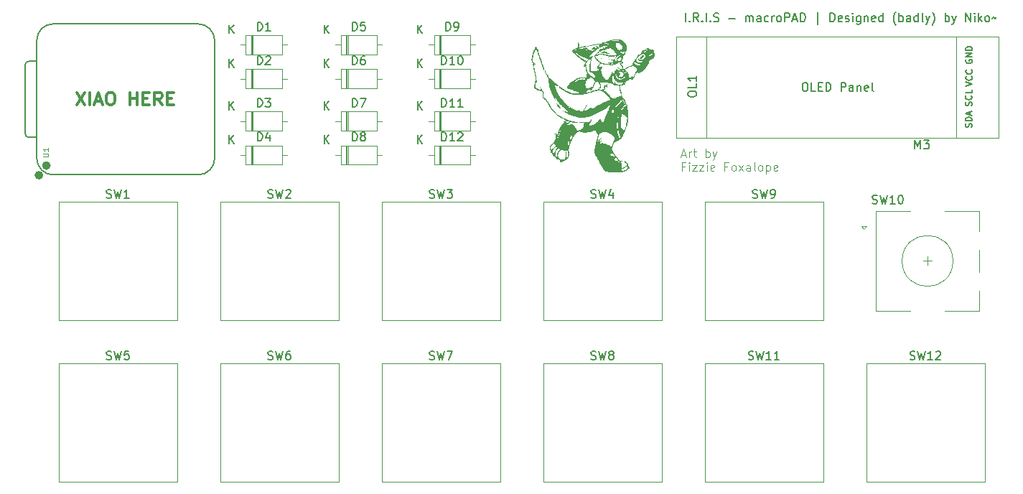
<source format=gbr>
%TF.GenerationSoftware,KiCad,Pcbnew,9.0.6*%
%TF.CreationDate,2025-12-11T12:47:50+11:00*%
%TF.ProjectId,vali-macroPAD,76616c69-2d6d-4616-9372-6f5041442e6b,rev?*%
%TF.SameCoordinates,Original*%
%TF.FileFunction,Legend,Top*%
%TF.FilePolarity,Positive*%
%FSLAX46Y46*%
G04 Gerber Fmt 4.6, Leading zero omitted, Abs format (unit mm)*
G04 Created by KiCad (PCBNEW 9.0.6) date 2025-12-11 12:47:50*
%MOMM*%
%LPD*%
G01*
G04 APERTURE LIST*
%ADD10C,0.300000*%
%ADD11C,0.150000*%
%ADD12C,0.100000*%
%ADD13C,0.101600*%
%ADD14C,0.120000*%
%ADD15C,0.000000*%
%ADD16C,0.040000*%
%ADD17C,0.127000*%
%ADD18C,0.504000*%
G04 APERTURE END LIST*
D10*
X99911653Y-70600828D02*
X100911653Y-72100828D01*
X100911653Y-70600828D02*
X99911653Y-72100828D01*
X101483081Y-72100828D02*
X101483081Y-70600828D01*
X102125939Y-71672257D02*
X102840225Y-71672257D01*
X101983082Y-72100828D02*
X102483082Y-70600828D01*
X102483082Y-70600828D02*
X102983082Y-72100828D01*
X103768796Y-70600828D02*
X104054510Y-70600828D01*
X104054510Y-70600828D02*
X104197367Y-70672257D01*
X104197367Y-70672257D02*
X104340224Y-70815114D01*
X104340224Y-70815114D02*
X104411653Y-71100828D01*
X104411653Y-71100828D02*
X104411653Y-71600828D01*
X104411653Y-71600828D02*
X104340224Y-71886542D01*
X104340224Y-71886542D02*
X104197367Y-72029400D01*
X104197367Y-72029400D02*
X104054510Y-72100828D01*
X104054510Y-72100828D02*
X103768796Y-72100828D01*
X103768796Y-72100828D02*
X103625939Y-72029400D01*
X103625939Y-72029400D02*
X103483081Y-71886542D01*
X103483081Y-71886542D02*
X103411653Y-71600828D01*
X103411653Y-71600828D02*
X103411653Y-71100828D01*
X103411653Y-71100828D02*
X103483081Y-70815114D01*
X103483081Y-70815114D02*
X103625939Y-70672257D01*
X103625939Y-70672257D02*
X103768796Y-70600828D01*
X106197367Y-72100828D02*
X106197367Y-70600828D01*
X106197367Y-71315114D02*
X107054510Y-71315114D01*
X107054510Y-72100828D02*
X107054510Y-70600828D01*
X107768796Y-71315114D02*
X108268796Y-71315114D01*
X108483082Y-72100828D02*
X107768796Y-72100828D01*
X107768796Y-72100828D02*
X107768796Y-70600828D01*
X107768796Y-70600828D02*
X108483082Y-70600828D01*
X109983082Y-72100828D02*
X109483082Y-71386542D01*
X109125939Y-72100828D02*
X109125939Y-70600828D01*
X109125939Y-70600828D02*
X109697368Y-70600828D01*
X109697368Y-70600828D02*
X109840225Y-70672257D01*
X109840225Y-70672257D02*
X109911654Y-70743685D01*
X109911654Y-70743685D02*
X109983082Y-70886542D01*
X109983082Y-70886542D02*
X109983082Y-71100828D01*
X109983082Y-71100828D02*
X109911654Y-71243685D01*
X109911654Y-71243685D02*
X109840225Y-71315114D01*
X109840225Y-71315114D02*
X109697368Y-71386542D01*
X109697368Y-71386542D02*
X109125939Y-71386542D01*
X110625939Y-71315114D02*
X111125939Y-71315114D01*
X111340225Y-72100828D02*
X110625939Y-72100828D01*
X110625939Y-72100828D02*
X110625939Y-70600828D01*
X110625939Y-70600828D02*
X111340225Y-70600828D01*
D11*
X171736779Y-62269819D02*
X171736779Y-61269819D01*
X172212969Y-62174580D02*
X172260588Y-62222200D01*
X172260588Y-62222200D02*
X172212969Y-62269819D01*
X172212969Y-62269819D02*
X172165350Y-62222200D01*
X172165350Y-62222200D02*
X172212969Y-62174580D01*
X172212969Y-62174580D02*
X172212969Y-62269819D01*
X173260587Y-62269819D02*
X172927254Y-61793628D01*
X172689159Y-62269819D02*
X172689159Y-61269819D01*
X172689159Y-61269819D02*
X173070111Y-61269819D01*
X173070111Y-61269819D02*
X173165349Y-61317438D01*
X173165349Y-61317438D02*
X173212968Y-61365057D01*
X173212968Y-61365057D02*
X173260587Y-61460295D01*
X173260587Y-61460295D02*
X173260587Y-61603152D01*
X173260587Y-61603152D02*
X173212968Y-61698390D01*
X173212968Y-61698390D02*
X173165349Y-61746009D01*
X173165349Y-61746009D02*
X173070111Y-61793628D01*
X173070111Y-61793628D02*
X172689159Y-61793628D01*
X173689159Y-62174580D02*
X173736778Y-62222200D01*
X173736778Y-62222200D02*
X173689159Y-62269819D01*
X173689159Y-62269819D02*
X173641540Y-62222200D01*
X173641540Y-62222200D02*
X173689159Y-62174580D01*
X173689159Y-62174580D02*
X173689159Y-62269819D01*
X174165349Y-62269819D02*
X174165349Y-61269819D01*
X174641539Y-62174580D02*
X174689158Y-62222200D01*
X174689158Y-62222200D02*
X174641539Y-62269819D01*
X174641539Y-62269819D02*
X174593920Y-62222200D01*
X174593920Y-62222200D02*
X174641539Y-62174580D01*
X174641539Y-62174580D02*
X174641539Y-62269819D01*
X175070110Y-62222200D02*
X175212967Y-62269819D01*
X175212967Y-62269819D02*
X175451062Y-62269819D01*
X175451062Y-62269819D02*
X175546300Y-62222200D01*
X175546300Y-62222200D02*
X175593919Y-62174580D01*
X175593919Y-62174580D02*
X175641538Y-62079342D01*
X175641538Y-62079342D02*
X175641538Y-61984104D01*
X175641538Y-61984104D02*
X175593919Y-61888866D01*
X175593919Y-61888866D02*
X175546300Y-61841247D01*
X175546300Y-61841247D02*
X175451062Y-61793628D01*
X175451062Y-61793628D02*
X175260586Y-61746009D01*
X175260586Y-61746009D02*
X175165348Y-61698390D01*
X175165348Y-61698390D02*
X175117729Y-61650771D01*
X175117729Y-61650771D02*
X175070110Y-61555533D01*
X175070110Y-61555533D02*
X175070110Y-61460295D01*
X175070110Y-61460295D02*
X175117729Y-61365057D01*
X175117729Y-61365057D02*
X175165348Y-61317438D01*
X175165348Y-61317438D02*
X175260586Y-61269819D01*
X175260586Y-61269819D02*
X175498681Y-61269819D01*
X175498681Y-61269819D02*
X175641538Y-61317438D01*
X176832015Y-61888866D02*
X177593920Y-61888866D01*
X178832015Y-62269819D02*
X178832015Y-61603152D01*
X178832015Y-61698390D02*
X178879634Y-61650771D01*
X178879634Y-61650771D02*
X178974872Y-61603152D01*
X178974872Y-61603152D02*
X179117729Y-61603152D01*
X179117729Y-61603152D02*
X179212967Y-61650771D01*
X179212967Y-61650771D02*
X179260586Y-61746009D01*
X179260586Y-61746009D02*
X179260586Y-62269819D01*
X179260586Y-61746009D02*
X179308205Y-61650771D01*
X179308205Y-61650771D02*
X179403443Y-61603152D01*
X179403443Y-61603152D02*
X179546300Y-61603152D01*
X179546300Y-61603152D02*
X179641539Y-61650771D01*
X179641539Y-61650771D02*
X179689158Y-61746009D01*
X179689158Y-61746009D02*
X179689158Y-62269819D01*
X180593919Y-62269819D02*
X180593919Y-61746009D01*
X180593919Y-61746009D02*
X180546300Y-61650771D01*
X180546300Y-61650771D02*
X180451062Y-61603152D01*
X180451062Y-61603152D02*
X180260586Y-61603152D01*
X180260586Y-61603152D02*
X180165348Y-61650771D01*
X180593919Y-62222200D02*
X180498681Y-62269819D01*
X180498681Y-62269819D02*
X180260586Y-62269819D01*
X180260586Y-62269819D02*
X180165348Y-62222200D01*
X180165348Y-62222200D02*
X180117729Y-62126961D01*
X180117729Y-62126961D02*
X180117729Y-62031723D01*
X180117729Y-62031723D02*
X180165348Y-61936485D01*
X180165348Y-61936485D02*
X180260586Y-61888866D01*
X180260586Y-61888866D02*
X180498681Y-61888866D01*
X180498681Y-61888866D02*
X180593919Y-61841247D01*
X181498681Y-62222200D02*
X181403443Y-62269819D01*
X181403443Y-62269819D02*
X181212967Y-62269819D01*
X181212967Y-62269819D02*
X181117729Y-62222200D01*
X181117729Y-62222200D02*
X181070110Y-62174580D01*
X181070110Y-62174580D02*
X181022491Y-62079342D01*
X181022491Y-62079342D02*
X181022491Y-61793628D01*
X181022491Y-61793628D02*
X181070110Y-61698390D01*
X181070110Y-61698390D02*
X181117729Y-61650771D01*
X181117729Y-61650771D02*
X181212967Y-61603152D01*
X181212967Y-61603152D02*
X181403443Y-61603152D01*
X181403443Y-61603152D02*
X181498681Y-61650771D01*
X181927253Y-62269819D02*
X181927253Y-61603152D01*
X181927253Y-61793628D02*
X181974872Y-61698390D01*
X181974872Y-61698390D02*
X182022491Y-61650771D01*
X182022491Y-61650771D02*
X182117729Y-61603152D01*
X182117729Y-61603152D02*
X182212967Y-61603152D01*
X182689158Y-62269819D02*
X182593920Y-62222200D01*
X182593920Y-62222200D02*
X182546301Y-62174580D01*
X182546301Y-62174580D02*
X182498682Y-62079342D01*
X182498682Y-62079342D02*
X182498682Y-61793628D01*
X182498682Y-61793628D02*
X182546301Y-61698390D01*
X182546301Y-61698390D02*
X182593920Y-61650771D01*
X182593920Y-61650771D02*
X182689158Y-61603152D01*
X182689158Y-61603152D02*
X182832015Y-61603152D01*
X182832015Y-61603152D02*
X182927253Y-61650771D01*
X182927253Y-61650771D02*
X182974872Y-61698390D01*
X182974872Y-61698390D02*
X183022491Y-61793628D01*
X183022491Y-61793628D02*
X183022491Y-62079342D01*
X183022491Y-62079342D02*
X182974872Y-62174580D01*
X182974872Y-62174580D02*
X182927253Y-62222200D01*
X182927253Y-62222200D02*
X182832015Y-62269819D01*
X182832015Y-62269819D02*
X182689158Y-62269819D01*
X183451063Y-62269819D02*
X183451063Y-61269819D01*
X183451063Y-61269819D02*
X183832015Y-61269819D01*
X183832015Y-61269819D02*
X183927253Y-61317438D01*
X183927253Y-61317438D02*
X183974872Y-61365057D01*
X183974872Y-61365057D02*
X184022491Y-61460295D01*
X184022491Y-61460295D02*
X184022491Y-61603152D01*
X184022491Y-61603152D02*
X183974872Y-61698390D01*
X183974872Y-61698390D02*
X183927253Y-61746009D01*
X183927253Y-61746009D02*
X183832015Y-61793628D01*
X183832015Y-61793628D02*
X183451063Y-61793628D01*
X184403444Y-61984104D02*
X184879634Y-61984104D01*
X184308206Y-62269819D02*
X184641539Y-61269819D01*
X184641539Y-61269819D02*
X184974872Y-62269819D01*
X185308206Y-62269819D02*
X185308206Y-61269819D01*
X185308206Y-61269819D02*
X185546301Y-61269819D01*
X185546301Y-61269819D02*
X185689158Y-61317438D01*
X185689158Y-61317438D02*
X185784396Y-61412676D01*
X185784396Y-61412676D02*
X185832015Y-61507914D01*
X185832015Y-61507914D02*
X185879634Y-61698390D01*
X185879634Y-61698390D02*
X185879634Y-61841247D01*
X185879634Y-61841247D02*
X185832015Y-62031723D01*
X185832015Y-62031723D02*
X185784396Y-62126961D01*
X185784396Y-62126961D02*
X185689158Y-62222200D01*
X185689158Y-62222200D02*
X185546301Y-62269819D01*
X185546301Y-62269819D02*
X185308206Y-62269819D01*
X187308206Y-62603152D02*
X187308206Y-61174580D01*
X188784397Y-62269819D02*
X188784397Y-61269819D01*
X188784397Y-61269819D02*
X189022492Y-61269819D01*
X189022492Y-61269819D02*
X189165349Y-61317438D01*
X189165349Y-61317438D02*
X189260587Y-61412676D01*
X189260587Y-61412676D02*
X189308206Y-61507914D01*
X189308206Y-61507914D02*
X189355825Y-61698390D01*
X189355825Y-61698390D02*
X189355825Y-61841247D01*
X189355825Y-61841247D02*
X189308206Y-62031723D01*
X189308206Y-62031723D02*
X189260587Y-62126961D01*
X189260587Y-62126961D02*
X189165349Y-62222200D01*
X189165349Y-62222200D02*
X189022492Y-62269819D01*
X189022492Y-62269819D02*
X188784397Y-62269819D01*
X190165349Y-62222200D02*
X190070111Y-62269819D01*
X190070111Y-62269819D02*
X189879635Y-62269819D01*
X189879635Y-62269819D02*
X189784397Y-62222200D01*
X189784397Y-62222200D02*
X189736778Y-62126961D01*
X189736778Y-62126961D02*
X189736778Y-61746009D01*
X189736778Y-61746009D02*
X189784397Y-61650771D01*
X189784397Y-61650771D02*
X189879635Y-61603152D01*
X189879635Y-61603152D02*
X190070111Y-61603152D01*
X190070111Y-61603152D02*
X190165349Y-61650771D01*
X190165349Y-61650771D02*
X190212968Y-61746009D01*
X190212968Y-61746009D02*
X190212968Y-61841247D01*
X190212968Y-61841247D02*
X189736778Y-61936485D01*
X190593921Y-62222200D02*
X190689159Y-62269819D01*
X190689159Y-62269819D02*
X190879635Y-62269819D01*
X190879635Y-62269819D02*
X190974873Y-62222200D01*
X190974873Y-62222200D02*
X191022492Y-62126961D01*
X191022492Y-62126961D02*
X191022492Y-62079342D01*
X191022492Y-62079342D02*
X190974873Y-61984104D01*
X190974873Y-61984104D02*
X190879635Y-61936485D01*
X190879635Y-61936485D02*
X190736778Y-61936485D01*
X190736778Y-61936485D02*
X190641540Y-61888866D01*
X190641540Y-61888866D02*
X190593921Y-61793628D01*
X190593921Y-61793628D02*
X190593921Y-61746009D01*
X190593921Y-61746009D02*
X190641540Y-61650771D01*
X190641540Y-61650771D02*
X190736778Y-61603152D01*
X190736778Y-61603152D02*
X190879635Y-61603152D01*
X190879635Y-61603152D02*
X190974873Y-61650771D01*
X191451064Y-62269819D02*
X191451064Y-61603152D01*
X191451064Y-61269819D02*
X191403445Y-61317438D01*
X191403445Y-61317438D02*
X191451064Y-61365057D01*
X191451064Y-61365057D02*
X191498683Y-61317438D01*
X191498683Y-61317438D02*
X191451064Y-61269819D01*
X191451064Y-61269819D02*
X191451064Y-61365057D01*
X192355825Y-61603152D02*
X192355825Y-62412676D01*
X192355825Y-62412676D02*
X192308206Y-62507914D01*
X192308206Y-62507914D02*
X192260587Y-62555533D01*
X192260587Y-62555533D02*
X192165349Y-62603152D01*
X192165349Y-62603152D02*
X192022492Y-62603152D01*
X192022492Y-62603152D02*
X191927254Y-62555533D01*
X192355825Y-62222200D02*
X192260587Y-62269819D01*
X192260587Y-62269819D02*
X192070111Y-62269819D01*
X192070111Y-62269819D02*
X191974873Y-62222200D01*
X191974873Y-62222200D02*
X191927254Y-62174580D01*
X191927254Y-62174580D02*
X191879635Y-62079342D01*
X191879635Y-62079342D02*
X191879635Y-61793628D01*
X191879635Y-61793628D02*
X191927254Y-61698390D01*
X191927254Y-61698390D02*
X191974873Y-61650771D01*
X191974873Y-61650771D02*
X192070111Y-61603152D01*
X192070111Y-61603152D02*
X192260587Y-61603152D01*
X192260587Y-61603152D02*
X192355825Y-61650771D01*
X192832016Y-61603152D02*
X192832016Y-62269819D01*
X192832016Y-61698390D02*
X192879635Y-61650771D01*
X192879635Y-61650771D02*
X192974873Y-61603152D01*
X192974873Y-61603152D02*
X193117730Y-61603152D01*
X193117730Y-61603152D02*
X193212968Y-61650771D01*
X193212968Y-61650771D02*
X193260587Y-61746009D01*
X193260587Y-61746009D02*
X193260587Y-62269819D01*
X194117730Y-62222200D02*
X194022492Y-62269819D01*
X194022492Y-62269819D02*
X193832016Y-62269819D01*
X193832016Y-62269819D02*
X193736778Y-62222200D01*
X193736778Y-62222200D02*
X193689159Y-62126961D01*
X193689159Y-62126961D02*
X193689159Y-61746009D01*
X193689159Y-61746009D02*
X193736778Y-61650771D01*
X193736778Y-61650771D02*
X193832016Y-61603152D01*
X193832016Y-61603152D02*
X194022492Y-61603152D01*
X194022492Y-61603152D02*
X194117730Y-61650771D01*
X194117730Y-61650771D02*
X194165349Y-61746009D01*
X194165349Y-61746009D02*
X194165349Y-61841247D01*
X194165349Y-61841247D02*
X193689159Y-61936485D01*
X195022492Y-62269819D02*
X195022492Y-61269819D01*
X195022492Y-62222200D02*
X194927254Y-62269819D01*
X194927254Y-62269819D02*
X194736778Y-62269819D01*
X194736778Y-62269819D02*
X194641540Y-62222200D01*
X194641540Y-62222200D02*
X194593921Y-62174580D01*
X194593921Y-62174580D02*
X194546302Y-62079342D01*
X194546302Y-62079342D02*
X194546302Y-61793628D01*
X194546302Y-61793628D02*
X194593921Y-61698390D01*
X194593921Y-61698390D02*
X194641540Y-61650771D01*
X194641540Y-61650771D02*
X194736778Y-61603152D01*
X194736778Y-61603152D02*
X194927254Y-61603152D01*
X194927254Y-61603152D02*
X195022492Y-61650771D01*
X196546302Y-62650771D02*
X196498683Y-62603152D01*
X196498683Y-62603152D02*
X196403445Y-62460295D01*
X196403445Y-62460295D02*
X196355826Y-62365057D01*
X196355826Y-62365057D02*
X196308207Y-62222200D01*
X196308207Y-62222200D02*
X196260588Y-61984104D01*
X196260588Y-61984104D02*
X196260588Y-61793628D01*
X196260588Y-61793628D02*
X196308207Y-61555533D01*
X196308207Y-61555533D02*
X196355826Y-61412676D01*
X196355826Y-61412676D02*
X196403445Y-61317438D01*
X196403445Y-61317438D02*
X196498683Y-61174580D01*
X196498683Y-61174580D02*
X196546302Y-61126961D01*
X196927255Y-62269819D02*
X196927255Y-61269819D01*
X196927255Y-61650771D02*
X197022493Y-61603152D01*
X197022493Y-61603152D02*
X197212969Y-61603152D01*
X197212969Y-61603152D02*
X197308207Y-61650771D01*
X197308207Y-61650771D02*
X197355826Y-61698390D01*
X197355826Y-61698390D02*
X197403445Y-61793628D01*
X197403445Y-61793628D02*
X197403445Y-62079342D01*
X197403445Y-62079342D02*
X197355826Y-62174580D01*
X197355826Y-62174580D02*
X197308207Y-62222200D01*
X197308207Y-62222200D02*
X197212969Y-62269819D01*
X197212969Y-62269819D02*
X197022493Y-62269819D01*
X197022493Y-62269819D02*
X196927255Y-62222200D01*
X198260588Y-62269819D02*
X198260588Y-61746009D01*
X198260588Y-61746009D02*
X198212969Y-61650771D01*
X198212969Y-61650771D02*
X198117731Y-61603152D01*
X198117731Y-61603152D02*
X197927255Y-61603152D01*
X197927255Y-61603152D02*
X197832017Y-61650771D01*
X198260588Y-62222200D02*
X198165350Y-62269819D01*
X198165350Y-62269819D02*
X197927255Y-62269819D01*
X197927255Y-62269819D02*
X197832017Y-62222200D01*
X197832017Y-62222200D02*
X197784398Y-62126961D01*
X197784398Y-62126961D02*
X197784398Y-62031723D01*
X197784398Y-62031723D02*
X197832017Y-61936485D01*
X197832017Y-61936485D02*
X197927255Y-61888866D01*
X197927255Y-61888866D02*
X198165350Y-61888866D01*
X198165350Y-61888866D02*
X198260588Y-61841247D01*
X199165350Y-62269819D02*
X199165350Y-61269819D01*
X199165350Y-62222200D02*
X199070112Y-62269819D01*
X199070112Y-62269819D02*
X198879636Y-62269819D01*
X198879636Y-62269819D02*
X198784398Y-62222200D01*
X198784398Y-62222200D02*
X198736779Y-62174580D01*
X198736779Y-62174580D02*
X198689160Y-62079342D01*
X198689160Y-62079342D02*
X198689160Y-61793628D01*
X198689160Y-61793628D02*
X198736779Y-61698390D01*
X198736779Y-61698390D02*
X198784398Y-61650771D01*
X198784398Y-61650771D02*
X198879636Y-61603152D01*
X198879636Y-61603152D02*
X199070112Y-61603152D01*
X199070112Y-61603152D02*
X199165350Y-61650771D01*
X199784398Y-62269819D02*
X199689160Y-62222200D01*
X199689160Y-62222200D02*
X199641541Y-62126961D01*
X199641541Y-62126961D02*
X199641541Y-61269819D01*
X200070113Y-61603152D02*
X200308208Y-62269819D01*
X200546303Y-61603152D02*
X200308208Y-62269819D01*
X200308208Y-62269819D02*
X200212970Y-62507914D01*
X200212970Y-62507914D02*
X200165351Y-62555533D01*
X200165351Y-62555533D02*
X200070113Y-62603152D01*
X200832018Y-62650771D02*
X200879637Y-62603152D01*
X200879637Y-62603152D02*
X200974875Y-62460295D01*
X200974875Y-62460295D02*
X201022494Y-62365057D01*
X201022494Y-62365057D02*
X201070113Y-62222200D01*
X201070113Y-62222200D02*
X201117732Y-61984104D01*
X201117732Y-61984104D02*
X201117732Y-61793628D01*
X201117732Y-61793628D02*
X201070113Y-61555533D01*
X201070113Y-61555533D02*
X201022494Y-61412676D01*
X201022494Y-61412676D02*
X200974875Y-61317438D01*
X200974875Y-61317438D02*
X200879637Y-61174580D01*
X200879637Y-61174580D02*
X200832018Y-61126961D01*
X202355828Y-62269819D02*
X202355828Y-61269819D01*
X202355828Y-61650771D02*
X202451066Y-61603152D01*
X202451066Y-61603152D02*
X202641542Y-61603152D01*
X202641542Y-61603152D02*
X202736780Y-61650771D01*
X202736780Y-61650771D02*
X202784399Y-61698390D01*
X202784399Y-61698390D02*
X202832018Y-61793628D01*
X202832018Y-61793628D02*
X202832018Y-62079342D01*
X202832018Y-62079342D02*
X202784399Y-62174580D01*
X202784399Y-62174580D02*
X202736780Y-62222200D01*
X202736780Y-62222200D02*
X202641542Y-62269819D01*
X202641542Y-62269819D02*
X202451066Y-62269819D01*
X202451066Y-62269819D02*
X202355828Y-62222200D01*
X203165352Y-61603152D02*
X203403447Y-62269819D01*
X203641542Y-61603152D02*
X203403447Y-62269819D01*
X203403447Y-62269819D02*
X203308209Y-62507914D01*
X203308209Y-62507914D02*
X203260590Y-62555533D01*
X203260590Y-62555533D02*
X203165352Y-62603152D01*
X204784400Y-62269819D02*
X204784400Y-61269819D01*
X204784400Y-61269819D02*
X205355828Y-62269819D01*
X205355828Y-62269819D02*
X205355828Y-61269819D01*
X205832019Y-62269819D02*
X205832019Y-61603152D01*
X205832019Y-61269819D02*
X205784400Y-61317438D01*
X205784400Y-61317438D02*
X205832019Y-61365057D01*
X205832019Y-61365057D02*
X205879638Y-61317438D01*
X205879638Y-61317438D02*
X205832019Y-61269819D01*
X205832019Y-61269819D02*
X205832019Y-61365057D01*
X206308209Y-62269819D02*
X206308209Y-61269819D01*
X206403447Y-61888866D02*
X206689161Y-62269819D01*
X206689161Y-61603152D02*
X206308209Y-61984104D01*
X207260590Y-62269819D02*
X207165352Y-62222200D01*
X207165352Y-62222200D02*
X207117733Y-62174580D01*
X207117733Y-62174580D02*
X207070114Y-62079342D01*
X207070114Y-62079342D02*
X207070114Y-61793628D01*
X207070114Y-61793628D02*
X207117733Y-61698390D01*
X207117733Y-61698390D02*
X207165352Y-61650771D01*
X207165352Y-61650771D02*
X207260590Y-61603152D01*
X207260590Y-61603152D02*
X207403447Y-61603152D01*
X207403447Y-61603152D02*
X207498685Y-61650771D01*
X207498685Y-61650771D02*
X207546304Y-61698390D01*
X207546304Y-61698390D02*
X207593923Y-61793628D01*
X207593923Y-61793628D02*
X207593923Y-62079342D01*
X207593923Y-62079342D02*
X207546304Y-62174580D01*
X207546304Y-62174580D02*
X207498685Y-62222200D01*
X207498685Y-62222200D02*
X207403447Y-62269819D01*
X207403447Y-62269819D02*
X207260590Y-62269819D01*
X207879638Y-61888866D02*
X207927257Y-61841247D01*
X207927257Y-61841247D02*
X208022495Y-61793628D01*
X208022495Y-61793628D02*
X208212971Y-61888866D01*
X208212971Y-61888866D02*
X208308209Y-61841247D01*
X208308209Y-61841247D02*
X208355828Y-61793628D01*
D12*
X171256265Y-77976760D02*
X171732455Y-77976760D01*
X171161027Y-78262475D02*
X171494360Y-77262475D01*
X171494360Y-77262475D02*
X171827693Y-78262475D01*
X172161027Y-78262475D02*
X172161027Y-77595808D01*
X172161027Y-77786284D02*
X172208646Y-77691046D01*
X172208646Y-77691046D02*
X172256265Y-77643427D01*
X172256265Y-77643427D02*
X172351503Y-77595808D01*
X172351503Y-77595808D02*
X172446741Y-77595808D01*
X172637218Y-77595808D02*
X173018170Y-77595808D01*
X172780075Y-77262475D02*
X172780075Y-78119617D01*
X172780075Y-78119617D02*
X172827694Y-78214856D01*
X172827694Y-78214856D02*
X172922932Y-78262475D01*
X172922932Y-78262475D02*
X173018170Y-78262475D01*
X174113409Y-78262475D02*
X174113409Y-77262475D01*
X174113409Y-77643427D02*
X174208647Y-77595808D01*
X174208647Y-77595808D02*
X174399123Y-77595808D01*
X174399123Y-77595808D02*
X174494361Y-77643427D01*
X174494361Y-77643427D02*
X174541980Y-77691046D01*
X174541980Y-77691046D02*
X174589599Y-77786284D01*
X174589599Y-77786284D02*
X174589599Y-78071998D01*
X174589599Y-78071998D02*
X174541980Y-78167236D01*
X174541980Y-78167236D02*
X174494361Y-78214856D01*
X174494361Y-78214856D02*
X174399123Y-78262475D01*
X174399123Y-78262475D02*
X174208647Y-78262475D01*
X174208647Y-78262475D02*
X174113409Y-78214856D01*
X174922933Y-77595808D02*
X175161028Y-78262475D01*
X175399123Y-77595808D02*
X175161028Y-78262475D01*
X175161028Y-78262475D02*
X175065790Y-78500570D01*
X175065790Y-78500570D02*
X175018171Y-78548189D01*
X175018171Y-78548189D02*
X174922933Y-78595808D01*
X171637217Y-79348609D02*
X171303884Y-79348609D01*
X171303884Y-79872419D02*
X171303884Y-78872419D01*
X171303884Y-78872419D02*
X171780074Y-78872419D01*
X172161027Y-79872419D02*
X172161027Y-79205752D01*
X172161027Y-78872419D02*
X172113408Y-78920038D01*
X172113408Y-78920038D02*
X172161027Y-78967657D01*
X172161027Y-78967657D02*
X172208646Y-78920038D01*
X172208646Y-78920038D02*
X172161027Y-78872419D01*
X172161027Y-78872419D02*
X172161027Y-78967657D01*
X172541979Y-79205752D02*
X173065788Y-79205752D01*
X173065788Y-79205752D02*
X172541979Y-79872419D01*
X172541979Y-79872419D02*
X173065788Y-79872419D01*
X173351503Y-79205752D02*
X173875312Y-79205752D01*
X173875312Y-79205752D02*
X173351503Y-79872419D01*
X173351503Y-79872419D02*
X173875312Y-79872419D01*
X174256265Y-79872419D02*
X174256265Y-79205752D01*
X174256265Y-78872419D02*
X174208646Y-78920038D01*
X174208646Y-78920038D02*
X174256265Y-78967657D01*
X174256265Y-78967657D02*
X174303884Y-78920038D01*
X174303884Y-78920038D02*
X174256265Y-78872419D01*
X174256265Y-78872419D02*
X174256265Y-78967657D01*
X175113407Y-79824800D02*
X175018169Y-79872419D01*
X175018169Y-79872419D02*
X174827693Y-79872419D01*
X174827693Y-79872419D02*
X174732455Y-79824800D01*
X174732455Y-79824800D02*
X174684836Y-79729561D01*
X174684836Y-79729561D02*
X174684836Y-79348609D01*
X174684836Y-79348609D02*
X174732455Y-79253371D01*
X174732455Y-79253371D02*
X174827693Y-79205752D01*
X174827693Y-79205752D02*
X175018169Y-79205752D01*
X175018169Y-79205752D02*
X175113407Y-79253371D01*
X175113407Y-79253371D02*
X175161026Y-79348609D01*
X175161026Y-79348609D02*
X175161026Y-79443847D01*
X175161026Y-79443847D02*
X174684836Y-79539085D01*
X176684836Y-79348609D02*
X176351503Y-79348609D01*
X176351503Y-79872419D02*
X176351503Y-78872419D01*
X176351503Y-78872419D02*
X176827693Y-78872419D01*
X177351503Y-79872419D02*
X177256265Y-79824800D01*
X177256265Y-79824800D02*
X177208646Y-79777180D01*
X177208646Y-79777180D02*
X177161027Y-79681942D01*
X177161027Y-79681942D02*
X177161027Y-79396228D01*
X177161027Y-79396228D02*
X177208646Y-79300990D01*
X177208646Y-79300990D02*
X177256265Y-79253371D01*
X177256265Y-79253371D02*
X177351503Y-79205752D01*
X177351503Y-79205752D02*
X177494360Y-79205752D01*
X177494360Y-79205752D02*
X177589598Y-79253371D01*
X177589598Y-79253371D02*
X177637217Y-79300990D01*
X177637217Y-79300990D02*
X177684836Y-79396228D01*
X177684836Y-79396228D02*
X177684836Y-79681942D01*
X177684836Y-79681942D02*
X177637217Y-79777180D01*
X177637217Y-79777180D02*
X177589598Y-79824800D01*
X177589598Y-79824800D02*
X177494360Y-79872419D01*
X177494360Y-79872419D02*
X177351503Y-79872419D01*
X178018170Y-79872419D02*
X178541979Y-79205752D01*
X178018170Y-79205752D02*
X178541979Y-79872419D01*
X179351503Y-79872419D02*
X179351503Y-79348609D01*
X179351503Y-79348609D02*
X179303884Y-79253371D01*
X179303884Y-79253371D02*
X179208646Y-79205752D01*
X179208646Y-79205752D02*
X179018170Y-79205752D01*
X179018170Y-79205752D02*
X178922932Y-79253371D01*
X179351503Y-79824800D02*
X179256265Y-79872419D01*
X179256265Y-79872419D02*
X179018170Y-79872419D01*
X179018170Y-79872419D02*
X178922932Y-79824800D01*
X178922932Y-79824800D02*
X178875313Y-79729561D01*
X178875313Y-79729561D02*
X178875313Y-79634323D01*
X178875313Y-79634323D02*
X178922932Y-79539085D01*
X178922932Y-79539085D02*
X179018170Y-79491466D01*
X179018170Y-79491466D02*
X179256265Y-79491466D01*
X179256265Y-79491466D02*
X179351503Y-79443847D01*
X179970551Y-79872419D02*
X179875313Y-79824800D01*
X179875313Y-79824800D02*
X179827694Y-79729561D01*
X179827694Y-79729561D02*
X179827694Y-78872419D01*
X180494361Y-79872419D02*
X180399123Y-79824800D01*
X180399123Y-79824800D02*
X180351504Y-79777180D01*
X180351504Y-79777180D02*
X180303885Y-79681942D01*
X180303885Y-79681942D02*
X180303885Y-79396228D01*
X180303885Y-79396228D02*
X180351504Y-79300990D01*
X180351504Y-79300990D02*
X180399123Y-79253371D01*
X180399123Y-79253371D02*
X180494361Y-79205752D01*
X180494361Y-79205752D02*
X180637218Y-79205752D01*
X180637218Y-79205752D02*
X180732456Y-79253371D01*
X180732456Y-79253371D02*
X180780075Y-79300990D01*
X180780075Y-79300990D02*
X180827694Y-79396228D01*
X180827694Y-79396228D02*
X180827694Y-79681942D01*
X180827694Y-79681942D02*
X180780075Y-79777180D01*
X180780075Y-79777180D02*
X180732456Y-79824800D01*
X180732456Y-79824800D02*
X180637218Y-79872419D01*
X180637218Y-79872419D02*
X180494361Y-79872419D01*
X181256266Y-79205752D02*
X181256266Y-80205752D01*
X181256266Y-79253371D02*
X181351504Y-79205752D01*
X181351504Y-79205752D02*
X181541980Y-79205752D01*
X181541980Y-79205752D02*
X181637218Y-79253371D01*
X181637218Y-79253371D02*
X181684837Y-79300990D01*
X181684837Y-79300990D02*
X181732456Y-79396228D01*
X181732456Y-79396228D02*
X181732456Y-79681942D01*
X181732456Y-79681942D02*
X181684837Y-79777180D01*
X181684837Y-79777180D02*
X181637218Y-79824800D01*
X181637218Y-79824800D02*
X181541980Y-79872419D01*
X181541980Y-79872419D02*
X181351504Y-79872419D01*
X181351504Y-79872419D02*
X181256266Y-79824800D01*
X182541980Y-79824800D02*
X182446742Y-79872419D01*
X182446742Y-79872419D02*
X182256266Y-79872419D01*
X182256266Y-79872419D02*
X182161028Y-79824800D01*
X182161028Y-79824800D02*
X182113409Y-79729561D01*
X182113409Y-79729561D02*
X182113409Y-79348609D01*
X182113409Y-79348609D02*
X182161028Y-79253371D01*
X182161028Y-79253371D02*
X182256266Y-79205752D01*
X182256266Y-79205752D02*
X182446742Y-79205752D01*
X182446742Y-79205752D02*
X182541980Y-79253371D01*
X182541980Y-79253371D02*
X182589599Y-79348609D01*
X182589599Y-79348609D02*
X182589599Y-79443847D01*
X182589599Y-79443847D02*
X182113409Y-79539085D01*
D11*
X179165476Y-102070700D02*
X179308333Y-102118319D01*
X179308333Y-102118319D02*
X179546428Y-102118319D01*
X179546428Y-102118319D02*
X179641666Y-102070700D01*
X179641666Y-102070700D02*
X179689285Y-102023080D01*
X179689285Y-102023080D02*
X179736904Y-101927842D01*
X179736904Y-101927842D02*
X179736904Y-101832604D01*
X179736904Y-101832604D02*
X179689285Y-101737366D01*
X179689285Y-101737366D02*
X179641666Y-101689747D01*
X179641666Y-101689747D02*
X179546428Y-101642128D01*
X179546428Y-101642128D02*
X179355952Y-101594509D01*
X179355952Y-101594509D02*
X179260714Y-101546890D01*
X179260714Y-101546890D02*
X179213095Y-101499271D01*
X179213095Y-101499271D02*
X179165476Y-101404033D01*
X179165476Y-101404033D02*
X179165476Y-101308795D01*
X179165476Y-101308795D02*
X179213095Y-101213557D01*
X179213095Y-101213557D02*
X179260714Y-101165938D01*
X179260714Y-101165938D02*
X179355952Y-101118319D01*
X179355952Y-101118319D02*
X179594047Y-101118319D01*
X179594047Y-101118319D02*
X179736904Y-101165938D01*
X180070238Y-101118319D02*
X180308333Y-102118319D01*
X180308333Y-102118319D02*
X180498809Y-101404033D01*
X180498809Y-101404033D02*
X180689285Y-102118319D01*
X180689285Y-102118319D02*
X180927381Y-101118319D01*
X181832142Y-102118319D02*
X181260714Y-102118319D01*
X181546428Y-102118319D02*
X181546428Y-101118319D01*
X181546428Y-101118319D02*
X181451190Y-101261176D01*
X181451190Y-101261176D02*
X181355952Y-101356414D01*
X181355952Y-101356414D02*
X181260714Y-101404033D01*
X182784523Y-102118319D02*
X182213095Y-102118319D01*
X182498809Y-102118319D02*
X182498809Y-101118319D01*
X182498809Y-101118319D02*
X182403571Y-101261176D01*
X182403571Y-101261176D02*
X182308333Y-101356414D01*
X182308333Y-101356414D02*
X182213095Y-101404033D01*
X122491667Y-102070700D02*
X122634524Y-102118319D01*
X122634524Y-102118319D02*
X122872619Y-102118319D01*
X122872619Y-102118319D02*
X122967857Y-102070700D01*
X122967857Y-102070700D02*
X123015476Y-102023080D01*
X123015476Y-102023080D02*
X123063095Y-101927842D01*
X123063095Y-101927842D02*
X123063095Y-101832604D01*
X123063095Y-101832604D02*
X123015476Y-101737366D01*
X123015476Y-101737366D02*
X122967857Y-101689747D01*
X122967857Y-101689747D02*
X122872619Y-101642128D01*
X122872619Y-101642128D02*
X122682143Y-101594509D01*
X122682143Y-101594509D02*
X122586905Y-101546890D01*
X122586905Y-101546890D02*
X122539286Y-101499271D01*
X122539286Y-101499271D02*
X122491667Y-101404033D01*
X122491667Y-101404033D02*
X122491667Y-101308795D01*
X122491667Y-101308795D02*
X122539286Y-101213557D01*
X122539286Y-101213557D02*
X122586905Y-101165938D01*
X122586905Y-101165938D02*
X122682143Y-101118319D01*
X122682143Y-101118319D02*
X122920238Y-101118319D01*
X122920238Y-101118319D02*
X123063095Y-101165938D01*
X123396429Y-101118319D02*
X123634524Y-102118319D01*
X123634524Y-102118319D02*
X123825000Y-101404033D01*
X123825000Y-101404033D02*
X124015476Y-102118319D01*
X124015476Y-102118319D02*
X124253572Y-101118319D01*
X125063095Y-101118319D02*
X124872619Y-101118319D01*
X124872619Y-101118319D02*
X124777381Y-101165938D01*
X124777381Y-101165938D02*
X124729762Y-101213557D01*
X124729762Y-101213557D02*
X124634524Y-101356414D01*
X124634524Y-101356414D02*
X124586905Y-101546890D01*
X124586905Y-101546890D02*
X124586905Y-101927842D01*
X124586905Y-101927842D02*
X124634524Y-102023080D01*
X124634524Y-102023080D02*
X124682143Y-102070700D01*
X124682143Y-102070700D02*
X124777381Y-102118319D01*
X124777381Y-102118319D02*
X124967857Y-102118319D01*
X124967857Y-102118319D02*
X125063095Y-102070700D01*
X125063095Y-102070700D02*
X125110714Y-102023080D01*
X125110714Y-102023080D02*
X125158333Y-101927842D01*
X125158333Y-101927842D02*
X125158333Y-101689747D01*
X125158333Y-101689747D02*
X125110714Y-101594509D01*
X125110714Y-101594509D02*
X125063095Y-101546890D01*
X125063095Y-101546890D02*
X124967857Y-101499271D01*
X124967857Y-101499271D02*
X124777381Y-101499271D01*
X124777381Y-101499271D02*
X124682143Y-101546890D01*
X124682143Y-101546890D02*
X124634524Y-101594509D01*
X124634524Y-101594509D02*
X124586905Y-101689747D01*
X193765476Y-83694700D02*
X193908333Y-83742319D01*
X193908333Y-83742319D02*
X194146428Y-83742319D01*
X194146428Y-83742319D02*
X194241666Y-83694700D01*
X194241666Y-83694700D02*
X194289285Y-83647080D01*
X194289285Y-83647080D02*
X194336904Y-83551842D01*
X194336904Y-83551842D02*
X194336904Y-83456604D01*
X194336904Y-83456604D02*
X194289285Y-83361366D01*
X194289285Y-83361366D02*
X194241666Y-83313747D01*
X194241666Y-83313747D02*
X194146428Y-83266128D01*
X194146428Y-83266128D02*
X193955952Y-83218509D01*
X193955952Y-83218509D02*
X193860714Y-83170890D01*
X193860714Y-83170890D02*
X193813095Y-83123271D01*
X193813095Y-83123271D02*
X193765476Y-83028033D01*
X193765476Y-83028033D02*
X193765476Y-82932795D01*
X193765476Y-82932795D02*
X193813095Y-82837557D01*
X193813095Y-82837557D02*
X193860714Y-82789938D01*
X193860714Y-82789938D02*
X193955952Y-82742319D01*
X193955952Y-82742319D02*
X194194047Y-82742319D01*
X194194047Y-82742319D02*
X194336904Y-82789938D01*
X194670238Y-82742319D02*
X194908333Y-83742319D01*
X194908333Y-83742319D02*
X195098809Y-83028033D01*
X195098809Y-83028033D02*
X195289285Y-83742319D01*
X195289285Y-83742319D02*
X195527381Y-82742319D01*
X196432142Y-83742319D02*
X195860714Y-83742319D01*
X196146428Y-83742319D02*
X196146428Y-82742319D01*
X196146428Y-82742319D02*
X196051190Y-82885176D01*
X196051190Y-82885176D02*
X195955952Y-82980414D01*
X195955952Y-82980414D02*
X195860714Y-83028033D01*
X197051190Y-82742319D02*
X197146428Y-82742319D01*
X197146428Y-82742319D02*
X197241666Y-82789938D01*
X197241666Y-82789938D02*
X197289285Y-82837557D01*
X197289285Y-82837557D02*
X197336904Y-82932795D01*
X197336904Y-82932795D02*
X197384523Y-83123271D01*
X197384523Y-83123271D02*
X197384523Y-83361366D01*
X197384523Y-83361366D02*
X197336904Y-83551842D01*
X197336904Y-83551842D02*
X197289285Y-83647080D01*
X197289285Y-83647080D02*
X197241666Y-83694700D01*
X197241666Y-83694700D02*
X197146428Y-83742319D01*
X197146428Y-83742319D02*
X197051190Y-83742319D01*
X197051190Y-83742319D02*
X196955952Y-83694700D01*
X196955952Y-83694700D02*
X196908333Y-83647080D01*
X196908333Y-83647080D02*
X196860714Y-83551842D01*
X196860714Y-83551842D02*
X196813095Y-83361366D01*
X196813095Y-83361366D02*
X196813095Y-83123271D01*
X196813095Y-83123271D02*
X196860714Y-82932795D01*
X196860714Y-82932795D02*
X196908333Y-82837557D01*
X196908333Y-82837557D02*
X196955952Y-82789938D01*
X196955952Y-82789938D02*
X197051190Y-82742319D01*
X121261905Y-67334819D02*
X121261905Y-66334819D01*
X121261905Y-66334819D02*
X121500000Y-66334819D01*
X121500000Y-66334819D02*
X121642857Y-66382438D01*
X121642857Y-66382438D02*
X121738095Y-66477676D01*
X121738095Y-66477676D02*
X121785714Y-66572914D01*
X121785714Y-66572914D02*
X121833333Y-66763390D01*
X121833333Y-66763390D02*
X121833333Y-66906247D01*
X121833333Y-66906247D02*
X121785714Y-67096723D01*
X121785714Y-67096723D02*
X121738095Y-67191961D01*
X121738095Y-67191961D02*
X121642857Y-67287200D01*
X121642857Y-67287200D02*
X121500000Y-67334819D01*
X121500000Y-67334819D02*
X121261905Y-67334819D01*
X122214286Y-66430057D02*
X122261905Y-66382438D01*
X122261905Y-66382438D02*
X122357143Y-66334819D01*
X122357143Y-66334819D02*
X122595238Y-66334819D01*
X122595238Y-66334819D02*
X122690476Y-66382438D01*
X122690476Y-66382438D02*
X122738095Y-66430057D01*
X122738095Y-66430057D02*
X122785714Y-66525295D01*
X122785714Y-66525295D02*
X122785714Y-66620533D01*
X122785714Y-66620533D02*
X122738095Y-66763390D01*
X122738095Y-66763390D02*
X122166667Y-67334819D01*
X122166667Y-67334819D02*
X122785714Y-67334819D01*
X117928095Y-67654819D02*
X117928095Y-66654819D01*
X118499523Y-67654819D02*
X118070952Y-67083390D01*
X118499523Y-66654819D02*
X117928095Y-67226247D01*
X142975714Y-67334819D02*
X142975714Y-66334819D01*
X142975714Y-66334819D02*
X143213809Y-66334819D01*
X143213809Y-66334819D02*
X143356666Y-66382438D01*
X143356666Y-66382438D02*
X143451904Y-66477676D01*
X143451904Y-66477676D02*
X143499523Y-66572914D01*
X143499523Y-66572914D02*
X143547142Y-66763390D01*
X143547142Y-66763390D02*
X143547142Y-66906247D01*
X143547142Y-66906247D02*
X143499523Y-67096723D01*
X143499523Y-67096723D02*
X143451904Y-67191961D01*
X143451904Y-67191961D02*
X143356666Y-67287200D01*
X143356666Y-67287200D02*
X143213809Y-67334819D01*
X143213809Y-67334819D02*
X142975714Y-67334819D01*
X144499523Y-67334819D02*
X143928095Y-67334819D01*
X144213809Y-67334819D02*
X144213809Y-66334819D01*
X144213809Y-66334819D02*
X144118571Y-66477676D01*
X144118571Y-66477676D02*
X144023333Y-66572914D01*
X144023333Y-66572914D02*
X143928095Y-66620533D01*
X145118571Y-66334819D02*
X145213809Y-66334819D01*
X145213809Y-66334819D02*
X145309047Y-66382438D01*
X145309047Y-66382438D02*
X145356666Y-66430057D01*
X145356666Y-66430057D02*
X145404285Y-66525295D01*
X145404285Y-66525295D02*
X145451904Y-66715771D01*
X145451904Y-66715771D02*
X145451904Y-66953866D01*
X145451904Y-66953866D02*
X145404285Y-67144342D01*
X145404285Y-67144342D02*
X145356666Y-67239580D01*
X145356666Y-67239580D02*
X145309047Y-67287200D01*
X145309047Y-67287200D02*
X145213809Y-67334819D01*
X145213809Y-67334819D02*
X145118571Y-67334819D01*
X145118571Y-67334819D02*
X145023333Y-67287200D01*
X145023333Y-67287200D02*
X144975714Y-67239580D01*
X144975714Y-67239580D02*
X144928095Y-67144342D01*
X144928095Y-67144342D02*
X144880476Y-66953866D01*
X144880476Y-66953866D02*
X144880476Y-66715771D01*
X144880476Y-66715771D02*
X144928095Y-66525295D01*
X144928095Y-66525295D02*
X144975714Y-66430057D01*
X144975714Y-66430057D02*
X145023333Y-66382438D01*
X145023333Y-66382438D02*
X145118571Y-66334819D01*
X140118095Y-67654819D02*
X140118095Y-66654819D01*
X140689523Y-67654819D02*
X140260952Y-67083390D01*
X140689523Y-66654819D02*
X140118095Y-67226247D01*
X141541667Y-83020700D02*
X141684524Y-83068319D01*
X141684524Y-83068319D02*
X141922619Y-83068319D01*
X141922619Y-83068319D02*
X142017857Y-83020700D01*
X142017857Y-83020700D02*
X142065476Y-82973080D01*
X142065476Y-82973080D02*
X142113095Y-82877842D01*
X142113095Y-82877842D02*
X142113095Y-82782604D01*
X142113095Y-82782604D02*
X142065476Y-82687366D01*
X142065476Y-82687366D02*
X142017857Y-82639747D01*
X142017857Y-82639747D02*
X141922619Y-82592128D01*
X141922619Y-82592128D02*
X141732143Y-82544509D01*
X141732143Y-82544509D02*
X141636905Y-82496890D01*
X141636905Y-82496890D02*
X141589286Y-82449271D01*
X141589286Y-82449271D02*
X141541667Y-82354033D01*
X141541667Y-82354033D02*
X141541667Y-82258795D01*
X141541667Y-82258795D02*
X141589286Y-82163557D01*
X141589286Y-82163557D02*
X141636905Y-82115938D01*
X141636905Y-82115938D02*
X141732143Y-82068319D01*
X141732143Y-82068319D02*
X141970238Y-82068319D01*
X141970238Y-82068319D02*
X142113095Y-82115938D01*
X142446429Y-82068319D02*
X142684524Y-83068319D01*
X142684524Y-83068319D02*
X142875000Y-82354033D01*
X142875000Y-82354033D02*
X143065476Y-83068319D01*
X143065476Y-83068319D02*
X143303572Y-82068319D01*
X143589286Y-82068319D02*
X144208333Y-82068319D01*
X144208333Y-82068319D02*
X143875000Y-82449271D01*
X143875000Y-82449271D02*
X144017857Y-82449271D01*
X144017857Y-82449271D02*
X144113095Y-82496890D01*
X144113095Y-82496890D02*
X144160714Y-82544509D01*
X144160714Y-82544509D02*
X144208333Y-82639747D01*
X144208333Y-82639747D02*
X144208333Y-82877842D01*
X144208333Y-82877842D02*
X144160714Y-82973080D01*
X144160714Y-82973080D02*
X144113095Y-83020700D01*
X144113095Y-83020700D02*
X144017857Y-83068319D01*
X144017857Y-83068319D02*
X143732143Y-83068319D01*
X143732143Y-83068319D02*
X143636905Y-83020700D01*
X143636905Y-83020700D02*
X143589286Y-82973080D01*
X132451905Y-72334819D02*
X132451905Y-71334819D01*
X132451905Y-71334819D02*
X132690000Y-71334819D01*
X132690000Y-71334819D02*
X132832857Y-71382438D01*
X132832857Y-71382438D02*
X132928095Y-71477676D01*
X132928095Y-71477676D02*
X132975714Y-71572914D01*
X132975714Y-71572914D02*
X133023333Y-71763390D01*
X133023333Y-71763390D02*
X133023333Y-71906247D01*
X133023333Y-71906247D02*
X132975714Y-72096723D01*
X132975714Y-72096723D02*
X132928095Y-72191961D01*
X132928095Y-72191961D02*
X132832857Y-72287200D01*
X132832857Y-72287200D02*
X132690000Y-72334819D01*
X132690000Y-72334819D02*
X132451905Y-72334819D01*
X133356667Y-71334819D02*
X134023333Y-71334819D01*
X134023333Y-71334819D02*
X133594762Y-72334819D01*
X129118095Y-72654819D02*
X129118095Y-71654819D01*
X129689523Y-72654819D02*
X129260952Y-72083390D01*
X129689523Y-71654819D02*
X129118095Y-72226247D01*
X142975714Y-76334819D02*
X142975714Y-75334819D01*
X142975714Y-75334819D02*
X143213809Y-75334819D01*
X143213809Y-75334819D02*
X143356666Y-75382438D01*
X143356666Y-75382438D02*
X143451904Y-75477676D01*
X143451904Y-75477676D02*
X143499523Y-75572914D01*
X143499523Y-75572914D02*
X143547142Y-75763390D01*
X143547142Y-75763390D02*
X143547142Y-75906247D01*
X143547142Y-75906247D02*
X143499523Y-76096723D01*
X143499523Y-76096723D02*
X143451904Y-76191961D01*
X143451904Y-76191961D02*
X143356666Y-76287200D01*
X143356666Y-76287200D02*
X143213809Y-76334819D01*
X143213809Y-76334819D02*
X142975714Y-76334819D01*
X144499523Y-76334819D02*
X143928095Y-76334819D01*
X144213809Y-76334819D02*
X144213809Y-75334819D01*
X144213809Y-75334819D02*
X144118571Y-75477676D01*
X144118571Y-75477676D02*
X144023333Y-75572914D01*
X144023333Y-75572914D02*
X143928095Y-75620533D01*
X144880476Y-75430057D02*
X144928095Y-75382438D01*
X144928095Y-75382438D02*
X145023333Y-75334819D01*
X145023333Y-75334819D02*
X145261428Y-75334819D01*
X145261428Y-75334819D02*
X145356666Y-75382438D01*
X145356666Y-75382438D02*
X145404285Y-75430057D01*
X145404285Y-75430057D02*
X145451904Y-75525295D01*
X145451904Y-75525295D02*
X145451904Y-75620533D01*
X145451904Y-75620533D02*
X145404285Y-75763390D01*
X145404285Y-75763390D02*
X144832857Y-76334819D01*
X144832857Y-76334819D02*
X145451904Y-76334819D01*
X140118095Y-76654819D02*
X140118095Y-75654819D01*
X140689523Y-76654819D02*
X140260952Y-76083390D01*
X140689523Y-75654819D02*
X140118095Y-76226247D01*
X132451905Y-76334819D02*
X132451905Y-75334819D01*
X132451905Y-75334819D02*
X132690000Y-75334819D01*
X132690000Y-75334819D02*
X132832857Y-75382438D01*
X132832857Y-75382438D02*
X132928095Y-75477676D01*
X132928095Y-75477676D02*
X132975714Y-75572914D01*
X132975714Y-75572914D02*
X133023333Y-75763390D01*
X133023333Y-75763390D02*
X133023333Y-75906247D01*
X133023333Y-75906247D02*
X132975714Y-76096723D01*
X132975714Y-76096723D02*
X132928095Y-76191961D01*
X132928095Y-76191961D02*
X132832857Y-76287200D01*
X132832857Y-76287200D02*
X132690000Y-76334819D01*
X132690000Y-76334819D02*
X132451905Y-76334819D01*
X133594762Y-75763390D02*
X133499524Y-75715771D01*
X133499524Y-75715771D02*
X133451905Y-75668152D01*
X133451905Y-75668152D02*
X133404286Y-75572914D01*
X133404286Y-75572914D02*
X133404286Y-75525295D01*
X133404286Y-75525295D02*
X133451905Y-75430057D01*
X133451905Y-75430057D02*
X133499524Y-75382438D01*
X133499524Y-75382438D02*
X133594762Y-75334819D01*
X133594762Y-75334819D02*
X133785238Y-75334819D01*
X133785238Y-75334819D02*
X133880476Y-75382438D01*
X133880476Y-75382438D02*
X133928095Y-75430057D01*
X133928095Y-75430057D02*
X133975714Y-75525295D01*
X133975714Y-75525295D02*
X133975714Y-75572914D01*
X133975714Y-75572914D02*
X133928095Y-75668152D01*
X133928095Y-75668152D02*
X133880476Y-75715771D01*
X133880476Y-75715771D02*
X133785238Y-75763390D01*
X133785238Y-75763390D02*
X133594762Y-75763390D01*
X133594762Y-75763390D02*
X133499524Y-75811009D01*
X133499524Y-75811009D02*
X133451905Y-75858628D01*
X133451905Y-75858628D02*
X133404286Y-75953866D01*
X133404286Y-75953866D02*
X133404286Y-76144342D01*
X133404286Y-76144342D02*
X133451905Y-76239580D01*
X133451905Y-76239580D02*
X133499524Y-76287200D01*
X133499524Y-76287200D02*
X133594762Y-76334819D01*
X133594762Y-76334819D02*
X133785238Y-76334819D01*
X133785238Y-76334819D02*
X133880476Y-76287200D01*
X133880476Y-76287200D02*
X133928095Y-76239580D01*
X133928095Y-76239580D02*
X133975714Y-76144342D01*
X133975714Y-76144342D02*
X133975714Y-75953866D01*
X133975714Y-75953866D02*
X133928095Y-75858628D01*
X133928095Y-75858628D02*
X133880476Y-75811009D01*
X133880476Y-75811009D02*
X133785238Y-75763390D01*
X129118095Y-76654819D02*
X129118095Y-75654819D01*
X129689523Y-76654819D02*
X129260952Y-76083390D01*
X129689523Y-75654819D02*
X129118095Y-76226247D01*
X141541667Y-102070700D02*
X141684524Y-102118319D01*
X141684524Y-102118319D02*
X141922619Y-102118319D01*
X141922619Y-102118319D02*
X142017857Y-102070700D01*
X142017857Y-102070700D02*
X142065476Y-102023080D01*
X142065476Y-102023080D02*
X142113095Y-101927842D01*
X142113095Y-101927842D02*
X142113095Y-101832604D01*
X142113095Y-101832604D02*
X142065476Y-101737366D01*
X142065476Y-101737366D02*
X142017857Y-101689747D01*
X142017857Y-101689747D02*
X141922619Y-101642128D01*
X141922619Y-101642128D02*
X141732143Y-101594509D01*
X141732143Y-101594509D02*
X141636905Y-101546890D01*
X141636905Y-101546890D02*
X141589286Y-101499271D01*
X141589286Y-101499271D02*
X141541667Y-101404033D01*
X141541667Y-101404033D02*
X141541667Y-101308795D01*
X141541667Y-101308795D02*
X141589286Y-101213557D01*
X141589286Y-101213557D02*
X141636905Y-101165938D01*
X141636905Y-101165938D02*
X141732143Y-101118319D01*
X141732143Y-101118319D02*
X141970238Y-101118319D01*
X141970238Y-101118319D02*
X142113095Y-101165938D01*
X142446429Y-101118319D02*
X142684524Y-102118319D01*
X142684524Y-102118319D02*
X142875000Y-101404033D01*
X142875000Y-101404033D02*
X143065476Y-102118319D01*
X143065476Y-102118319D02*
X143303572Y-101118319D01*
X143589286Y-101118319D02*
X144255952Y-101118319D01*
X144255952Y-101118319D02*
X143827381Y-102118319D01*
X160591667Y-83020700D02*
X160734524Y-83068319D01*
X160734524Y-83068319D02*
X160972619Y-83068319D01*
X160972619Y-83068319D02*
X161067857Y-83020700D01*
X161067857Y-83020700D02*
X161115476Y-82973080D01*
X161115476Y-82973080D02*
X161163095Y-82877842D01*
X161163095Y-82877842D02*
X161163095Y-82782604D01*
X161163095Y-82782604D02*
X161115476Y-82687366D01*
X161115476Y-82687366D02*
X161067857Y-82639747D01*
X161067857Y-82639747D02*
X160972619Y-82592128D01*
X160972619Y-82592128D02*
X160782143Y-82544509D01*
X160782143Y-82544509D02*
X160686905Y-82496890D01*
X160686905Y-82496890D02*
X160639286Y-82449271D01*
X160639286Y-82449271D02*
X160591667Y-82354033D01*
X160591667Y-82354033D02*
X160591667Y-82258795D01*
X160591667Y-82258795D02*
X160639286Y-82163557D01*
X160639286Y-82163557D02*
X160686905Y-82115938D01*
X160686905Y-82115938D02*
X160782143Y-82068319D01*
X160782143Y-82068319D02*
X161020238Y-82068319D01*
X161020238Y-82068319D02*
X161163095Y-82115938D01*
X161496429Y-82068319D02*
X161734524Y-83068319D01*
X161734524Y-83068319D02*
X161925000Y-82354033D01*
X161925000Y-82354033D02*
X162115476Y-83068319D01*
X162115476Y-83068319D02*
X162353572Y-82068319D01*
X163163095Y-82401652D02*
X163163095Y-83068319D01*
X162925000Y-82020700D02*
X162686905Y-82734985D01*
X162686905Y-82734985D02*
X163305952Y-82734985D01*
X198215476Y-102070700D02*
X198358333Y-102118319D01*
X198358333Y-102118319D02*
X198596428Y-102118319D01*
X198596428Y-102118319D02*
X198691666Y-102070700D01*
X198691666Y-102070700D02*
X198739285Y-102023080D01*
X198739285Y-102023080D02*
X198786904Y-101927842D01*
X198786904Y-101927842D02*
X198786904Y-101832604D01*
X198786904Y-101832604D02*
X198739285Y-101737366D01*
X198739285Y-101737366D02*
X198691666Y-101689747D01*
X198691666Y-101689747D02*
X198596428Y-101642128D01*
X198596428Y-101642128D02*
X198405952Y-101594509D01*
X198405952Y-101594509D02*
X198310714Y-101546890D01*
X198310714Y-101546890D02*
X198263095Y-101499271D01*
X198263095Y-101499271D02*
X198215476Y-101404033D01*
X198215476Y-101404033D02*
X198215476Y-101308795D01*
X198215476Y-101308795D02*
X198263095Y-101213557D01*
X198263095Y-101213557D02*
X198310714Y-101165938D01*
X198310714Y-101165938D02*
X198405952Y-101118319D01*
X198405952Y-101118319D02*
X198644047Y-101118319D01*
X198644047Y-101118319D02*
X198786904Y-101165938D01*
X199120238Y-101118319D02*
X199358333Y-102118319D01*
X199358333Y-102118319D02*
X199548809Y-101404033D01*
X199548809Y-101404033D02*
X199739285Y-102118319D01*
X199739285Y-102118319D02*
X199977381Y-101118319D01*
X200882142Y-102118319D02*
X200310714Y-102118319D01*
X200596428Y-102118319D02*
X200596428Y-101118319D01*
X200596428Y-101118319D02*
X200501190Y-101261176D01*
X200501190Y-101261176D02*
X200405952Y-101356414D01*
X200405952Y-101356414D02*
X200310714Y-101404033D01*
X201263095Y-101213557D02*
X201310714Y-101165938D01*
X201310714Y-101165938D02*
X201405952Y-101118319D01*
X201405952Y-101118319D02*
X201644047Y-101118319D01*
X201644047Y-101118319D02*
X201739285Y-101165938D01*
X201739285Y-101165938D02*
X201786904Y-101213557D01*
X201786904Y-101213557D02*
X201834523Y-101308795D01*
X201834523Y-101308795D02*
X201834523Y-101404033D01*
X201834523Y-101404033D02*
X201786904Y-101546890D01*
X201786904Y-101546890D02*
X201215476Y-102118319D01*
X201215476Y-102118319D02*
X201834523Y-102118319D01*
X132451905Y-67334819D02*
X132451905Y-66334819D01*
X132451905Y-66334819D02*
X132690000Y-66334819D01*
X132690000Y-66334819D02*
X132832857Y-66382438D01*
X132832857Y-66382438D02*
X132928095Y-66477676D01*
X132928095Y-66477676D02*
X132975714Y-66572914D01*
X132975714Y-66572914D02*
X133023333Y-66763390D01*
X133023333Y-66763390D02*
X133023333Y-66906247D01*
X133023333Y-66906247D02*
X132975714Y-67096723D01*
X132975714Y-67096723D02*
X132928095Y-67191961D01*
X132928095Y-67191961D02*
X132832857Y-67287200D01*
X132832857Y-67287200D02*
X132690000Y-67334819D01*
X132690000Y-67334819D02*
X132451905Y-67334819D01*
X133880476Y-66334819D02*
X133690000Y-66334819D01*
X133690000Y-66334819D02*
X133594762Y-66382438D01*
X133594762Y-66382438D02*
X133547143Y-66430057D01*
X133547143Y-66430057D02*
X133451905Y-66572914D01*
X133451905Y-66572914D02*
X133404286Y-66763390D01*
X133404286Y-66763390D02*
X133404286Y-67144342D01*
X133404286Y-67144342D02*
X133451905Y-67239580D01*
X133451905Y-67239580D02*
X133499524Y-67287200D01*
X133499524Y-67287200D02*
X133594762Y-67334819D01*
X133594762Y-67334819D02*
X133785238Y-67334819D01*
X133785238Y-67334819D02*
X133880476Y-67287200D01*
X133880476Y-67287200D02*
X133928095Y-67239580D01*
X133928095Y-67239580D02*
X133975714Y-67144342D01*
X133975714Y-67144342D02*
X133975714Y-66906247D01*
X133975714Y-66906247D02*
X133928095Y-66811009D01*
X133928095Y-66811009D02*
X133880476Y-66763390D01*
X133880476Y-66763390D02*
X133785238Y-66715771D01*
X133785238Y-66715771D02*
X133594762Y-66715771D01*
X133594762Y-66715771D02*
X133499524Y-66763390D01*
X133499524Y-66763390D02*
X133451905Y-66811009D01*
X133451905Y-66811009D02*
X133404286Y-66906247D01*
X129118095Y-67654819D02*
X129118095Y-66654819D01*
X129689523Y-67654819D02*
X129260952Y-67083390D01*
X129689523Y-66654819D02*
X129118095Y-67226247D01*
X198790476Y-77254819D02*
X198790476Y-76254819D01*
X198790476Y-76254819D02*
X199123809Y-76969104D01*
X199123809Y-76969104D02*
X199457142Y-76254819D01*
X199457142Y-76254819D02*
X199457142Y-77254819D01*
X199838095Y-76254819D02*
X200457142Y-76254819D01*
X200457142Y-76254819D02*
X200123809Y-76635771D01*
X200123809Y-76635771D02*
X200266666Y-76635771D01*
X200266666Y-76635771D02*
X200361904Y-76683390D01*
X200361904Y-76683390D02*
X200409523Y-76731009D01*
X200409523Y-76731009D02*
X200457142Y-76826247D01*
X200457142Y-76826247D02*
X200457142Y-77064342D01*
X200457142Y-77064342D02*
X200409523Y-77159580D01*
X200409523Y-77159580D02*
X200361904Y-77207200D01*
X200361904Y-77207200D02*
X200266666Y-77254819D01*
X200266666Y-77254819D02*
X199980952Y-77254819D01*
X199980952Y-77254819D02*
X199885714Y-77207200D01*
X199885714Y-77207200D02*
X199838095Y-77159580D01*
X103441667Y-83020700D02*
X103584524Y-83068319D01*
X103584524Y-83068319D02*
X103822619Y-83068319D01*
X103822619Y-83068319D02*
X103917857Y-83020700D01*
X103917857Y-83020700D02*
X103965476Y-82973080D01*
X103965476Y-82973080D02*
X104013095Y-82877842D01*
X104013095Y-82877842D02*
X104013095Y-82782604D01*
X104013095Y-82782604D02*
X103965476Y-82687366D01*
X103965476Y-82687366D02*
X103917857Y-82639747D01*
X103917857Y-82639747D02*
X103822619Y-82592128D01*
X103822619Y-82592128D02*
X103632143Y-82544509D01*
X103632143Y-82544509D02*
X103536905Y-82496890D01*
X103536905Y-82496890D02*
X103489286Y-82449271D01*
X103489286Y-82449271D02*
X103441667Y-82354033D01*
X103441667Y-82354033D02*
X103441667Y-82258795D01*
X103441667Y-82258795D02*
X103489286Y-82163557D01*
X103489286Y-82163557D02*
X103536905Y-82115938D01*
X103536905Y-82115938D02*
X103632143Y-82068319D01*
X103632143Y-82068319D02*
X103870238Y-82068319D01*
X103870238Y-82068319D02*
X104013095Y-82115938D01*
X104346429Y-82068319D02*
X104584524Y-83068319D01*
X104584524Y-83068319D02*
X104775000Y-82354033D01*
X104775000Y-82354033D02*
X104965476Y-83068319D01*
X104965476Y-83068319D02*
X105203572Y-82068319D01*
X106108333Y-83068319D02*
X105536905Y-83068319D01*
X105822619Y-83068319D02*
X105822619Y-82068319D01*
X105822619Y-82068319D02*
X105727381Y-82211176D01*
X105727381Y-82211176D02*
X105632143Y-82306414D01*
X105632143Y-82306414D02*
X105536905Y-82354033D01*
X172023569Y-70894940D02*
X172023569Y-70704464D01*
X172023569Y-70704464D02*
X172071188Y-70609226D01*
X172071188Y-70609226D02*
X172166426Y-70513988D01*
X172166426Y-70513988D02*
X172356902Y-70466369D01*
X172356902Y-70466369D02*
X172690235Y-70466369D01*
X172690235Y-70466369D02*
X172880711Y-70513988D01*
X172880711Y-70513988D02*
X172975950Y-70609226D01*
X172975950Y-70609226D02*
X173023569Y-70704464D01*
X173023569Y-70704464D02*
X173023569Y-70894940D01*
X173023569Y-70894940D02*
X172975950Y-70990178D01*
X172975950Y-70990178D02*
X172880711Y-71085416D01*
X172880711Y-71085416D02*
X172690235Y-71133035D01*
X172690235Y-71133035D02*
X172356902Y-71133035D01*
X172356902Y-71133035D02*
X172166426Y-71085416D01*
X172166426Y-71085416D02*
X172071188Y-70990178D01*
X172071188Y-70990178D02*
X172023569Y-70894940D01*
X173023569Y-69561607D02*
X173023569Y-70037797D01*
X173023569Y-70037797D02*
X172023569Y-70037797D01*
X173023569Y-68704464D02*
X173023569Y-69275892D01*
X173023569Y-68990178D02*
X172023569Y-68990178D01*
X172023569Y-68990178D02*
X172166426Y-69085416D01*
X172166426Y-69085416D02*
X172261664Y-69180654D01*
X172261664Y-69180654D02*
X172309283Y-69275892D01*
X205472200Y-74729463D02*
X205507914Y-74622321D01*
X205507914Y-74622321D02*
X205507914Y-74443749D01*
X205507914Y-74443749D02*
X205472200Y-74372321D01*
X205472200Y-74372321D02*
X205436485Y-74336606D01*
X205436485Y-74336606D02*
X205365057Y-74300892D01*
X205365057Y-74300892D02*
X205293628Y-74300892D01*
X205293628Y-74300892D02*
X205222200Y-74336606D01*
X205222200Y-74336606D02*
X205186485Y-74372321D01*
X205186485Y-74372321D02*
X205150771Y-74443749D01*
X205150771Y-74443749D02*
X205115057Y-74586606D01*
X205115057Y-74586606D02*
X205079342Y-74658035D01*
X205079342Y-74658035D02*
X205043628Y-74693749D01*
X205043628Y-74693749D02*
X204972200Y-74729463D01*
X204972200Y-74729463D02*
X204900771Y-74729463D01*
X204900771Y-74729463D02*
X204829342Y-74693749D01*
X204829342Y-74693749D02*
X204793628Y-74658035D01*
X204793628Y-74658035D02*
X204757914Y-74586606D01*
X204757914Y-74586606D02*
X204757914Y-74408035D01*
X204757914Y-74408035D02*
X204793628Y-74300892D01*
X205507914Y-73979463D02*
X204757914Y-73979463D01*
X204757914Y-73979463D02*
X204757914Y-73800892D01*
X204757914Y-73800892D02*
X204793628Y-73693749D01*
X204793628Y-73693749D02*
X204865057Y-73622320D01*
X204865057Y-73622320D02*
X204936485Y-73586606D01*
X204936485Y-73586606D02*
X205079342Y-73550892D01*
X205079342Y-73550892D02*
X205186485Y-73550892D01*
X205186485Y-73550892D02*
X205329342Y-73586606D01*
X205329342Y-73586606D02*
X205400771Y-73622320D01*
X205400771Y-73622320D02*
X205472200Y-73693749D01*
X205472200Y-73693749D02*
X205507914Y-73800892D01*
X205507914Y-73800892D02*
X205507914Y-73979463D01*
X205293628Y-73265177D02*
X205293628Y-72908035D01*
X205507914Y-73336606D02*
X204757914Y-73086606D01*
X204757914Y-73086606D02*
X205507914Y-72836606D01*
X204789164Y-69899999D02*
X205539164Y-69649999D01*
X205539164Y-69649999D02*
X204789164Y-69399999D01*
X205467735Y-68721428D02*
X205503450Y-68757142D01*
X205503450Y-68757142D02*
X205539164Y-68864285D01*
X205539164Y-68864285D02*
X205539164Y-68935713D01*
X205539164Y-68935713D02*
X205503450Y-69042856D01*
X205503450Y-69042856D02*
X205432021Y-69114285D01*
X205432021Y-69114285D02*
X205360592Y-69149999D01*
X205360592Y-69149999D02*
X205217735Y-69185713D01*
X205217735Y-69185713D02*
X205110592Y-69185713D01*
X205110592Y-69185713D02*
X204967735Y-69149999D01*
X204967735Y-69149999D02*
X204896307Y-69114285D01*
X204896307Y-69114285D02*
X204824878Y-69042856D01*
X204824878Y-69042856D02*
X204789164Y-68935713D01*
X204789164Y-68935713D02*
X204789164Y-68864285D01*
X204789164Y-68864285D02*
X204824878Y-68757142D01*
X204824878Y-68757142D02*
X204860592Y-68721428D01*
X205467735Y-67971428D02*
X205503450Y-68007142D01*
X205503450Y-68007142D02*
X205539164Y-68114285D01*
X205539164Y-68114285D02*
X205539164Y-68185713D01*
X205539164Y-68185713D02*
X205503450Y-68292856D01*
X205503450Y-68292856D02*
X205432021Y-68364285D01*
X205432021Y-68364285D02*
X205360592Y-68399999D01*
X205360592Y-68399999D02*
X205217735Y-68435713D01*
X205217735Y-68435713D02*
X205110592Y-68435713D01*
X205110592Y-68435713D02*
X204967735Y-68399999D01*
X204967735Y-68399999D02*
X204896307Y-68364285D01*
X204896307Y-68364285D02*
X204824878Y-68292856D01*
X204824878Y-68292856D02*
X204789164Y-68185713D01*
X204789164Y-68185713D02*
X204789164Y-68114285D01*
X204789164Y-68114285D02*
X204824878Y-68007142D01*
X204824878Y-68007142D02*
X204860592Y-67971428D01*
X204824878Y-66771428D02*
X204789164Y-66842857D01*
X204789164Y-66842857D02*
X204789164Y-66949999D01*
X204789164Y-66949999D02*
X204824878Y-67057142D01*
X204824878Y-67057142D02*
X204896307Y-67128571D01*
X204896307Y-67128571D02*
X204967735Y-67164285D01*
X204967735Y-67164285D02*
X205110592Y-67199999D01*
X205110592Y-67199999D02*
X205217735Y-67199999D01*
X205217735Y-67199999D02*
X205360592Y-67164285D01*
X205360592Y-67164285D02*
X205432021Y-67128571D01*
X205432021Y-67128571D02*
X205503450Y-67057142D01*
X205503450Y-67057142D02*
X205539164Y-66949999D01*
X205539164Y-66949999D02*
X205539164Y-66878571D01*
X205539164Y-66878571D02*
X205503450Y-66771428D01*
X205503450Y-66771428D02*
X205467735Y-66735714D01*
X205467735Y-66735714D02*
X205217735Y-66735714D01*
X205217735Y-66735714D02*
X205217735Y-66878571D01*
X205539164Y-66414285D02*
X204789164Y-66414285D01*
X204789164Y-66414285D02*
X205539164Y-65985714D01*
X205539164Y-65985714D02*
X204789164Y-65985714D01*
X205539164Y-65628571D02*
X204789164Y-65628571D01*
X204789164Y-65628571D02*
X204789164Y-65450000D01*
X204789164Y-65450000D02*
X204824878Y-65342857D01*
X204824878Y-65342857D02*
X204896307Y-65271428D01*
X204896307Y-65271428D02*
X204967735Y-65235714D01*
X204967735Y-65235714D02*
X205110592Y-65200000D01*
X205110592Y-65200000D02*
X205217735Y-65200000D01*
X205217735Y-65200000D02*
X205360592Y-65235714D01*
X205360592Y-65235714D02*
X205432021Y-65271428D01*
X205432021Y-65271428D02*
X205503450Y-65342857D01*
X205503450Y-65342857D02*
X205539164Y-65450000D01*
X205539164Y-65450000D02*
X205539164Y-65628571D01*
X185740178Y-69463569D02*
X185930654Y-69463569D01*
X185930654Y-69463569D02*
X186025892Y-69511188D01*
X186025892Y-69511188D02*
X186121130Y-69606426D01*
X186121130Y-69606426D02*
X186168749Y-69796902D01*
X186168749Y-69796902D02*
X186168749Y-70130235D01*
X186168749Y-70130235D02*
X186121130Y-70320711D01*
X186121130Y-70320711D02*
X186025892Y-70415950D01*
X186025892Y-70415950D02*
X185930654Y-70463569D01*
X185930654Y-70463569D02*
X185740178Y-70463569D01*
X185740178Y-70463569D02*
X185644940Y-70415950D01*
X185644940Y-70415950D02*
X185549702Y-70320711D01*
X185549702Y-70320711D02*
X185502083Y-70130235D01*
X185502083Y-70130235D02*
X185502083Y-69796902D01*
X185502083Y-69796902D02*
X185549702Y-69606426D01*
X185549702Y-69606426D02*
X185644940Y-69511188D01*
X185644940Y-69511188D02*
X185740178Y-69463569D01*
X187073511Y-70463569D02*
X186597321Y-70463569D01*
X186597321Y-70463569D02*
X186597321Y-69463569D01*
X187406845Y-69939759D02*
X187740178Y-69939759D01*
X187883035Y-70463569D02*
X187406845Y-70463569D01*
X187406845Y-70463569D02*
X187406845Y-69463569D01*
X187406845Y-69463569D02*
X187883035Y-69463569D01*
X188311607Y-70463569D02*
X188311607Y-69463569D01*
X188311607Y-69463569D02*
X188549702Y-69463569D01*
X188549702Y-69463569D02*
X188692559Y-69511188D01*
X188692559Y-69511188D02*
X188787797Y-69606426D01*
X188787797Y-69606426D02*
X188835416Y-69701664D01*
X188835416Y-69701664D02*
X188883035Y-69892140D01*
X188883035Y-69892140D02*
X188883035Y-70034997D01*
X188883035Y-70034997D02*
X188835416Y-70225473D01*
X188835416Y-70225473D02*
X188787797Y-70320711D01*
X188787797Y-70320711D02*
X188692559Y-70415950D01*
X188692559Y-70415950D02*
X188549702Y-70463569D01*
X188549702Y-70463569D02*
X188311607Y-70463569D01*
X190073512Y-70463569D02*
X190073512Y-69463569D01*
X190073512Y-69463569D02*
X190454464Y-69463569D01*
X190454464Y-69463569D02*
X190549702Y-69511188D01*
X190549702Y-69511188D02*
X190597321Y-69558807D01*
X190597321Y-69558807D02*
X190644940Y-69654045D01*
X190644940Y-69654045D02*
X190644940Y-69796902D01*
X190644940Y-69796902D02*
X190597321Y-69892140D01*
X190597321Y-69892140D02*
X190549702Y-69939759D01*
X190549702Y-69939759D02*
X190454464Y-69987378D01*
X190454464Y-69987378D02*
X190073512Y-69987378D01*
X191502083Y-70463569D02*
X191502083Y-69939759D01*
X191502083Y-69939759D02*
X191454464Y-69844521D01*
X191454464Y-69844521D02*
X191359226Y-69796902D01*
X191359226Y-69796902D02*
X191168750Y-69796902D01*
X191168750Y-69796902D02*
X191073512Y-69844521D01*
X191502083Y-70415950D02*
X191406845Y-70463569D01*
X191406845Y-70463569D02*
X191168750Y-70463569D01*
X191168750Y-70463569D02*
X191073512Y-70415950D01*
X191073512Y-70415950D02*
X191025893Y-70320711D01*
X191025893Y-70320711D02*
X191025893Y-70225473D01*
X191025893Y-70225473D02*
X191073512Y-70130235D01*
X191073512Y-70130235D02*
X191168750Y-70082616D01*
X191168750Y-70082616D02*
X191406845Y-70082616D01*
X191406845Y-70082616D02*
X191502083Y-70034997D01*
X191978274Y-69796902D02*
X191978274Y-70463569D01*
X191978274Y-69892140D02*
X192025893Y-69844521D01*
X192025893Y-69844521D02*
X192121131Y-69796902D01*
X192121131Y-69796902D02*
X192263988Y-69796902D01*
X192263988Y-69796902D02*
X192359226Y-69844521D01*
X192359226Y-69844521D02*
X192406845Y-69939759D01*
X192406845Y-69939759D02*
X192406845Y-70463569D01*
X193263988Y-70415950D02*
X193168750Y-70463569D01*
X193168750Y-70463569D02*
X192978274Y-70463569D01*
X192978274Y-70463569D02*
X192883036Y-70415950D01*
X192883036Y-70415950D02*
X192835417Y-70320711D01*
X192835417Y-70320711D02*
X192835417Y-69939759D01*
X192835417Y-69939759D02*
X192883036Y-69844521D01*
X192883036Y-69844521D02*
X192978274Y-69796902D01*
X192978274Y-69796902D02*
X193168750Y-69796902D01*
X193168750Y-69796902D02*
X193263988Y-69844521D01*
X193263988Y-69844521D02*
X193311607Y-69939759D01*
X193311607Y-69939759D02*
X193311607Y-70034997D01*
X193311607Y-70034997D02*
X192835417Y-70130235D01*
X193883036Y-70463569D02*
X193787798Y-70415950D01*
X193787798Y-70415950D02*
X193740179Y-70320711D01*
X193740179Y-70320711D02*
X193740179Y-69463569D01*
X205472200Y-72171606D02*
X205507914Y-72064464D01*
X205507914Y-72064464D02*
X205507914Y-71885892D01*
X205507914Y-71885892D02*
X205472200Y-71814464D01*
X205472200Y-71814464D02*
X205436485Y-71778749D01*
X205436485Y-71778749D02*
X205365057Y-71743035D01*
X205365057Y-71743035D02*
X205293628Y-71743035D01*
X205293628Y-71743035D02*
X205222200Y-71778749D01*
X205222200Y-71778749D02*
X205186485Y-71814464D01*
X205186485Y-71814464D02*
X205150771Y-71885892D01*
X205150771Y-71885892D02*
X205115057Y-72028749D01*
X205115057Y-72028749D02*
X205079342Y-72100178D01*
X205079342Y-72100178D02*
X205043628Y-72135892D01*
X205043628Y-72135892D02*
X204972200Y-72171606D01*
X204972200Y-72171606D02*
X204900771Y-72171606D01*
X204900771Y-72171606D02*
X204829342Y-72135892D01*
X204829342Y-72135892D02*
X204793628Y-72100178D01*
X204793628Y-72100178D02*
X204757914Y-72028749D01*
X204757914Y-72028749D02*
X204757914Y-71850178D01*
X204757914Y-71850178D02*
X204793628Y-71743035D01*
X205436485Y-70993035D02*
X205472200Y-71028749D01*
X205472200Y-71028749D02*
X205507914Y-71135892D01*
X205507914Y-71135892D02*
X205507914Y-71207320D01*
X205507914Y-71207320D02*
X205472200Y-71314463D01*
X205472200Y-71314463D02*
X205400771Y-71385892D01*
X205400771Y-71385892D02*
X205329342Y-71421606D01*
X205329342Y-71421606D02*
X205186485Y-71457320D01*
X205186485Y-71457320D02*
X205079342Y-71457320D01*
X205079342Y-71457320D02*
X204936485Y-71421606D01*
X204936485Y-71421606D02*
X204865057Y-71385892D01*
X204865057Y-71385892D02*
X204793628Y-71314463D01*
X204793628Y-71314463D02*
X204757914Y-71207320D01*
X204757914Y-71207320D02*
X204757914Y-71135892D01*
X204757914Y-71135892D02*
X204793628Y-71028749D01*
X204793628Y-71028749D02*
X204829342Y-70993035D01*
X205507914Y-70314463D02*
X205507914Y-70671606D01*
X205507914Y-70671606D02*
X204757914Y-70671606D01*
X160591667Y-102070700D02*
X160734524Y-102118319D01*
X160734524Y-102118319D02*
X160972619Y-102118319D01*
X160972619Y-102118319D02*
X161067857Y-102070700D01*
X161067857Y-102070700D02*
X161115476Y-102023080D01*
X161115476Y-102023080D02*
X161163095Y-101927842D01*
X161163095Y-101927842D02*
X161163095Y-101832604D01*
X161163095Y-101832604D02*
X161115476Y-101737366D01*
X161115476Y-101737366D02*
X161067857Y-101689747D01*
X161067857Y-101689747D02*
X160972619Y-101642128D01*
X160972619Y-101642128D02*
X160782143Y-101594509D01*
X160782143Y-101594509D02*
X160686905Y-101546890D01*
X160686905Y-101546890D02*
X160639286Y-101499271D01*
X160639286Y-101499271D02*
X160591667Y-101404033D01*
X160591667Y-101404033D02*
X160591667Y-101308795D01*
X160591667Y-101308795D02*
X160639286Y-101213557D01*
X160639286Y-101213557D02*
X160686905Y-101165938D01*
X160686905Y-101165938D02*
X160782143Y-101118319D01*
X160782143Y-101118319D02*
X161020238Y-101118319D01*
X161020238Y-101118319D02*
X161163095Y-101165938D01*
X161496429Y-101118319D02*
X161734524Y-102118319D01*
X161734524Y-102118319D02*
X161925000Y-101404033D01*
X161925000Y-101404033D02*
X162115476Y-102118319D01*
X162115476Y-102118319D02*
X162353572Y-101118319D01*
X162877381Y-101546890D02*
X162782143Y-101499271D01*
X162782143Y-101499271D02*
X162734524Y-101451652D01*
X162734524Y-101451652D02*
X162686905Y-101356414D01*
X162686905Y-101356414D02*
X162686905Y-101308795D01*
X162686905Y-101308795D02*
X162734524Y-101213557D01*
X162734524Y-101213557D02*
X162782143Y-101165938D01*
X162782143Y-101165938D02*
X162877381Y-101118319D01*
X162877381Y-101118319D02*
X163067857Y-101118319D01*
X163067857Y-101118319D02*
X163163095Y-101165938D01*
X163163095Y-101165938D02*
X163210714Y-101213557D01*
X163210714Y-101213557D02*
X163258333Y-101308795D01*
X163258333Y-101308795D02*
X163258333Y-101356414D01*
X163258333Y-101356414D02*
X163210714Y-101451652D01*
X163210714Y-101451652D02*
X163163095Y-101499271D01*
X163163095Y-101499271D02*
X163067857Y-101546890D01*
X163067857Y-101546890D02*
X162877381Y-101546890D01*
X162877381Y-101546890D02*
X162782143Y-101594509D01*
X162782143Y-101594509D02*
X162734524Y-101642128D01*
X162734524Y-101642128D02*
X162686905Y-101737366D01*
X162686905Y-101737366D02*
X162686905Y-101927842D01*
X162686905Y-101927842D02*
X162734524Y-102023080D01*
X162734524Y-102023080D02*
X162782143Y-102070700D01*
X162782143Y-102070700D02*
X162877381Y-102118319D01*
X162877381Y-102118319D02*
X163067857Y-102118319D01*
X163067857Y-102118319D02*
X163163095Y-102070700D01*
X163163095Y-102070700D02*
X163210714Y-102023080D01*
X163210714Y-102023080D02*
X163258333Y-101927842D01*
X163258333Y-101927842D02*
X163258333Y-101737366D01*
X163258333Y-101737366D02*
X163210714Y-101642128D01*
X163210714Y-101642128D02*
X163163095Y-101594509D01*
X163163095Y-101594509D02*
X163067857Y-101546890D01*
X142975714Y-72334819D02*
X142975714Y-71334819D01*
X142975714Y-71334819D02*
X143213809Y-71334819D01*
X143213809Y-71334819D02*
X143356666Y-71382438D01*
X143356666Y-71382438D02*
X143451904Y-71477676D01*
X143451904Y-71477676D02*
X143499523Y-71572914D01*
X143499523Y-71572914D02*
X143547142Y-71763390D01*
X143547142Y-71763390D02*
X143547142Y-71906247D01*
X143547142Y-71906247D02*
X143499523Y-72096723D01*
X143499523Y-72096723D02*
X143451904Y-72191961D01*
X143451904Y-72191961D02*
X143356666Y-72287200D01*
X143356666Y-72287200D02*
X143213809Y-72334819D01*
X143213809Y-72334819D02*
X142975714Y-72334819D01*
X144499523Y-72334819D02*
X143928095Y-72334819D01*
X144213809Y-72334819D02*
X144213809Y-71334819D01*
X144213809Y-71334819D02*
X144118571Y-71477676D01*
X144118571Y-71477676D02*
X144023333Y-71572914D01*
X144023333Y-71572914D02*
X143928095Y-71620533D01*
X145451904Y-72334819D02*
X144880476Y-72334819D01*
X145166190Y-72334819D02*
X145166190Y-71334819D01*
X145166190Y-71334819D02*
X145070952Y-71477676D01*
X145070952Y-71477676D02*
X144975714Y-71572914D01*
X144975714Y-71572914D02*
X144880476Y-71620533D01*
X140118095Y-72654819D02*
X140118095Y-71654819D01*
X140689523Y-72654819D02*
X140260952Y-72083390D01*
X140689523Y-71654819D02*
X140118095Y-72226247D01*
D13*
X95953479Y-78183809D02*
X96467526Y-78183809D01*
X96467526Y-78183809D02*
X96528002Y-78153571D01*
X96528002Y-78153571D02*
X96558241Y-78123333D01*
X96558241Y-78123333D02*
X96588479Y-78062857D01*
X96588479Y-78062857D02*
X96588479Y-77941904D01*
X96588479Y-77941904D02*
X96558241Y-77881428D01*
X96558241Y-77881428D02*
X96528002Y-77851190D01*
X96528002Y-77851190D02*
X96467526Y-77820952D01*
X96467526Y-77820952D02*
X95953479Y-77820952D01*
X96588479Y-77185952D02*
X96588479Y-77548809D01*
X96588479Y-77367381D02*
X95953479Y-77367381D01*
X95953479Y-77367381D02*
X96044193Y-77427857D01*
X96044193Y-77427857D02*
X96104669Y-77488333D01*
X96104669Y-77488333D02*
X96134907Y-77548809D01*
D11*
X132451905Y-63334819D02*
X132451905Y-62334819D01*
X132451905Y-62334819D02*
X132690000Y-62334819D01*
X132690000Y-62334819D02*
X132832857Y-62382438D01*
X132832857Y-62382438D02*
X132928095Y-62477676D01*
X132928095Y-62477676D02*
X132975714Y-62572914D01*
X132975714Y-62572914D02*
X133023333Y-62763390D01*
X133023333Y-62763390D02*
X133023333Y-62906247D01*
X133023333Y-62906247D02*
X132975714Y-63096723D01*
X132975714Y-63096723D02*
X132928095Y-63191961D01*
X132928095Y-63191961D02*
X132832857Y-63287200D01*
X132832857Y-63287200D02*
X132690000Y-63334819D01*
X132690000Y-63334819D02*
X132451905Y-63334819D01*
X133928095Y-62334819D02*
X133451905Y-62334819D01*
X133451905Y-62334819D02*
X133404286Y-62811009D01*
X133404286Y-62811009D02*
X133451905Y-62763390D01*
X133451905Y-62763390D02*
X133547143Y-62715771D01*
X133547143Y-62715771D02*
X133785238Y-62715771D01*
X133785238Y-62715771D02*
X133880476Y-62763390D01*
X133880476Y-62763390D02*
X133928095Y-62811009D01*
X133928095Y-62811009D02*
X133975714Y-62906247D01*
X133975714Y-62906247D02*
X133975714Y-63144342D01*
X133975714Y-63144342D02*
X133928095Y-63239580D01*
X133928095Y-63239580D02*
X133880476Y-63287200D01*
X133880476Y-63287200D02*
X133785238Y-63334819D01*
X133785238Y-63334819D02*
X133547143Y-63334819D01*
X133547143Y-63334819D02*
X133451905Y-63287200D01*
X133451905Y-63287200D02*
X133404286Y-63239580D01*
X129118095Y-63654819D02*
X129118095Y-62654819D01*
X129689523Y-63654819D02*
X129260952Y-63083390D01*
X129689523Y-62654819D02*
X129118095Y-63226247D01*
X179641667Y-83020700D02*
X179784524Y-83068319D01*
X179784524Y-83068319D02*
X180022619Y-83068319D01*
X180022619Y-83068319D02*
X180117857Y-83020700D01*
X180117857Y-83020700D02*
X180165476Y-82973080D01*
X180165476Y-82973080D02*
X180213095Y-82877842D01*
X180213095Y-82877842D02*
X180213095Y-82782604D01*
X180213095Y-82782604D02*
X180165476Y-82687366D01*
X180165476Y-82687366D02*
X180117857Y-82639747D01*
X180117857Y-82639747D02*
X180022619Y-82592128D01*
X180022619Y-82592128D02*
X179832143Y-82544509D01*
X179832143Y-82544509D02*
X179736905Y-82496890D01*
X179736905Y-82496890D02*
X179689286Y-82449271D01*
X179689286Y-82449271D02*
X179641667Y-82354033D01*
X179641667Y-82354033D02*
X179641667Y-82258795D01*
X179641667Y-82258795D02*
X179689286Y-82163557D01*
X179689286Y-82163557D02*
X179736905Y-82115938D01*
X179736905Y-82115938D02*
X179832143Y-82068319D01*
X179832143Y-82068319D02*
X180070238Y-82068319D01*
X180070238Y-82068319D02*
X180213095Y-82115938D01*
X180546429Y-82068319D02*
X180784524Y-83068319D01*
X180784524Y-83068319D02*
X180975000Y-82354033D01*
X180975000Y-82354033D02*
X181165476Y-83068319D01*
X181165476Y-83068319D02*
X181403572Y-82068319D01*
X181832143Y-83068319D02*
X182022619Y-83068319D01*
X182022619Y-83068319D02*
X182117857Y-83020700D01*
X182117857Y-83020700D02*
X182165476Y-82973080D01*
X182165476Y-82973080D02*
X182260714Y-82830223D01*
X182260714Y-82830223D02*
X182308333Y-82639747D01*
X182308333Y-82639747D02*
X182308333Y-82258795D01*
X182308333Y-82258795D02*
X182260714Y-82163557D01*
X182260714Y-82163557D02*
X182213095Y-82115938D01*
X182213095Y-82115938D02*
X182117857Y-82068319D01*
X182117857Y-82068319D02*
X181927381Y-82068319D01*
X181927381Y-82068319D02*
X181832143Y-82115938D01*
X181832143Y-82115938D02*
X181784524Y-82163557D01*
X181784524Y-82163557D02*
X181736905Y-82258795D01*
X181736905Y-82258795D02*
X181736905Y-82496890D01*
X181736905Y-82496890D02*
X181784524Y-82592128D01*
X181784524Y-82592128D02*
X181832143Y-82639747D01*
X181832143Y-82639747D02*
X181927381Y-82687366D01*
X181927381Y-82687366D02*
X182117857Y-82687366D01*
X182117857Y-82687366D02*
X182213095Y-82639747D01*
X182213095Y-82639747D02*
X182260714Y-82592128D01*
X182260714Y-82592128D02*
X182308333Y-82496890D01*
X143451905Y-63334819D02*
X143451905Y-62334819D01*
X143451905Y-62334819D02*
X143690000Y-62334819D01*
X143690000Y-62334819D02*
X143832857Y-62382438D01*
X143832857Y-62382438D02*
X143928095Y-62477676D01*
X143928095Y-62477676D02*
X143975714Y-62572914D01*
X143975714Y-62572914D02*
X144023333Y-62763390D01*
X144023333Y-62763390D02*
X144023333Y-62906247D01*
X144023333Y-62906247D02*
X143975714Y-63096723D01*
X143975714Y-63096723D02*
X143928095Y-63191961D01*
X143928095Y-63191961D02*
X143832857Y-63287200D01*
X143832857Y-63287200D02*
X143690000Y-63334819D01*
X143690000Y-63334819D02*
X143451905Y-63334819D01*
X144499524Y-63334819D02*
X144690000Y-63334819D01*
X144690000Y-63334819D02*
X144785238Y-63287200D01*
X144785238Y-63287200D02*
X144832857Y-63239580D01*
X144832857Y-63239580D02*
X144928095Y-63096723D01*
X144928095Y-63096723D02*
X144975714Y-62906247D01*
X144975714Y-62906247D02*
X144975714Y-62525295D01*
X144975714Y-62525295D02*
X144928095Y-62430057D01*
X144928095Y-62430057D02*
X144880476Y-62382438D01*
X144880476Y-62382438D02*
X144785238Y-62334819D01*
X144785238Y-62334819D02*
X144594762Y-62334819D01*
X144594762Y-62334819D02*
X144499524Y-62382438D01*
X144499524Y-62382438D02*
X144451905Y-62430057D01*
X144451905Y-62430057D02*
X144404286Y-62525295D01*
X144404286Y-62525295D02*
X144404286Y-62763390D01*
X144404286Y-62763390D02*
X144451905Y-62858628D01*
X144451905Y-62858628D02*
X144499524Y-62906247D01*
X144499524Y-62906247D02*
X144594762Y-62953866D01*
X144594762Y-62953866D02*
X144785238Y-62953866D01*
X144785238Y-62953866D02*
X144880476Y-62906247D01*
X144880476Y-62906247D02*
X144928095Y-62858628D01*
X144928095Y-62858628D02*
X144975714Y-62763390D01*
X140118095Y-63654819D02*
X140118095Y-62654819D01*
X140689523Y-63654819D02*
X140260952Y-63083390D01*
X140689523Y-62654819D02*
X140118095Y-63226247D01*
X121261905Y-76334819D02*
X121261905Y-75334819D01*
X121261905Y-75334819D02*
X121500000Y-75334819D01*
X121500000Y-75334819D02*
X121642857Y-75382438D01*
X121642857Y-75382438D02*
X121738095Y-75477676D01*
X121738095Y-75477676D02*
X121785714Y-75572914D01*
X121785714Y-75572914D02*
X121833333Y-75763390D01*
X121833333Y-75763390D02*
X121833333Y-75906247D01*
X121833333Y-75906247D02*
X121785714Y-76096723D01*
X121785714Y-76096723D02*
X121738095Y-76191961D01*
X121738095Y-76191961D02*
X121642857Y-76287200D01*
X121642857Y-76287200D02*
X121500000Y-76334819D01*
X121500000Y-76334819D02*
X121261905Y-76334819D01*
X122690476Y-75668152D02*
X122690476Y-76334819D01*
X122452381Y-75287200D02*
X122214286Y-76001485D01*
X122214286Y-76001485D02*
X122833333Y-76001485D01*
X117928095Y-76654819D02*
X117928095Y-75654819D01*
X118499523Y-76654819D02*
X118070952Y-76083390D01*
X118499523Y-75654819D02*
X117928095Y-76226247D01*
X121261905Y-63334819D02*
X121261905Y-62334819D01*
X121261905Y-62334819D02*
X121500000Y-62334819D01*
X121500000Y-62334819D02*
X121642857Y-62382438D01*
X121642857Y-62382438D02*
X121738095Y-62477676D01*
X121738095Y-62477676D02*
X121785714Y-62572914D01*
X121785714Y-62572914D02*
X121833333Y-62763390D01*
X121833333Y-62763390D02*
X121833333Y-62906247D01*
X121833333Y-62906247D02*
X121785714Y-63096723D01*
X121785714Y-63096723D02*
X121738095Y-63191961D01*
X121738095Y-63191961D02*
X121642857Y-63287200D01*
X121642857Y-63287200D02*
X121500000Y-63334819D01*
X121500000Y-63334819D02*
X121261905Y-63334819D01*
X122785714Y-63334819D02*
X122214286Y-63334819D01*
X122500000Y-63334819D02*
X122500000Y-62334819D01*
X122500000Y-62334819D02*
X122404762Y-62477676D01*
X122404762Y-62477676D02*
X122309524Y-62572914D01*
X122309524Y-62572914D02*
X122214286Y-62620533D01*
X117928095Y-63654819D02*
X117928095Y-62654819D01*
X118499523Y-63654819D02*
X118070952Y-63083390D01*
X118499523Y-62654819D02*
X117928095Y-63226247D01*
X103441667Y-102070700D02*
X103584524Y-102118319D01*
X103584524Y-102118319D02*
X103822619Y-102118319D01*
X103822619Y-102118319D02*
X103917857Y-102070700D01*
X103917857Y-102070700D02*
X103965476Y-102023080D01*
X103965476Y-102023080D02*
X104013095Y-101927842D01*
X104013095Y-101927842D02*
X104013095Y-101832604D01*
X104013095Y-101832604D02*
X103965476Y-101737366D01*
X103965476Y-101737366D02*
X103917857Y-101689747D01*
X103917857Y-101689747D02*
X103822619Y-101642128D01*
X103822619Y-101642128D02*
X103632143Y-101594509D01*
X103632143Y-101594509D02*
X103536905Y-101546890D01*
X103536905Y-101546890D02*
X103489286Y-101499271D01*
X103489286Y-101499271D02*
X103441667Y-101404033D01*
X103441667Y-101404033D02*
X103441667Y-101308795D01*
X103441667Y-101308795D02*
X103489286Y-101213557D01*
X103489286Y-101213557D02*
X103536905Y-101165938D01*
X103536905Y-101165938D02*
X103632143Y-101118319D01*
X103632143Y-101118319D02*
X103870238Y-101118319D01*
X103870238Y-101118319D02*
X104013095Y-101165938D01*
X104346429Y-101118319D02*
X104584524Y-102118319D01*
X104584524Y-102118319D02*
X104775000Y-101404033D01*
X104775000Y-101404033D02*
X104965476Y-102118319D01*
X104965476Y-102118319D02*
X105203572Y-101118319D01*
X106060714Y-101118319D02*
X105584524Y-101118319D01*
X105584524Y-101118319D02*
X105536905Y-101594509D01*
X105536905Y-101594509D02*
X105584524Y-101546890D01*
X105584524Y-101546890D02*
X105679762Y-101499271D01*
X105679762Y-101499271D02*
X105917857Y-101499271D01*
X105917857Y-101499271D02*
X106013095Y-101546890D01*
X106013095Y-101546890D02*
X106060714Y-101594509D01*
X106060714Y-101594509D02*
X106108333Y-101689747D01*
X106108333Y-101689747D02*
X106108333Y-101927842D01*
X106108333Y-101927842D02*
X106060714Y-102023080D01*
X106060714Y-102023080D02*
X106013095Y-102070700D01*
X106013095Y-102070700D02*
X105917857Y-102118319D01*
X105917857Y-102118319D02*
X105679762Y-102118319D01*
X105679762Y-102118319D02*
X105584524Y-102070700D01*
X105584524Y-102070700D02*
X105536905Y-102023080D01*
X122491667Y-83020700D02*
X122634524Y-83068319D01*
X122634524Y-83068319D02*
X122872619Y-83068319D01*
X122872619Y-83068319D02*
X122967857Y-83020700D01*
X122967857Y-83020700D02*
X123015476Y-82973080D01*
X123015476Y-82973080D02*
X123063095Y-82877842D01*
X123063095Y-82877842D02*
X123063095Y-82782604D01*
X123063095Y-82782604D02*
X123015476Y-82687366D01*
X123015476Y-82687366D02*
X122967857Y-82639747D01*
X122967857Y-82639747D02*
X122872619Y-82592128D01*
X122872619Y-82592128D02*
X122682143Y-82544509D01*
X122682143Y-82544509D02*
X122586905Y-82496890D01*
X122586905Y-82496890D02*
X122539286Y-82449271D01*
X122539286Y-82449271D02*
X122491667Y-82354033D01*
X122491667Y-82354033D02*
X122491667Y-82258795D01*
X122491667Y-82258795D02*
X122539286Y-82163557D01*
X122539286Y-82163557D02*
X122586905Y-82115938D01*
X122586905Y-82115938D02*
X122682143Y-82068319D01*
X122682143Y-82068319D02*
X122920238Y-82068319D01*
X122920238Y-82068319D02*
X123063095Y-82115938D01*
X123396429Y-82068319D02*
X123634524Y-83068319D01*
X123634524Y-83068319D02*
X123825000Y-82354033D01*
X123825000Y-82354033D02*
X124015476Y-83068319D01*
X124015476Y-83068319D02*
X124253572Y-82068319D01*
X124586905Y-82163557D02*
X124634524Y-82115938D01*
X124634524Y-82115938D02*
X124729762Y-82068319D01*
X124729762Y-82068319D02*
X124967857Y-82068319D01*
X124967857Y-82068319D02*
X125063095Y-82115938D01*
X125063095Y-82115938D02*
X125110714Y-82163557D01*
X125110714Y-82163557D02*
X125158333Y-82258795D01*
X125158333Y-82258795D02*
X125158333Y-82354033D01*
X125158333Y-82354033D02*
X125110714Y-82496890D01*
X125110714Y-82496890D02*
X124539286Y-83068319D01*
X124539286Y-83068319D02*
X125158333Y-83068319D01*
X121261905Y-72334819D02*
X121261905Y-71334819D01*
X121261905Y-71334819D02*
X121500000Y-71334819D01*
X121500000Y-71334819D02*
X121642857Y-71382438D01*
X121642857Y-71382438D02*
X121738095Y-71477676D01*
X121738095Y-71477676D02*
X121785714Y-71572914D01*
X121785714Y-71572914D02*
X121833333Y-71763390D01*
X121833333Y-71763390D02*
X121833333Y-71906247D01*
X121833333Y-71906247D02*
X121785714Y-72096723D01*
X121785714Y-72096723D02*
X121738095Y-72191961D01*
X121738095Y-72191961D02*
X121642857Y-72287200D01*
X121642857Y-72287200D02*
X121500000Y-72334819D01*
X121500000Y-72334819D02*
X121261905Y-72334819D01*
X122166667Y-71334819D02*
X122785714Y-71334819D01*
X122785714Y-71334819D02*
X122452381Y-71715771D01*
X122452381Y-71715771D02*
X122595238Y-71715771D01*
X122595238Y-71715771D02*
X122690476Y-71763390D01*
X122690476Y-71763390D02*
X122738095Y-71811009D01*
X122738095Y-71811009D02*
X122785714Y-71906247D01*
X122785714Y-71906247D02*
X122785714Y-72144342D01*
X122785714Y-72144342D02*
X122738095Y-72239580D01*
X122738095Y-72239580D02*
X122690476Y-72287200D01*
X122690476Y-72287200D02*
X122595238Y-72334819D01*
X122595238Y-72334819D02*
X122309524Y-72334819D01*
X122309524Y-72334819D02*
X122214286Y-72287200D01*
X122214286Y-72287200D02*
X122166667Y-72239580D01*
X117928095Y-72654819D02*
X117928095Y-71654819D01*
X118499523Y-72654819D02*
X118070952Y-72083390D01*
X118499523Y-71654819D02*
X117928095Y-72226247D01*
D14*
%TO.C,SW11*%
X173990000Y-102552500D02*
X187960000Y-102552500D01*
X173990000Y-116522500D02*
X173990000Y-102552500D01*
X187960000Y-102552500D02*
X187960000Y-116522500D01*
X187960000Y-116522500D02*
X173990000Y-116522500D01*
%TO.C,SW6*%
X116840000Y-102552500D02*
X130810000Y-102552500D01*
X116840000Y-116522500D02*
X116840000Y-102552500D01*
X130810000Y-102552500D02*
X130810000Y-116522500D01*
X130810000Y-116522500D02*
X116840000Y-116522500D01*
%TO.C,SW10*%
X192475000Y-86387500D02*
X193075000Y-86387500D01*
X192775000Y-86687500D02*
X192475000Y-86387500D01*
X193075000Y-86387500D02*
X192775000Y-86687500D01*
X194175000Y-84587500D02*
X194175000Y-96387500D01*
X198275000Y-84587500D02*
X194175000Y-84587500D01*
X198275000Y-96387500D02*
X194175000Y-96387500D01*
X199775000Y-90487500D02*
X200775000Y-90487500D01*
X200275000Y-89987500D02*
X200275000Y-90987500D01*
X202275000Y-84587500D02*
X206375000Y-84587500D01*
X206375000Y-84587500D02*
X206375000Y-86987500D01*
X206375000Y-89187500D02*
X206375000Y-91787500D01*
X206375000Y-93987500D02*
X206375000Y-96387500D01*
X206375000Y-96387500D02*
X202275000Y-96387500D01*
X203275000Y-90487500D02*
G75*
G02*
X197275000Y-90487500I-3000000J0D01*
G01*
X197275000Y-90487500D02*
G75*
G02*
X203275000Y-90487500I3000000J0D01*
G01*
%TO.C,D2*%
X119230000Y-69000000D02*
X119880000Y-69000000D01*
X120480000Y-67880000D02*
X120480000Y-70120000D01*
X120600000Y-67880000D02*
X120600000Y-70120000D01*
X120720000Y-67880000D02*
X120720000Y-70120000D01*
X124770000Y-69000000D02*
X124120000Y-69000000D01*
X119880000Y-67880000D02*
X124120000Y-67880000D01*
X124120000Y-70120000D01*
X119880000Y-70120000D01*
X119880000Y-67880000D01*
%TO.C,D10*%
X141420000Y-69000000D02*
X142070000Y-69000000D01*
X142670000Y-67880000D02*
X142670000Y-70120000D01*
X142790000Y-67880000D02*
X142790000Y-70120000D01*
X142910000Y-67880000D02*
X142910000Y-70120000D01*
X146960000Y-69000000D02*
X146310000Y-69000000D01*
X142070000Y-67880000D02*
X146310000Y-67880000D01*
X146310000Y-70120000D01*
X142070000Y-70120000D01*
X142070000Y-67880000D01*
%TO.C,SW3*%
X135890000Y-83502500D02*
X149860000Y-83502500D01*
X135890000Y-97472500D02*
X135890000Y-83502500D01*
X149860000Y-83502500D02*
X149860000Y-97472500D01*
X149860000Y-97472500D02*
X135890000Y-97472500D01*
%TO.C,D7*%
X130420000Y-74000000D02*
X131070000Y-74000000D01*
X131670000Y-72880000D02*
X131670000Y-75120000D01*
X131790000Y-72880000D02*
X131790000Y-75120000D01*
X131910000Y-72880000D02*
X131910000Y-75120000D01*
X135960000Y-74000000D02*
X135310000Y-74000000D01*
X131070000Y-72880000D02*
X135310000Y-72880000D01*
X135310000Y-75120000D01*
X131070000Y-75120000D01*
X131070000Y-72880000D01*
%TO.C,D12*%
X141420000Y-78000000D02*
X142070000Y-78000000D01*
X142670000Y-76880000D02*
X142670000Y-79120000D01*
X142790000Y-76880000D02*
X142790000Y-79120000D01*
X142910000Y-76880000D02*
X142910000Y-79120000D01*
X146960000Y-78000000D02*
X146310000Y-78000000D01*
X142070000Y-76880000D02*
X146310000Y-76880000D01*
X146310000Y-79120000D01*
X142070000Y-79120000D01*
X142070000Y-76880000D01*
%TO.C,D8*%
X130420000Y-78000000D02*
X131070000Y-78000000D01*
X131670000Y-76880000D02*
X131670000Y-79120000D01*
X131790000Y-76880000D02*
X131790000Y-79120000D01*
X131910000Y-76880000D02*
X131910000Y-79120000D01*
X135960000Y-78000000D02*
X135310000Y-78000000D01*
X131070000Y-76880000D02*
X135310000Y-76880000D01*
X135310000Y-79120000D01*
X131070000Y-79120000D01*
X131070000Y-76880000D01*
%TO.C,SW7*%
X135890000Y-102552500D02*
X149860000Y-102552500D01*
X135890000Y-116522500D02*
X135890000Y-102552500D01*
X149860000Y-102552500D02*
X149860000Y-116522500D01*
X149860000Y-116522500D02*
X135890000Y-116522500D01*
%TO.C,SW4*%
X154940000Y-83502500D02*
X168910000Y-83502500D01*
X154940000Y-97472500D02*
X154940000Y-83502500D01*
X168910000Y-83502500D02*
X168910000Y-97472500D01*
X168910000Y-97472500D02*
X154940000Y-97472500D01*
%TO.C,SW12*%
X193040000Y-102552500D02*
X207010000Y-102552500D01*
X193040000Y-116522500D02*
X193040000Y-102552500D01*
X207010000Y-102552500D02*
X207010000Y-116522500D01*
X207010000Y-116522500D02*
X193040000Y-116522500D01*
%TO.C,D6*%
X130420000Y-69000000D02*
X131070000Y-69000000D01*
X131670000Y-67880000D02*
X131670000Y-70120000D01*
X131790000Y-67880000D02*
X131790000Y-70120000D01*
X131910000Y-67880000D02*
X131910000Y-70120000D01*
X135960000Y-69000000D02*
X135310000Y-69000000D01*
X131070000Y-67880000D02*
X135310000Y-67880000D01*
X135310000Y-70120000D01*
X131070000Y-70120000D01*
X131070000Y-67880000D01*
D15*
%TO.C,G\u002A\u002A\u002A*%
G36*
X160673941Y-69887240D02*
G01*
X160664172Y-69897010D01*
X160654403Y-69887240D01*
X160664172Y-69877471D01*
X160673941Y-69887240D01*
G37*
G36*
X163272557Y-69086164D02*
G01*
X163262787Y-69095933D01*
X163253018Y-69086164D01*
X163262787Y-69076394D01*
X163272557Y-69086164D01*
G37*
G36*
X163624249Y-67894317D02*
G01*
X163614480Y-67904087D01*
X163604711Y-67894317D01*
X163614480Y-67884548D01*
X163624249Y-67894317D01*
G37*
G36*
X163995480Y-65666933D02*
G01*
X163985711Y-65676702D01*
X163975941Y-65666933D01*
X163985711Y-65657164D01*
X163995480Y-65666933D01*
G37*
G36*
X168430711Y-63361394D02*
G01*
X168420941Y-63371164D01*
X168411172Y-63361394D01*
X168420941Y-63351625D01*
X168430711Y-63361394D01*
G37*
G36*
X168626095Y-63400471D02*
G01*
X168616326Y-63410240D01*
X168606557Y-63400471D01*
X168616326Y-63390702D01*
X168626095Y-63400471D01*
G37*
G36*
X161351275Y-66621061D02*
G01*
X161353613Y-66644249D01*
X161351275Y-66647112D01*
X161339659Y-66644430D01*
X161338249Y-66634087D01*
X161345398Y-66618004D01*
X161351275Y-66621061D01*
G37*
G36*
X162542903Y-70095758D02*
G01*
X162576284Y-70117745D01*
X162585034Y-70136580D01*
X162581816Y-70165487D01*
X162562259Y-70166809D01*
X162536418Y-70141781D01*
X162529161Y-70129726D01*
X162517112Y-70100071D01*
X162530739Y-70093874D01*
X162542903Y-70095758D01*
G37*
G36*
X156412710Y-74841810D02*
G01*
X156426373Y-74884343D01*
X156430334Y-74915028D01*
X156428918Y-74968122D01*
X156417797Y-74994969D01*
X156400958Y-74990876D01*
X156387339Y-74965642D01*
X156378606Y-74923809D01*
X156375480Y-74876091D01*
X156381528Y-74833613D01*
X156395850Y-74823543D01*
X156412710Y-74841810D01*
G37*
G36*
X160288441Y-65111675D02*
G01*
X160302711Y-65139394D01*
X160285965Y-65165677D01*
X160246418Y-65183601D01*
X160200098Y-65189157D01*
X160163039Y-65178338D01*
X160159428Y-65175215D01*
X160147632Y-65145556D01*
X160174673Y-65119228D01*
X160195079Y-65110151D01*
X160248879Y-65100160D01*
X160288441Y-65111675D01*
G37*
G36*
X159049915Y-74125895D02*
G01*
X159079680Y-74148305D01*
X159077149Y-74179566D01*
X159066353Y-74193090D01*
X159030206Y-74210145D01*
X158980001Y-74214674D01*
X158932474Y-74207342D01*
X158904363Y-74188810D01*
X158903366Y-74186638D01*
X158901405Y-74146712D01*
X158933496Y-74123861D01*
X158992696Y-74117317D01*
X159049915Y-74125895D01*
G37*
G36*
X159139555Y-64317744D02*
G01*
X159158685Y-64347972D01*
X159165621Y-64399035D01*
X159164801Y-64414967D01*
X159152835Y-64460472D01*
X159132186Y-64480008D01*
X159110526Y-64468591D01*
X159103502Y-64454776D01*
X159092212Y-64401143D01*
X159095365Y-64350018D01*
X159111789Y-64318274D01*
X159113049Y-64317429D01*
X159139555Y-64317744D01*
G37*
G36*
X155225009Y-68089702D02*
G01*
X155270094Y-68192781D01*
X155292642Y-68297188D01*
X155296601Y-68338817D01*
X155299731Y-68404761D01*
X155298870Y-68452053D01*
X155294214Y-68470690D01*
X155294050Y-68470702D01*
X155279251Y-68454787D01*
X155254151Y-68413897D01*
X155234929Y-68377843D01*
X155198378Y-68278034D01*
X155177335Y-68150658D01*
X155175402Y-68128727D01*
X155162930Y-67972471D01*
X155225009Y-68089702D01*
G37*
G36*
X156227146Y-75037253D02*
G01*
X156232459Y-75057933D01*
X156241899Y-75108344D01*
X156254035Y-75179539D01*
X156267435Y-75262570D01*
X156280669Y-75348487D01*
X156292305Y-75428345D01*
X156300912Y-75493193D01*
X156303109Y-75512214D01*
X156295899Y-75544622D01*
X156275130Y-75559612D01*
X156254596Y-75549821D01*
X156250362Y-75540365D01*
X156245327Y-75511494D01*
X156237552Y-75452479D01*
X156228118Y-75372065D01*
X156218617Y-75283911D01*
X156208155Y-75168402D01*
X156204627Y-75089261D01*
X156208106Y-75044386D01*
X156218664Y-75031676D01*
X156227146Y-75037253D01*
G37*
G36*
X156505569Y-71824994D02*
G01*
X156539504Y-71851948D01*
X156587554Y-71894937D01*
X156594623Y-71901552D01*
X156691073Y-71992916D01*
X156763856Y-72064526D01*
X156818128Y-72123012D01*
X156859049Y-72175005D01*
X156891775Y-72227135D01*
X156921466Y-72286032D01*
X156953279Y-72358325D01*
X156957261Y-72367691D01*
X156990232Y-72446703D01*
X157015981Y-72510987D01*
X157031557Y-72553008D01*
X157034701Y-72565545D01*
X157018519Y-72555983D01*
X156978221Y-72526699D01*
X156920163Y-72482431D01*
X156861226Y-72436266D01*
X156787706Y-72375866D01*
X156722287Y-72318176D01*
X156673419Y-72270866D01*
X156653128Y-72247397D01*
X156633862Y-72211431D01*
X156607050Y-72150244D01*
X156576491Y-72073962D01*
X156545981Y-71992710D01*
X156519318Y-71916613D01*
X156500299Y-71855797D01*
X156492722Y-71820385D01*
X156492711Y-71819666D01*
X156505569Y-71824994D01*
G37*
G36*
X162163204Y-65748294D02*
G01*
X162201030Y-65761615D01*
X162244329Y-65785512D01*
X162282775Y-65808760D01*
X162369063Y-65854246D01*
X162483034Y-65904758D01*
X162614366Y-65956241D01*
X162752736Y-66004637D01*
X162881787Y-66044194D01*
X162900588Y-66053298D01*
X162886651Y-66059651D01*
X162846212Y-66063332D01*
X162785507Y-66064420D01*
X162710773Y-66062994D01*
X162628246Y-66059133D01*
X162544162Y-66052916D01*
X162464756Y-66044423D01*
X162422634Y-66038376D01*
X162334581Y-66023256D01*
X162248863Y-66007029D01*
X162182843Y-65992997D01*
X162178403Y-65991941D01*
X162123193Y-65983261D01*
X162040738Y-65975944D01*
X161942868Y-65970837D01*
X161856018Y-65968863D01*
X161621557Y-65966992D01*
X161817046Y-65873686D01*
X161929988Y-65819834D01*
X162014242Y-65781321D01*
X162076642Y-65757195D01*
X162124018Y-65746504D01*
X162163204Y-65748294D01*
G37*
G36*
X166811539Y-66220803D02*
G01*
X166835853Y-66240585D01*
X166857208Y-66275157D01*
X166853502Y-66315553D01*
X166847310Y-66333306D01*
X166818075Y-66393172D01*
X166780319Y-66448610D01*
X166741607Y-66490543D01*
X166709508Y-66509889D01*
X166700549Y-66509404D01*
X166682060Y-66511986D01*
X166683160Y-66522735D01*
X166674742Y-66549540D01*
X166637733Y-66579211D01*
X166582055Y-66607984D01*
X166517625Y-66632094D01*
X166454365Y-66647773D01*
X166402194Y-66651258D01*
X166372659Y-66640599D01*
X166360389Y-66604856D01*
X166364329Y-66549540D01*
X166383016Y-66489931D01*
X166384167Y-66487548D01*
X166457326Y-66487548D01*
X166467095Y-66497317D01*
X166476864Y-66487548D01*
X166467095Y-66477779D01*
X166457326Y-66487548D01*
X166384167Y-66487548D01*
X166388129Y-66479349D01*
X166410208Y-66448471D01*
X166476864Y-66448471D01*
X166486634Y-66458240D01*
X166496403Y-66448471D01*
X166486634Y-66438702D01*
X166476864Y-66448471D01*
X166410208Y-66448471D01*
X166421130Y-66433197D01*
X166474800Y-66375311D01*
X166538641Y-66315348D01*
X166543062Y-66311702D01*
X166594095Y-66311702D01*
X166603864Y-66321471D01*
X166613634Y-66311702D01*
X166603864Y-66301933D01*
X166594095Y-66311702D01*
X166543062Y-66311702D01*
X166602158Y-66262966D01*
X166616970Y-66253087D01*
X166633172Y-66253087D01*
X166642941Y-66262856D01*
X166652711Y-66253087D01*
X166642941Y-66243317D01*
X166633172Y-66253087D01*
X166616970Y-66253087D01*
X166654854Y-66227820D01*
X166668345Y-66221549D01*
X166747945Y-66205116D01*
X166811539Y-66220803D01*
G37*
G36*
X154188904Y-65277377D02*
G01*
X154192369Y-65281048D01*
X154218568Y-65323126D01*
X154254997Y-65402318D01*
X154301460Y-65518075D01*
X154357760Y-65669850D01*
X154423701Y-65857097D01*
X154499087Y-66079267D01*
X154583721Y-66335814D01*
X154677407Y-66626191D01*
X154695945Y-66684294D01*
X154744733Y-66836309D01*
X154793789Y-66987050D01*
X154840746Y-67129398D01*
X154883238Y-67256237D01*
X154918898Y-67360449D01*
X154945360Y-67434916D01*
X154946584Y-67438230D01*
X154973330Y-67519502D01*
X154999336Y-67614433D01*
X155023097Y-67715224D01*
X155043111Y-67814074D01*
X155057876Y-67903184D01*
X155065887Y-67974752D01*
X155065641Y-68020980D01*
X155061205Y-68033028D01*
X155050202Y-68019893D01*
X155026667Y-67977854D01*
X154994155Y-67913623D01*
X154959457Y-67840890D01*
X154911946Y-67735822D01*
X154861955Y-67620469D01*
X154817211Y-67512845D01*
X154798469Y-67465619D01*
X154781891Y-67422390D01*
X154765581Y-67378638D01*
X154748390Y-67330876D01*
X154729166Y-67275618D01*
X154706761Y-67209377D01*
X154680023Y-67128667D01*
X154647804Y-67030001D01*
X154608954Y-66909893D01*
X154562321Y-66764857D01*
X154506758Y-66591405D01*
X154441112Y-66386051D01*
X154401766Y-66262856D01*
X154338749Y-66067718D01*
X154281359Y-65894425D01*
X154230492Y-65745478D01*
X154187044Y-65623382D01*
X154151911Y-65530638D01*
X154125988Y-65469749D01*
X154110172Y-65443219D01*
X154108063Y-65442240D01*
X154092894Y-65459481D01*
X154067353Y-65506714D01*
X154034421Y-65577205D01*
X153997076Y-65664220D01*
X153958295Y-65761025D01*
X153921057Y-65860886D01*
X153913628Y-65881856D01*
X153867375Y-66020789D01*
X153822873Y-66167414D01*
X153782364Y-66313183D01*
X153748091Y-66449548D01*
X153722300Y-66567960D01*
X153707232Y-66659873D01*
X153705740Y-66673916D01*
X153702695Y-66758130D01*
X153712759Y-66832854D01*
X153739315Y-66904706D01*
X153785744Y-66980302D01*
X153855428Y-67066260D01*
X153951750Y-67169198D01*
X153966638Y-67184410D01*
X154041183Y-67260662D01*
X154090862Y-67313178D01*
X154118368Y-67345926D01*
X154126393Y-67362874D01*
X154117631Y-67367990D01*
X154094774Y-67365243D01*
X154088550Y-67364060D01*
X154023279Y-67348341D01*
X153952748Y-67327188D01*
X153944778Y-67324472D01*
X153895078Y-67310187D01*
X153862865Y-67306435D01*
X153858381Y-67308057D01*
X153856581Y-67330928D01*
X153861555Y-67381194D01*
X153872216Y-67447925D01*
X153884007Y-67536929D01*
X153879800Y-67591203D01*
X153859221Y-67611836D01*
X153821896Y-67599914D01*
X153820288Y-67598925D01*
X153792626Y-67563800D01*
X153768867Y-67502253D01*
X153750830Y-67425791D01*
X153740335Y-67345920D01*
X153739200Y-67274145D01*
X153749246Y-67221973D01*
X153758387Y-67207456D01*
X153761010Y-67183622D01*
X153735492Y-67142040D01*
X153700270Y-67100971D01*
X153640897Y-67027387D01*
X153602503Y-66954206D01*
X153581404Y-66870089D01*
X153573914Y-66763702D01*
X153573905Y-66712240D01*
X153582120Y-66605863D01*
X153603018Y-66475910D01*
X153634594Y-66328694D01*
X153674845Y-66170529D01*
X153721769Y-66007728D01*
X153773360Y-65846604D01*
X153827616Y-65693471D01*
X153882533Y-65554642D01*
X153936107Y-65436431D01*
X153986335Y-65345150D01*
X154023783Y-65294648D01*
X154079318Y-65256081D01*
X154137842Y-65250043D01*
X154188904Y-65277377D01*
G37*
G36*
X163697811Y-64375523D02*
G01*
X163835440Y-64383174D01*
X163950670Y-64396746D01*
X164024787Y-64413094D01*
X164228459Y-64489106D01*
X164399174Y-64583785D01*
X164539215Y-64698909D01*
X164650867Y-64836259D01*
X164715736Y-64951537D01*
X164744741Y-65013461D01*
X164764517Y-65062654D01*
X164776813Y-65109097D01*
X164783376Y-65162772D01*
X164785952Y-65233662D01*
X164786290Y-65331746D01*
X164786245Y-65354317D01*
X164785169Y-65464640D01*
X164781477Y-65547075D01*
X164773653Y-65612796D01*
X164760180Y-65672976D01*
X164739542Y-65738788D01*
X164730555Y-65764625D01*
X164667366Y-65923330D01*
X164592863Y-66067748D01*
X164498630Y-66213381D01*
X164452692Y-66276567D01*
X164402661Y-66344980D01*
X164372514Y-66392607D01*
X164358172Y-66429530D01*
X164355558Y-66465830D01*
X164359841Y-66506142D01*
X164355773Y-66619378D01*
X164313803Y-66739211D01*
X164236284Y-66861941D01*
X164200815Y-66910388D01*
X164178818Y-66944333D01*
X164174874Y-66954868D01*
X164195735Y-66962401D01*
X164240926Y-66976273D01*
X164263261Y-66982778D01*
X164335618Y-67011407D01*
X164385797Y-67047044D01*
X164405729Y-67083857D01*
X164405787Y-67085800D01*
X164388802Y-67120005D01*
X164344622Y-67158608D01*
X164283415Y-67194553D01*
X164215346Y-67220785D01*
X164208750Y-67222552D01*
X164111906Y-67247373D01*
X164200678Y-67334894D01*
X164283739Y-67433780D01*
X164350850Y-67546955D01*
X164396546Y-67663060D01*
X164415363Y-67770737D01*
X164415557Y-67781471D01*
X164421043Y-67850466D01*
X164438488Y-67883073D01*
X164469372Y-67880549D01*
X164502934Y-67855734D01*
X164534163Y-67833264D01*
X164590097Y-67798296D01*
X164663289Y-67754986D01*
X164746291Y-67707490D01*
X164831655Y-67659966D01*
X164911932Y-67616569D01*
X164979675Y-67581457D01*
X165027434Y-67558786D01*
X165046491Y-67552394D01*
X165065403Y-67569096D01*
X165066508Y-67604834D01*
X165059470Y-67628583D01*
X165040729Y-67652984D01*
X165005096Y-67682019D01*
X164947380Y-67719671D01*
X164862389Y-67769923D01*
X164818788Y-67794903D01*
X164723241Y-67850145D01*
X164658212Y-67890104D01*
X164619704Y-67917818D01*
X164603719Y-67936325D01*
X164606262Y-67948665D01*
X164611481Y-67952502D01*
X164772058Y-68063700D01*
X164896825Y-68188544D01*
X164985332Y-68326013D01*
X165037131Y-68475087D01*
X165051773Y-68634746D01*
X165028809Y-68803969D01*
X165012269Y-68863776D01*
X164993723Y-68927133D01*
X164982284Y-68973754D01*
X164980398Y-68993210D01*
X164998320Y-68985886D01*
X165040450Y-68960513D01*
X165099452Y-68922105D01*
X165167989Y-68875675D01*
X165238725Y-68826238D01*
X165304322Y-68778808D01*
X165357444Y-68738398D01*
X165378506Y-68721136D01*
X165419282Y-68687535D01*
X165446027Y-68668051D01*
X165450341Y-68666087D01*
X165452998Y-68683955D01*
X165452906Y-68731082D01*
X165450116Y-68797750D01*
X165449605Y-68806565D01*
X165441214Y-68947043D01*
X165500688Y-68890064D01*
X165560142Y-68821354D01*
X165614946Y-68731566D01*
X165668502Y-68614383D01*
X165712801Y-68496487D01*
X165746658Y-68409224D01*
X165784376Y-68326192D01*
X165819336Y-68261599D01*
X165829121Y-68246776D01*
X165908604Y-68120789D01*
X165955044Y-68008938D01*
X165969272Y-67905874D01*
X165952115Y-67806245D01*
X165911268Y-67716383D01*
X165855522Y-67639443D01*
X165787133Y-67585090D01*
X165702178Y-67552669D01*
X165596734Y-67541529D01*
X165466876Y-67551016D01*
X165308682Y-67580476D01*
X165221518Y-67601522D01*
X165184142Y-67607449D01*
X165169911Y-67592001D01*
X165167787Y-67555058D01*
X165170554Y-67520718D01*
X165184824Y-67498734D01*
X165219557Y-67481819D01*
X165280134Y-67463679D01*
X165344747Y-67445575D01*
X165395628Y-67431020D01*
X165416903Y-67424670D01*
X165432565Y-67406631D01*
X165543801Y-67406631D01*
X165556120Y-67413677D01*
X165570440Y-67412173D01*
X165593771Y-67391569D01*
X165623318Y-67343522D01*
X165639491Y-67308164D01*
X165753941Y-67308164D01*
X165763711Y-67317933D01*
X165773480Y-67308164D01*
X165763711Y-67298394D01*
X165753941Y-67308164D01*
X165639491Y-67308164D01*
X165650662Y-67283740D01*
X165681752Y-67214411D01*
X165707814Y-67172211D01*
X165726197Y-67160180D01*
X165734250Y-67181359D01*
X165734403Y-67187677D01*
X165746408Y-67216755D01*
X165776944Y-67261446D01*
X165797903Y-67287144D01*
X165856780Y-67337670D01*
X165935911Y-67381691D01*
X166026827Y-67417169D01*
X166121061Y-67442066D01*
X166210145Y-67454343D01*
X166285612Y-67451962D01*
X166338993Y-67432885D01*
X166351974Y-67420510D01*
X166380002Y-67361329D01*
X166371605Y-67309708D01*
X166329163Y-67268637D01*
X166255061Y-67241110D01*
X166202583Y-67232916D01*
X166134688Y-67224455D01*
X166078157Y-67214414D01*
X166056045Y-67208558D01*
X166008024Y-67184696D01*
X165957059Y-67149599D01*
X165914559Y-67112387D01*
X165891932Y-67082178D01*
X165890711Y-67076392D01*
X165878348Y-67045416D01*
X165850396Y-67008491D01*
X165810082Y-66965219D01*
X165874311Y-66884123D01*
X165938540Y-66803027D01*
X165952126Y-66869980D01*
X165986958Y-66948205D01*
X166053288Y-67013169D01*
X166144917Y-67061910D01*
X166255646Y-67091464D01*
X166379276Y-67098866D01*
X166424209Y-67095700D01*
X166529601Y-67076365D01*
X166598278Y-67044158D01*
X166630462Y-66998953D01*
X166633172Y-66977952D01*
X166625971Y-66935666D01*
X166600589Y-66907813D01*
X166551361Y-66892081D01*
X166472618Y-66886160D01*
X166408513Y-66886363D01*
X166291641Y-66882442D01*
X166204837Y-66866116D01*
X166150344Y-66838290D01*
X166130405Y-66799870D01*
X166134533Y-66775740D01*
X166132788Y-66753636D01*
X166126388Y-66751317D01*
X166116839Y-66735737D01*
X166119538Y-66712136D01*
X166118872Y-66682933D01*
X166183787Y-66682933D01*
X166193557Y-66692702D01*
X166203326Y-66682933D01*
X166193557Y-66673164D01*
X166183787Y-66682933D01*
X166118872Y-66682933D01*
X166118534Y-66668087D01*
X166108436Y-66647232D01*
X166102639Y-66624769D01*
X166102894Y-66624317D01*
X166183787Y-66624317D01*
X166193557Y-66634087D01*
X166203326Y-66624317D01*
X166193557Y-66614548D01*
X166183787Y-66624317D01*
X166102894Y-66624317D01*
X166120786Y-66592576D01*
X166164745Y-66545679D01*
X166208734Y-66504093D01*
X166232011Y-66487927D01*
X166241056Y-66494541D01*
X166242403Y-66514044D01*
X166235830Y-66543746D01*
X166223968Y-66546846D01*
X166211971Y-66549276D01*
X166215263Y-66576086D01*
X166229851Y-66617672D01*
X166251742Y-66664427D01*
X166276939Y-66706745D01*
X166301450Y-66735021D01*
X166302571Y-66735882D01*
X166379793Y-66770655D01*
X166471253Y-66775855D01*
X166570924Y-66755318D01*
X166672778Y-66712881D01*
X166770787Y-66652382D01*
X166858923Y-66577657D01*
X166931158Y-66492544D01*
X166981464Y-66400880D01*
X166989060Y-66368806D01*
X167927689Y-66368806D01*
X167933910Y-66363581D01*
X167950126Y-66330626D01*
X167974036Y-66267080D01*
X167990499Y-66203626D01*
X167991204Y-66134664D01*
X167973268Y-66096779D01*
X167956871Y-66078269D01*
X167947824Y-66081329D01*
X167943832Y-66111808D01*
X167942604Y-66174933D01*
X167940502Y-66247548D01*
X167936024Y-66311036D01*
X167932008Y-66341010D01*
X167927689Y-66368806D01*
X166989060Y-66368806D01*
X167003814Y-66306502D01*
X167004403Y-66289126D01*
X166994661Y-66240929D01*
X167424281Y-66240929D01*
X167427876Y-66274389D01*
X167435302Y-66297048D01*
X167451434Y-66339410D01*
X167461777Y-66360134D01*
X167462478Y-66360548D01*
X167478838Y-66349126D01*
X167511889Y-66321422D01*
X167514298Y-66319312D01*
X167569027Y-66276159D01*
X167643571Y-66223477D01*
X167724164Y-66170433D01*
X167797036Y-66126188D01*
X167834787Y-66105983D01*
X167893403Y-66077665D01*
X167801619Y-66071539D01*
X167670529Y-66078881D01*
X167556175Y-66118208D01*
X167480667Y-66171224D01*
X167440132Y-66211382D01*
X167424281Y-66240929D01*
X166994661Y-66240929D01*
X166987865Y-66207306D01*
X166940771Y-66147590D01*
X166866905Y-66113426D01*
X166804210Y-66106548D01*
X166747032Y-66103046D01*
X166721054Y-66093351D01*
X166721095Y-66087010D01*
X166721776Y-66069531D01*
X166691940Y-66071417D01*
X166634581Y-66091938D01*
X166561059Y-66126152D01*
X166407838Y-66219651D01*
X166251566Y-66346748D01*
X166096461Y-66502644D01*
X165946738Y-66682543D01*
X165806616Y-66881646D01*
X165680310Y-67095156D01*
X165638415Y-67175862D01*
X165590459Y-67273395D01*
X165559611Y-67341216D01*
X165544512Y-67384052D01*
X165543801Y-67406631D01*
X165432565Y-67406631D01*
X165437272Y-67401210D01*
X165441326Y-67379207D01*
X165450076Y-67336968D01*
X165473839Y-67269167D01*
X165508884Y-67184531D01*
X165551482Y-67091787D01*
X165597901Y-66999663D01*
X165623930Y-66952030D01*
X165721844Y-66790454D01*
X165827398Y-66641810D01*
X165911638Y-66536595D01*
X165957851Y-66477221D01*
X165991950Y-66426085D01*
X166007579Y-66392881D01*
X166007941Y-66389741D01*
X166024680Y-66324153D01*
X166068402Y-66255246D01*
X166129368Y-66192790D01*
X166197838Y-66146554D01*
X166264071Y-66126308D01*
X166270807Y-66126087D01*
X166331636Y-66117011D01*
X166390991Y-66093986D01*
X166436815Y-66063313D01*
X166457049Y-66031293D01*
X166457202Y-66028675D01*
X166461927Y-66010697D01*
X167254393Y-66010697D01*
X167260138Y-66020715D01*
X167276123Y-66039127D01*
X167289993Y-66043650D01*
X167310532Y-66030412D01*
X167346525Y-65995540D01*
X167369245Y-65972625D01*
X167443139Y-65904221D01*
X167528811Y-65834029D01*
X167613671Y-65771781D01*
X167685131Y-65727209D01*
X167690071Y-65724606D01*
X167716164Y-65711692D01*
X167734404Y-65709037D01*
X167748278Y-65722401D01*
X167761272Y-65757543D01*
X167776873Y-65820223D01*
X167794123Y-65896510D01*
X167811957Y-65935470D01*
X167835160Y-65950240D01*
X167850802Y-65941994D01*
X167859812Y-65912560D01*
X167863654Y-65854898D01*
X167864095Y-65810930D01*
X167864095Y-65671620D01*
X167774847Y-65681679D01*
X167680914Y-65704583D01*
X167572376Y-65750711D01*
X167460708Y-65814186D01*
X167357387Y-65889134D01*
X167338775Y-65904948D01*
X167284880Y-65954781D01*
X167258195Y-65987908D01*
X167254393Y-66010697D01*
X166461927Y-66010697D01*
X166465677Y-65996429D01*
X166475921Y-65971275D01*
X166574557Y-65971275D01*
X166580830Y-65987616D01*
X166601461Y-65981633D01*
X166639170Y-65951219D01*
X166680948Y-65909842D01*
X166809018Y-65909842D01*
X166825837Y-65916646D01*
X166867236Y-65914425D01*
X166876520Y-65912972D01*
X166926250Y-65896021D01*
X166970826Y-65858538D01*
X167008899Y-65809940D01*
X167062104Y-65739729D01*
X167122192Y-65667148D01*
X167147338Y-65638978D01*
X167218502Y-65579765D01*
X167289309Y-65558771D01*
X167363706Y-65575378D01*
X167404941Y-65598548D01*
X167455160Y-65625043D01*
X167498657Y-65637384D01*
X167501582Y-65637496D01*
X167520587Y-65633707D01*
X167516683Y-65617918D01*
X167487295Y-65583793D01*
X167474201Y-65570143D01*
X167423032Y-65526582D01*
X167371231Y-65496375D01*
X167354101Y-65490649D01*
X167286673Y-65493095D01*
X167203463Y-65523060D01*
X167112387Y-65576989D01*
X167046048Y-65628955D01*
X166996139Y-65676372D01*
X166941302Y-65734589D01*
X166888404Y-65795466D01*
X166844316Y-65850861D01*
X166815908Y-65892634D01*
X166809018Y-65909842D01*
X166680948Y-65909842D01*
X166696676Y-65894265D01*
X166757822Y-65829195D01*
X166816223Y-65764623D01*
X166862357Y-65711134D01*
X166891173Y-65674754D01*
X166898199Y-65661678D01*
X166877748Y-65665116D01*
X166837582Y-65683710D01*
X166790411Y-65710807D01*
X166748946Y-65739757D01*
X166748885Y-65739806D01*
X166718665Y-65770137D01*
X166678821Y-65817532D01*
X166637044Y-65871782D01*
X166601026Y-65922673D01*
X166578456Y-65959996D01*
X166574557Y-65971275D01*
X166475921Y-65971275D01*
X166487487Y-65942873D01*
X166510418Y-65894713D01*
X166586970Y-65779773D01*
X166687832Y-65682269D01*
X166804011Y-65609113D01*
X166926514Y-65567215D01*
X166939588Y-65564876D01*
X166994400Y-65548442D01*
X167064165Y-65517603D01*
X167117725Y-65488381D01*
X167220550Y-65434988D01*
X167307483Y-65410368D01*
X167386932Y-65412693D01*
X167422567Y-65422071D01*
X167480490Y-65452779D01*
X167538277Y-65501066D01*
X167581636Y-65553874D01*
X167593584Y-65578322D01*
X167614589Y-65588870D01*
X167666025Y-65579560D01*
X167668722Y-65578786D01*
X167731745Y-65565818D01*
X167804576Y-65558352D01*
X167873478Y-65556956D01*
X167924713Y-65562199D01*
X167939533Y-65567562D01*
X167966183Y-65603869D01*
X167983320Y-65667126D01*
X167989186Y-65745986D01*
X167982024Y-65829099D01*
X167980945Y-65835019D01*
X167971037Y-65899330D01*
X167972523Y-65934397D01*
X167985627Y-65948418D01*
X168014462Y-65966747D01*
X168055365Y-66002030D01*
X168066406Y-66012776D01*
X168097322Y-66047082D01*
X168113047Y-66079687D01*
X168117265Y-66124340D01*
X168113980Y-66190313D01*
X168084827Y-66336076D01*
X168021458Y-66472075D01*
X167928431Y-66593407D01*
X167810304Y-66695167D01*
X167671635Y-66772450D01*
X167531188Y-66817426D01*
X167505029Y-66827166D01*
X167485881Y-66848500D01*
X167469369Y-66889775D01*
X167451115Y-66959334D01*
X167446517Y-66978890D01*
X167413968Y-67103184D01*
X167379843Y-67205521D01*
X167346043Y-67281455D01*
X167314470Y-67326543D01*
X167293097Y-67337444D01*
X167259387Y-67355539D01*
X167226149Y-67404420D01*
X167198386Y-67476061D01*
X167192221Y-67499328D01*
X167164867Y-67549355D01*
X167130864Y-67575733D01*
X167095075Y-67600376D01*
X167082557Y-67622996D01*
X167074418Y-67664324D01*
X167047747Y-67712163D01*
X166999162Y-67770618D01*
X166925281Y-67843796D01*
X166830492Y-67929024D01*
X166676825Y-68061090D01*
X166548279Y-68166498D01*
X166442762Y-68246635D01*
X166358184Y-68302889D01*
X166292452Y-68336645D01*
X166243476Y-68349292D01*
X166209164Y-68342215D01*
X166208268Y-68341667D01*
X166179937Y-68306889D01*
X166167830Y-68268402D01*
X166161642Y-68216583D01*
X166078190Y-68265488D01*
X166023553Y-68294225D01*
X165979317Y-68311811D01*
X165965575Y-68314394D01*
X165932286Y-68331902D01*
X165891277Y-68379990D01*
X165846691Y-68452005D01*
X165802670Y-68541293D01*
X165764892Y-68636779D01*
X165714145Y-68760682D01*
X165654686Y-68871341D01*
X165590042Y-68965068D01*
X165523741Y-69038174D01*
X165459309Y-69086969D01*
X165400273Y-69107764D01*
X165350163Y-69096870D01*
X165335923Y-69085431D01*
X165311153Y-69054961D01*
X165306989Y-69023812D01*
X165321656Y-68975380D01*
X165323612Y-68970205D01*
X165334381Y-68933963D01*
X165332991Y-68920087D01*
X165314301Y-68930772D01*
X165269204Y-68960304D01*
X165203148Y-69004894D01*
X165121579Y-69060755D01*
X165029946Y-69124098D01*
X164933695Y-69191136D01*
X164838273Y-69258081D01*
X164749129Y-69321144D01*
X164671710Y-69376539D01*
X164611463Y-69420477D01*
X164587631Y-69438378D01*
X164535570Y-69479991D01*
X164498578Y-69512948D01*
X164485054Y-69529426D01*
X164501286Y-69540351D01*
X164542185Y-69548618D01*
X164545471Y-69548964D01*
X164601407Y-69565283D01*
X164632457Y-69595864D01*
X164633159Y-69633014D01*
X164619234Y-69652860D01*
X164581256Y-69675530D01*
X164512922Y-69701848D01*
X164422484Y-69729420D01*
X164318193Y-69755851D01*
X164208300Y-69778750D01*
X164151787Y-69788449D01*
X164005249Y-69811544D01*
X164009778Y-69945593D01*
X164015800Y-70016482D01*
X164030497Y-70095730D01*
X164055852Y-70191475D01*
X164093846Y-70311855D01*
X164112355Y-70366763D01*
X164160275Y-70515027D01*
X164191642Y-70631960D01*
X164207090Y-70721326D01*
X164207253Y-70786886D01*
X164192767Y-70832404D01*
X164191272Y-70834856D01*
X164173206Y-70854173D01*
X164152130Y-70842283D01*
X164144851Y-70834856D01*
X164123159Y-70799651D01*
X164099022Y-70742675D01*
X164087334Y-70707856D01*
X164068058Y-70647754D01*
X164039764Y-70563774D01*
X164006820Y-70468749D01*
X163984221Y-70405010D01*
X163950451Y-70306991D01*
X163928762Y-70230542D01*
X163916439Y-70161064D01*
X163910767Y-70083960D01*
X163909147Y-70001288D01*
X163907557Y-69802720D01*
X163731711Y-69789852D01*
X163649114Y-69783039D01*
X163578743Y-69775833D01*
X163531695Y-69769428D01*
X163521672Y-69767296D01*
X163492698Y-69770703D01*
X163487480Y-69786141D01*
X163474583Y-69820974D01*
X163440716Y-69830638D01*
X163393111Y-69817012D01*
X163339002Y-69781973D01*
X163292185Y-69735436D01*
X163244330Y-69693851D01*
X163173402Y-69649231D01*
X163093907Y-69609259D01*
X163020351Y-69581616D01*
X162988399Y-69574546D01*
X162948565Y-69566938D01*
X162886063Y-69552691D01*
X162829382Y-69538673D01*
X162743498Y-69519025D01*
X162652929Y-69501853D01*
X162605539Y-69494656D01*
X162536796Y-69483783D01*
X162477747Y-69471047D01*
X162455709Y-69464445D01*
X162424256Y-69457239D01*
X162422670Y-69467223D01*
X162421722Y-69485213D01*
X162415171Y-69486702D01*
X162387164Y-69472616D01*
X162385325Y-69470025D01*
X162363254Y-69464082D01*
X162308819Y-69458282D01*
X162228732Y-69452945D01*
X162129705Y-69448389D01*
X162018451Y-69444935D01*
X161901682Y-69442901D01*
X161807172Y-69442516D01*
X161746429Y-69445144D01*
X161692370Y-69451510D01*
X161657449Y-69459824D01*
X161650864Y-69465002D01*
X161662373Y-69484703D01*
X161680589Y-69506701D01*
X161704567Y-69551386D01*
X161727682Y-69627557D01*
X161748416Y-69727626D01*
X161765252Y-69844006D01*
X161776672Y-69969112D01*
X161778183Y-69994702D01*
X161782378Y-70079138D01*
X161783490Y-70129000D01*
X161780833Y-70148715D01*
X161773723Y-70142711D01*
X161761474Y-70115417D01*
X161760041Y-70111933D01*
X161740695Y-70054102D01*
X161730752Y-70003816D01*
X161730505Y-69999587D01*
X161723821Y-69965518D01*
X161714364Y-69956295D01*
X161701419Y-69972848D01*
X161676966Y-70015938D01*
X161645582Y-70076490D01*
X161611846Y-70145428D01*
X161580337Y-70213677D01*
X161557795Y-70266683D01*
X161573701Y-70272382D01*
X161620705Y-70277484D01*
X161690827Y-70281313D01*
X161748295Y-70282854D01*
X161841173Y-70283258D01*
X161900861Y-70280284D01*
X161933150Y-70273246D01*
X161943836Y-70261461D01*
X161943941Y-70259737D01*
X161962141Y-70229219D01*
X162016487Y-70212740D01*
X162072082Y-70209625D01*
X162138411Y-70209625D01*
X162127016Y-69999587D01*
X162123627Y-69868809D01*
X162129924Y-69774056D01*
X162146275Y-69713402D01*
X162173053Y-69684922D01*
X162188125Y-69682087D01*
X162217819Y-69694618D01*
X162264051Y-69727126D01*
X162306239Y-69763097D01*
X162354131Y-69803583D01*
X162390901Y-69827949D01*
X162406921Y-69831312D01*
X162417052Y-69799802D01*
X162419072Y-69741015D01*
X162413116Y-69665870D01*
X162404166Y-69608817D01*
X162396470Y-69556135D01*
X162401145Y-69531602D01*
X162418750Y-69525779D01*
X162443141Y-69543536D01*
X162466752Y-69589794D01*
X162486717Y-69654033D01*
X162500170Y-69725732D01*
X162504246Y-69794370D01*
X162501205Y-69828511D01*
X162490627Y-69900548D01*
X162488787Y-69949542D01*
X162495653Y-69990530D01*
X162500824Y-70008032D01*
X162502364Y-70038746D01*
X162481200Y-70042728D01*
X162441388Y-70021725D01*
X162386981Y-69977483D01*
X162352645Y-69944221D01*
X162304110Y-69898669D01*
X162263469Y-69867399D01*
X162242719Y-69857933D01*
X162225634Y-69875967D01*
X162218787Y-69926799D01*
X162222146Y-70005527D01*
X162235678Y-70107246D01*
X162244757Y-70157562D01*
X162257519Y-70235100D01*
X162258980Y-70280141D01*
X162249285Y-70297551D01*
X162248923Y-70297668D01*
X162215427Y-70307803D01*
X162171407Y-70321127D01*
X162115565Y-70338033D01*
X162192526Y-70405713D01*
X162248542Y-70452103D01*
X162320984Y-70508291D01*
X162393073Y-70561317D01*
X162507708Y-70657505D01*
X162624848Y-70781683D01*
X162737133Y-70924032D01*
X162837202Y-71074732D01*
X162917693Y-71223963D01*
X162953738Y-71309275D01*
X162975521Y-71361959D01*
X162993657Y-71395331D01*
X163000406Y-71401471D01*
X163012263Y-71384389D01*
X163029614Y-71340378D01*
X163042763Y-71298894D01*
X163059639Y-71244310D01*
X163069273Y-71224538D01*
X163073943Y-71236493D01*
X163075197Y-71254933D01*
X163082138Y-71313674D01*
X163101885Y-71342912D01*
X163142747Y-71348121D01*
X163200749Y-71337637D01*
X163248132Y-71324579D01*
X163284481Y-71305963D01*
X163318572Y-71274304D01*
X163359183Y-71222113D01*
X163393542Y-71173186D01*
X163449122Y-71094180D01*
X163484650Y-71047587D01*
X163500480Y-71033825D01*
X163496966Y-71053311D01*
X163474461Y-71106462D01*
X163433321Y-71193697D01*
X163425199Y-71210502D01*
X163396930Y-71270216D01*
X163377097Y-71314702D01*
X163370249Y-71333398D01*
X163383895Y-71343866D01*
X163422582Y-71329060D01*
X163482937Y-71290533D01*
X163514983Y-71266853D01*
X163643954Y-71180882D01*
X163784199Y-71108717D01*
X163921550Y-71057169D01*
X163983970Y-71041406D01*
X164050825Y-71025830D01*
X164088158Y-71010027D01*
X164105199Y-70988754D01*
X164109698Y-70970005D01*
X164128655Y-70911165D01*
X164158385Y-70884822D01*
X164190643Y-70889335D01*
X164217184Y-70923065D01*
X164229761Y-70984372D01*
X164229941Y-70993918D01*
X164232551Y-71033420D01*
X164243712Y-71068738D01*
X164268424Y-71108161D01*
X164311684Y-71159982D01*
X164365236Y-71218323D01*
X164451748Y-71319237D01*
X164523554Y-71423950D01*
X164591726Y-71548808D01*
X164598786Y-71563064D01*
X164640056Y-71651095D01*
X164675292Y-71733808D01*
X164700191Y-71800654D01*
X164709687Y-71835088D01*
X164738332Y-71908183D01*
X164796031Y-71984705D01*
X164797737Y-71986508D01*
X164868949Y-72079862D01*
X164903625Y-72175312D01*
X164903925Y-72280399D01*
X164895035Y-72326274D01*
X164882476Y-72391303D01*
X164880798Y-72449095D01*
X164890424Y-72517023D01*
X164900861Y-72565756D01*
X164929638Y-72726857D01*
X164950604Y-72917048D01*
X164963615Y-73127101D01*
X164968527Y-73347788D01*
X164965197Y-73569883D01*
X164953479Y-73784156D01*
X164933230Y-73981381D01*
X164923975Y-74045476D01*
X164849356Y-74435877D01*
X164753011Y-74797674D01*
X164635380Y-75129623D01*
X164496907Y-75430478D01*
X164338033Y-75698992D01*
X164336440Y-75701365D01*
X164286124Y-75779844D01*
X164245355Y-75850319D01*
X164218659Y-75904503D01*
X164210403Y-75932149D01*
X164195227Y-75997369D01*
X164155900Y-76063984D01*
X164101718Y-76121509D01*
X164041980Y-76159462D01*
X164000533Y-76168783D01*
X163972649Y-76179974D01*
X163926151Y-76208769D01*
X163887314Y-76236765D01*
X163810440Y-76288287D01*
X163715529Y-76341549D01*
X163614879Y-76390585D01*
X163520790Y-76429430D01*
X163445562Y-76452119D01*
X163441680Y-76452881D01*
X163392804Y-76465072D01*
X163356356Y-76484944D01*
X163326927Y-76519468D01*
X163299109Y-76575615D01*
X163267493Y-76660354D01*
X163256941Y-76690983D01*
X163222850Y-76789537D01*
X163182226Y-76905033D01*
X163142026Y-77017740D01*
X163128019Y-77056534D01*
X163098709Y-77140661D01*
X163075375Y-77213948D01*
X163060918Y-77266899D01*
X163057634Y-77286889D01*
X163069233Y-77332989D01*
X163102065Y-77405386D01*
X163153178Y-77499682D01*
X163219620Y-77611481D01*
X163298441Y-77736384D01*
X163386689Y-77869993D01*
X163481413Y-78007912D01*
X163579662Y-78145743D01*
X163678485Y-78279087D01*
X163774930Y-78403547D01*
X163866046Y-78514726D01*
X163932328Y-78590284D01*
X164046921Y-78715943D01*
X164133546Y-78693963D01*
X164220936Y-78671967D01*
X164277180Y-78659958D01*
X164309128Y-78658793D01*
X164323630Y-78669330D01*
X164327537Y-78692426D01*
X164327634Y-78718253D01*
X164327634Y-78787010D01*
X164227662Y-78787010D01*
X164169406Y-78788258D01*
X164141671Y-78794873D01*
X164135916Y-78811164D01*
X164140490Y-78830971D01*
X164179614Y-78972702D01*
X164206176Y-79088746D01*
X164222054Y-79189724D01*
X164229123Y-79286262D01*
X164229941Y-79337212D01*
X164232363Y-79433055D01*
X164239661Y-79490500D01*
X164251883Y-79509929D01*
X164252098Y-79509933D01*
X164324210Y-79496249D01*
X164408301Y-79459530D01*
X164490759Y-79406277D01*
X164520123Y-79381905D01*
X164610699Y-79305477D01*
X164691556Y-79246734D01*
X164756996Y-79209443D01*
X164799283Y-79197317D01*
X164826945Y-79191089D01*
X164832990Y-79168302D01*
X164817360Y-79122804D01*
X164798203Y-79083315D01*
X164759694Y-79025110D01*
X164704044Y-78961090D01*
X164641578Y-78901325D01*
X164582619Y-78855882D01*
X164545401Y-78836759D01*
X164515026Y-78816477D01*
X164503971Y-78774326D01*
X164503480Y-78756385D01*
X164507266Y-78713587D01*
X164522542Y-78694168D01*
X164555186Y-78697755D01*
X164611077Y-78723979D01*
X164652263Y-78747004D01*
X164780184Y-78842647D01*
X164883965Y-78968552D01*
X164962270Y-79122684D01*
X164995520Y-79200761D01*
X165030813Y-79272236D01*
X165060933Y-79322586D01*
X165062980Y-79325369D01*
X165119919Y-79414231D01*
X165153787Y-79495644D01*
X165165037Y-79564931D01*
X165154121Y-79617414D01*
X165121493Y-79648415D01*
X165067604Y-79653256D01*
X165032128Y-79644161D01*
X164998127Y-79634606D01*
X164970800Y-79637542D01*
X164940204Y-79657855D01*
X164896399Y-79700433D01*
X164877279Y-79720277D01*
X164777761Y-79813610D01*
X164675419Y-79885497D01*
X164560318Y-79941092D01*
X164422523Y-79985550D01*
X164317864Y-80010532D01*
X164258901Y-80018905D01*
X164167289Y-80026471D01*
X164049449Y-80033112D01*
X163911804Y-80038713D01*
X163760776Y-80043156D01*
X163602785Y-80046326D01*
X163444255Y-80048105D01*
X163291606Y-80048376D01*
X163151261Y-80047023D01*
X163029641Y-80043929D01*
X162933169Y-80038977D01*
X162901326Y-80036278D01*
X162795227Y-80023518D01*
X162673349Y-80005486D01*
X162548758Y-79984414D01*
X162434518Y-79962539D01*
X162343694Y-79942093D01*
X162330678Y-79938693D01*
X162289205Y-79922923D01*
X162250429Y-79895451D01*
X162236443Y-79880680D01*
X164158892Y-79880680D01*
X164173309Y-79889751D01*
X164204117Y-79886445D01*
X164242733Y-79879027D01*
X164313291Y-79863743D01*
X164399858Y-79841748D01*
X164467532Y-79822557D01*
X164596022Y-79769513D01*
X164706456Y-79695727D01*
X164794478Y-79606431D01*
X164855727Y-79506855D01*
X164885846Y-79402231D01*
X164885068Y-79321430D01*
X164872522Y-79270060D01*
X164855774Y-79239806D01*
X164848632Y-79236394D01*
X164826143Y-79249580D01*
X164783112Y-79285361D01*
X164725988Y-79338075D01*
X164669098Y-79394057D01*
X164590856Y-79472196D01*
X164531922Y-79526795D01*
X164484660Y-79562615D01*
X164441431Y-79584415D01*
X164394597Y-79596955D01*
X164336520Y-79604995D01*
X164329349Y-79605784D01*
X164222638Y-79617394D01*
X164195519Y-79715087D01*
X164171844Y-79799760D01*
X164159019Y-79852821D01*
X164158892Y-79880680D01*
X162236443Y-79880680D01*
X162206840Y-79849414D01*
X162150923Y-79777954D01*
X162142972Y-79767268D01*
X162091293Y-79693648D01*
X162027713Y-79597149D01*
X161959420Y-79488992D01*
X161893604Y-79380394D01*
X161877536Y-79353044D01*
X161820736Y-79256097D01*
X161767273Y-79165703D01*
X161721856Y-79089763D01*
X161689197Y-79036181D01*
X161679919Y-79021471D01*
X161657965Y-78984306D01*
X161621254Y-78918583D01*
X161573099Y-78830392D01*
X161516816Y-78725822D01*
X161455717Y-78610965D01*
X161430046Y-78562317D01*
X161361045Y-78432664D01*
X161288804Y-78299407D01*
X161218404Y-78171743D01*
X161154923Y-78058870D01*
X161103441Y-77969986D01*
X161096369Y-77958124D01*
X161057947Y-77892451D01*
X162865929Y-77892451D01*
X162869431Y-77955190D01*
X162892848Y-78001385D01*
X162952252Y-78056339D01*
X163041620Y-78099941D01*
X163152636Y-78128699D01*
X163214317Y-78136473D01*
X163285976Y-78143665D01*
X163331121Y-78154306D01*
X163362232Y-78174396D01*
X163391791Y-78209934D01*
X163404691Y-78227999D01*
X163449063Y-78291732D01*
X163472382Y-78331108D01*
X163476084Y-78353728D01*
X163461601Y-78367193D01*
X163433023Y-78378180D01*
X163383989Y-78408499D01*
X163353099Y-78447648D01*
X163342432Y-78510805D01*
X163365818Y-78568632D01*
X163418251Y-78616989D01*
X163494724Y-78651735D01*
X163590232Y-78668730D01*
X163621639Y-78669749D01*
X163683655Y-78672082D01*
X163726053Y-78683865D01*
X163764781Y-78712338D01*
X163804608Y-78752817D01*
X163867047Y-78814067D01*
X163926846Y-78863887D01*
X163975633Y-78895805D01*
X164000364Y-78904112D01*
X164013773Y-78888578D01*
X164015018Y-78878053D01*
X164000308Y-78851107D01*
X163963587Y-78815781D01*
X163949088Y-78804784D01*
X163903279Y-78764451D01*
X163839397Y-78697438D01*
X163761804Y-78609056D01*
X163674863Y-78504619D01*
X163582936Y-78389439D01*
X163490387Y-78268829D01*
X163401579Y-78148103D01*
X163350711Y-78076102D01*
X163272875Y-77964054D01*
X163214480Y-77880468D01*
X163172737Y-77821669D01*
X163144860Y-77783977D01*
X163128063Y-77763716D01*
X163119560Y-77757208D01*
X163116563Y-77760775D01*
X163116249Y-77766662D01*
X163097903Y-77783117D01*
X163046024Y-77790332D01*
X163032010Y-77790548D01*
X162951307Y-77803935D01*
X162894583Y-77839968D01*
X162865929Y-77892451D01*
X161057947Y-77892451D01*
X161035394Y-77853901D01*
X160992179Y-77769400D01*
X160965599Y-77695495D01*
X160954527Y-77623056D01*
X160957837Y-77542957D01*
X160974404Y-77446070D01*
X161003100Y-77323268D01*
X161013104Y-77283202D01*
X161042124Y-77164244D01*
X161075716Y-77021042D01*
X161110661Y-76867640D01*
X161143743Y-76718087D01*
X161160990Y-76637779D01*
X161173698Y-76578965D01*
X161306878Y-76578965D01*
X161322813Y-76587239D01*
X161362829Y-76588487D01*
X161430438Y-76584365D01*
X161500893Y-76576588D01*
X161553295Y-76566308D01*
X161583095Y-76555567D01*
X161585743Y-76546406D01*
X161556690Y-76540863D01*
X161529168Y-76540087D01*
X161471662Y-76530371D01*
X161423775Y-76506087D01*
X161398409Y-76474530D01*
X161397100Y-76465422D01*
X161407745Y-76436722D01*
X161435387Y-76385521D01*
X161474351Y-76321145D01*
X161518964Y-76252922D01*
X161563549Y-76190177D01*
X161568792Y-76183244D01*
X161624202Y-76119052D01*
X161683791Y-76063512D01*
X161739923Y-76022406D01*
X161784964Y-76001518D01*
X161807125Y-76002750D01*
X161806751Y-76023530D01*
X161778375Y-76066014D01*
X161732276Y-76118392D01*
X161677943Y-76181497D01*
X161628688Y-76248656D01*
X161589329Y-76311935D01*
X161564687Y-76363402D01*
X161559582Y-76395125D01*
X161561818Y-76398938D01*
X161584535Y-76398250D01*
X161631432Y-76384654D01*
X161675905Y-76367736D01*
X161763776Y-76335477D01*
X161819267Y-76325013D01*
X161842461Y-76336387D01*
X161833440Y-76369642D01*
X161792287Y-76424820D01*
X161790343Y-76427061D01*
X161704115Y-76551826D01*
X161650837Y-76667159D01*
X161632137Y-76716344D01*
X161749318Y-76655358D01*
X161809282Y-76627039D01*
X161864205Y-76610060D01*
X161921887Y-76604772D01*
X161990127Y-76611523D01*
X162076724Y-76630663D01*
X162189479Y-76662542D01*
X162238160Y-76677260D01*
X162467181Y-76758562D01*
X162676909Y-76855696D01*
X162832941Y-76947630D01*
X162893629Y-76986235D01*
X162943015Y-77014575D01*
X162971025Y-77026896D01*
X162971941Y-77027011D01*
X162986464Y-77010293D01*
X163010364Y-76963544D01*
X163040439Y-76893734D01*
X163073487Y-76807828D01*
X163076706Y-76798971D01*
X163119222Y-76684760D01*
X163170311Y-76552627D01*
X163222962Y-76420486D01*
X163262183Y-76325164D01*
X163300830Y-76232672D01*
X163334490Y-76151391D01*
X163359993Y-76089024D01*
X163374172Y-76053277D01*
X163375450Y-76049769D01*
X163374064Y-75999448D01*
X163344796Y-75930737D01*
X163290861Y-75848912D01*
X163215472Y-75759248D01*
X163169921Y-75712322D01*
X162994806Y-75563627D01*
X162805677Y-75447128D01*
X162607115Y-75365243D01*
X162436285Y-75324963D01*
X162307835Y-75312511D01*
X162168662Y-75311613D01*
X162031355Y-75321426D01*
X161908502Y-75341107D01*
X161821891Y-75366095D01*
X161752401Y-75400314D01*
X161678416Y-75448427D01*
X161607794Y-75503762D01*
X161548389Y-75559645D01*
X161508060Y-75609405D01*
X161494557Y-75644104D01*
X161490718Y-75671510D01*
X161480121Y-75730383D01*
X161464140Y-75813968D01*
X161444152Y-75915511D01*
X161421533Y-76028258D01*
X161397659Y-76145454D01*
X161373906Y-76260346D01*
X161351651Y-76366180D01*
X161332270Y-76456200D01*
X161317138Y-76523654D01*
X161307632Y-76561786D01*
X161307477Y-76562309D01*
X161306878Y-76578965D01*
X161173698Y-76578965D01*
X161191140Y-76498237D01*
X161224656Y-76347749D01*
X161258433Y-76199973D01*
X161289366Y-76068564D01*
X161305387Y-76002779D01*
X161338710Y-75868638D01*
X161363260Y-75766552D01*
X161379127Y-75690515D01*
X161386399Y-75634522D01*
X161385167Y-75592570D01*
X161375519Y-75558653D01*
X161357544Y-75526767D01*
X161331333Y-75490907D01*
X161313355Y-75467204D01*
X161261680Y-75390095D01*
X161207753Y-75296399D01*
X161163064Y-75206110D01*
X161162247Y-75204255D01*
X161130411Y-75136004D01*
X161102731Y-75084181D01*
X161083831Y-75057190D01*
X161080230Y-75055164D01*
X161055895Y-75063402D01*
X161006766Y-75085166D01*
X160942761Y-75116023D01*
X160932338Y-75121239D01*
X160711444Y-75214495D01*
X160467049Y-75285836D01*
X160209455Y-75332952D01*
X159948964Y-75353535D01*
X159892403Y-75354274D01*
X159696410Y-75345475D01*
X159522964Y-75317196D01*
X159359453Y-75267008D01*
X159289164Y-75238135D01*
X159228552Y-75213086D01*
X159180901Y-75196308D01*
X159161259Y-75191933D01*
X159135663Y-75202095D01*
X159086387Y-75229305D01*
X159022069Y-75268642D01*
X158988852Y-75290085D01*
X158851581Y-75400094D01*
X158716688Y-75547727D01*
X158584973Y-75731566D01*
X158457235Y-75950190D01*
X158334275Y-76202180D01*
X158216893Y-76486115D01*
X158105887Y-76800575D01*
X158064597Y-76930856D01*
X158028214Y-77047270D01*
X157993723Y-77154152D01*
X157963450Y-77244558D01*
X157939720Y-77311546D01*
X157924858Y-77348172D01*
X157924691Y-77348501D01*
X157909362Y-77384634D01*
X157908921Y-77416299D01*
X157925355Y-77458018D01*
X157944751Y-77495039D01*
X157989733Y-77606676D01*
X158019372Y-77738751D01*
X158031172Y-77874798D01*
X158022641Y-77998351D01*
X158021746Y-78003316D01*
X157976582Y-78162480D01*
X157904749Y-78311041D01*
X157811021Y-78443419D01*
X157700168Y-78554031D01*
X157576963Y-78637297D01*
X157446177Y-78687637D01*
X157434342Y-78690331D01*
X157359989Y-78713338D01*
X157275789Y-78749609D01*
X157221168Y-78778967D01*
X157122148Y-78829033D01*
X157044928Y-78846738D01*
X156989325Y-78832026D01*
X156955153Y-78784840D01*
X156942228Y-78705124D01*
X156942095Y-78694138D01*
X156938993Y-78649593D01*
X156924519Y-78616690D01*
X156890924Y-78584091D01*
X156842973Y-78549151D01*
X156743851Y-78480064D01*
X156672765Y-78516306D01*
X156589820Y-78548320D01*
X156529170Y-78548294D01*
X156490612Y-78516140D01*
X156473945Y-78451769D01*
X156473172Y-78429104D01*
X156460092Y-78353752D01*
X156419441Y-78289489D01*
X156379935Y-78240389D01*
X156349199Y-78197541D01*
X156344414Y-78189806D01*
X156327036Y-78166086D01*
X156306569Y-78166116D01*
X156271832Y-78186791D01*
X156220547Y-78215767D01*
X156185226Y-78220240D01*
X156160839Y-78196323D01*
X156142356Y-78140130D01*
X156129801Y-78077061D01*
X156108630Y-78013094D01*
X156074788Y-77957304D01*
X156071039Y-77953058D01*
X156035339Y-77903349D01*
X156001330Y-77838696D01*
X155992721Y-77817969D01*
X155966888Y-77762433D01*
X155940210Y-77736760D01*
X155914779Y-77731933D01*
X155865308Y-77714126D01*
X155828289Y-77666555D01*
X155809700Y-77597991D01*
X155808612Y-77576162D01*
X155806353Y-77556087D01*
X156076229Y-77556087D01*
X156089156Y-77685222D01*
X156128847Y-77794555D01*
X156194026Y-77889705D01*
X156248480Y-77954502D01*
X156260179Y-77837209D01*
X156376802Y-77837209D01*
X156394898Y-77975705D01*
X156446925Y-78101673D01*
X156525086Y-78203998D01*
X156565999Y-78244506D01*
X156593901Y-78269507D01*
X156601211Y-78273766D01*
X156600063Y-78253757D01*
X156593541Y-78205980D01*
X156584023Y-78146616D01*
X156577083Y-77995072D01*
X156578571Y-77986261D01*
X156702458Y-77986261D01*
X156706307Y-78122023D01*
X156742767Y-78244810D01*
X156811358Y-78351900D01*
X156911600Y-78440568D01*
X157043010Y-78508092D01*
X157065822Y-78516381D01*
X157153256Y-78539152D01*
X157244380Y-78550662D01*
X157328814Y-78550856D01*
X157396180Y-78539679D01*
X157435021Y-78518356D01*
X157499243Y-78420613D01*
X157505431Y-78404869D01*
X157623786Y-78404869D01*
X157625307Y-78418989D01*
X157637019Y-78413430D01*
X157651351Y-78400990D01*
X157682013Y-78367242D01*
X157724198Y-78313139D01*
X157763644Y-78257782D01*
X157827545Y-78152925D01*
X157869005Y-78053880D01*
X157891148Y-77948439D01*
X157897100Y-77824391D01*
X157894701Y-77745746D01*
X157888463Y-77655422D01*
X157879679Y-77574692D01*
X157869737Y-77514881D01*
X157863773Y-77493691D01*
X157845284Y-77458684D01*
X157819735Y-77450182D01*
X157780499Y-77458896D01*
X157734690Y-77474161D01*
X157708192Y-77486921D01*
X157707549Y-77487505D01*
X157703758Y-77509686D01*
X157700089Y-77564263D01*
X157696831Y-77644559D01*
X157694269Y-77743892D01*
X157692999Y-77825146D01*
X157690159Y-77966827D01*
X157684826Y-78077875D01*
X157676253Y-78166696D01*
X157663692Y-78241695D01*
X157651311Y-78293528D01*
X157632455Y-78365054D01*
X157623786Y-78404869D01*
X157505431Y-78404869D01*
X157549860Y-78291822D01*
X157585231Y-78138133D01*
X157603717Y-77965697D01*
X157606114Y-77876692D01*
X157609810Y-77763158D01*
X157619709Y-77662307D01*
X157634530Y-77586890D01*
X157635499Y-77583615D01*
X157652035Y-77528363D01*
X157662675Y-77491385D01*
X157664807Y-77482817D01*
X157646939Y-77480467D01*
X157599374Y-77478618D01*
X157531490Y-77477600D01*
X157513595Y-77477517D01*
X157406470Y-77471941D01*
X157305074Y-77453447D01*
X157196095Y-77420775D01*
X157115009Y-77393717D01*
X157058845Y-77380569D01*
X157017690Y-77384833D01*
X156981632Y-77410007D01*
X156940758Y-77459593D01*
X156891390Y-77528364D01*
X156794519Y-77686708D01*
X156731702Y-77840249D01*
X156702458Y-77986261D01*
X156578571Y-77986261D01*
X156603840Y-77836603D01*
X156661710Y-77678803D01*
X156748111Y-77529267D01*
X156827960Y-77429419D01*
X156874505Y-77376906D01*
X156907322Y-77336802D01*
X156920494Y-77316420D01*
X156920251Y-77315354D01*
X156901325Y-77303049D01*
X156858627Y-77275352D01*
X156801182Y-77238116D01*
X156797831Y-77235944D01*
X156682875Y-77161453D01*
X156637027Y-77217116D01*
X156522751Y-77376140D01*
X156441064Y-77534469D01*
X156392303Y-77689144D01*
X156376802Y-77837209D01*
X156260179Y-77837209D01*
X156263503Y-77803885D01*
X156276525Y-77712979D01*
X156296044Y-77621046D01*
X156317167Y-77549993D01*
X156393323Y-77390930D01*
X156497393Y-77239143D01*
X156539298Y-77189929D01*
X156608550Y-77113274D01*
X156534475Y-77040942D01*
X156460400Y-76968609D01*
X156362002Y-77046956D01*
X156233259Y-77167844D01*
X156142913Y-77295073D01*
X156090737Y-77429047D01*
X156076229Y-77556087D01*
X155806353Y-77556087D01*
X155802408Y-77521021D01*
X155786518Y-77446640D01*
X155767763Y-77380240D01*
X155731834Y-77219484D01*
X155729666Y-77076181D01*
X155850239Y-77076181D01*
X155852947Y-77151745D01*
X155853813Y-77165317D01*
X155863622Y-77251784D01*
X155879993Y-77335858D01*
X155898704Y-77397426D01*
X155920417Y-77447561D01*
X155933724Y-77465606D01*
X155944555Y-77455819D01*
X155953097Y-77436502D01*
X155972109Y-77392882D01*
X156000514Y-77330600D01*
X156020958Y-77286894D01*
X156066938Y-77209242D01*
X156134713Y-77127837D01*
X156228982Y-77037558D01*
X156320887Y-76960145D01*
X156393294Y-76901548D01*
X156298130Y-76748891D01*
X156202966Y-76596234D01*
X156079777Y-76700866D01*
X155983480Y-76795287D01*
X155911857Y-76891795D01*
X155900408Y-76912138D01*
X155871086Y-76972045D01*
X155855324Y-77021504D01*
X155850239Y-77076181D01*
X155729666Y-77076181D01*
X155729573Y-77070007D01*
X155760974Y-76935804D01*
X155768536Y-76917354D01*
X155816170Y-76836510D01*
X155889164Y-76746999D01*
X155978363Y-76658476D01*
X156069841Y-76584454D01*
X156304400Y-76584454D01*
X156305627Y-76590041D01*
X156324600Y-76630050D01*
X156348611Y-76632153D01*
X156372657Y-76596211D01*
X156374327Y-76591965D01*
X156402615Y-76540645D01*
X156413358Y-76527407D01*
X157831174Y-76527407D01*
X157831415Y-76605343D01*
X157839050Y-76690717D01*
X157852570Y-76774680D01*
X157870468Y-76848382D01*
X157891236Y-76902973D01*
X157913367Y-76929604D01*
X157919062Y-76930856D01*
X157931949Y-76913926D01*
X157948938Y-76871217D01*
X157956192Y-76847817D01*
X157973845Y-76788301D01*
X157998513Y-76707646D01*
X158025273Y-76621924D01*
X158028989Y-76610173D01*
X158057058Y-76507702D01*
X158065794Y-76433884D01*
X158054745Y-76383160D01*
X158023463Y-76349972D01*
X158007203Y-76341266D01*
X157949973Y-76333698D01*
X157897947Y-76361045D01*
X157856719Y-76419146D01*
X157839834Y-76465761D01*
X157831174Y-76527407D01*
X156413358Y-76527407D01*
X156425714Y-76512182D01*
X156449937Y-76467905D01*
X156465604Y-76398250D01*
X156467789Y-76377265D01*
X156475895Y-76276317D01*
X156435891Y-76325164D01*
X156407918Y-76364191D01*
X156395484Y-76391146D01*
X156395453Y-76391704D01*
X156384224Y-76417029D01*
X156356610Y-76459243D01*
X156344332Y-76475851D01*
X156309272Y-76534927D01*
X156304400Y-76584454D01*
X156069841Y-76584454D01*
X156074610Y-76580595D01*
X156111711Y-76555428D01*
X156148203Y-76527932D01*
X156182599Y-76490921D01*
X156219582Y-76437731D01*
X156263835Y-76361700D01*
X156314262Y-76267256D01*
X156357947Y-76183535D01*
X156371072Y-76156901D01*
X156551388Y-76156901D01*
X156555231Y-76197827D01*
X156568259Y-76207933D01*
X156584533Y-76191464D01*
X156609037Y-76148887D01*
X156629414Y-76105356D01*
X156663544Y-76025604D01*
X158134050Y-76025604D01*
X158137499Y-76121501D01*
X158148001Y-76179721D01*
X158165478Y-76199934D01*
X158174671Y-76197142D01*
X158189778Y-76176064D01*
X158217071Y-76127488D01*
X158252253Y-76059347D01*
X158280085Y-76002563D01*
X158325787Y-75903772D01*
X158353647Y-75832429D01*
X158364971Y-75781918D01*
X158361067Y-75745623D01*
X158343242Y-75716930D01*
X158337700Y-75711098D01*
X158290278Y-75682367D01*
X158244932Y-75688808D01*
X158204188Y-75726522D01*
X158170573Y-75791606D01*
X158146613Y-75880160D01*
X158134834Y-75988281D01*
X158134050Y-76025604D01*
X156663544Y-76025604D01*
X156689077Y-75965940D01*
X156736920Y-75851235D01*
X156777212Y-75750342D01*
X156814217Y-75652359D01*
X156852203Y-75546387D01*
X156883697Y-75455702D01*
X156920877Y-75349313D01*
X156957486Y-75247404D01*
X156989897Y-75159885D01*
X157014485Y-75096663D01*
X157019556Y-75084471D01*
X157048352Y-75016195D01*
X157074576Y-74952688D01*
X157084447Y-74928164D01*
X157101414Y-74890189D01*
X157132410Y-74825337D01*
X157173596Y-74741480D01*
X157221130Y-74646493D01*
X157241755Y-74605779D01*
X157292036Y-74505729D01*
X157325071Y-74436696D01*
X157342139Y-74395294D01*
X157344519Y-74378132D01*
X157333490Y-74381823D01*
X157322882Y-74390856D01*
X157288586Y-74427711D01*
X157246061Y-74480531D01*
X157201894Y-74540098D01*
X157162670Y-74597195D01*
X157134975Y-74642605D01*
X157125395Y-74667110D01*
X157125415Y-74667228D01*
X157115506Y-74689611D01*
X157094097Y-74716972D01*
X157061715Y-74764523D01*
X157019996Y-74844088D01*
X156971238Y-74950376D01*
X156917735Y-75078097D01*
X156861783Y-75221960D01*
X156805678Y-75376673D01*
X156796765Y-75402299D01*
X156754515Y-75523498D01*
X156710202Y-75648910D01*
X156668133Y-75766446D01*
X156632618Y-75864020D01*
X156621001Y-75895317D01*
X156585152Y-76000438D01*
X156561654Y-76089369D01*
X156551388Y-76156901D01*
X156371072Y-76156901D01*
X156390713Y-76117045D01*
X156413655Y-76060277D01*
X156427872Y-76005723D01*
X156434459Y-75945875D01*
X156434513Y-75873225D01*
X156429131Y-75780263D01*
X156419411Y-75659483D01*
X156413438Y-75588362D01*
X156405890Y-75486182D01*
X156401099Y-75396335D01*
X156399352Y-75326788D01*
X156400937Y-75285508D01*
X156402262Y-75279393D01*
X156418532Y-75255006D01*
X156434329Y-75268392D01*
X156449796Y-75319932D01*
X156465081Y-75410005D01*
X156471570Y-75460150D01*
X156486364Y-75580748D01*
X156497708Y-75667181D01*
X156506539Y-75724112D01*
X156513795Y-75756206D01*
X156520412Y-75768127D01*
X156527329Y-75764540D01*
X156531420Y-75757976D01*
X156543058Y-75730326D01*
X156564869Y-75672786D01*
X156594262Y-75592400D01*
X156628647Y-75496210D01*
X156649784Y-75436164D01*
X156740858Y-75191751D01*
X156834366Y-74970961D01*
X156928046Y-74778767D01*
X157019633Y-74620145D01*
X157024562Y-74612497D01*
X157098292Y-74507826D01*
X157180212Y-74406379D01*
X157262823Y-74316495D01*
X157338624Y-74246514D01*
X157382462Y-74214545D01*
X157449281Y-74173249D01*
X157406338Y-74115165D01*
X157378479Y-74066689D01*
X157378835Y-74030457D01*
X157410224Y-74003786D01*
X157475465Y-73983997D01*
X157558108Y-73970779D01*
X157711002Y-73951240D01*
X157487741Y-73853772D01*
X157223368Y-73727328D01*
X156980294Y-73586678D01*
X156750123Y-73425989D01*
X156524458Y-73239427D01*
X156307095Y-73033407D01*
X156075510Y-72784356D01*
X155861056Y-72517313D01*
X155659479Y-72226338D01*
X155466525Y-71905494D01*
X155364199Y-71717314D01*
X155319405Y-71634839D01*
X155278832Y-71565000D01*
X155246984Y-71515244D01*
X155228544Y-71493121D01*
X155167328Y-71452248D01*
X155096607Y-71399417D01*
X155024317Y-71341276D01*
X154958392Y-71284472D01*
X154906768Y-71235651D01*
X154877380Y-71201461D01*
X154874783Y-71196778D01*
X154855989Y-71120748D01*
X154853695Y-71016009D01*
X154867755Y-70889206D01*
X154883237Y-70808672D01*
X154914994Y-70664146D01*
X154864476Y-70589801D01*
X154830503Y-70546728D01*
X154790073Y-70512985D01*
X154735505Y-70484750D01*
X154659116Y-70458202D01*
X154553224Y-70429517D01*
X154531361Y-70424060D01*
X154427201Y-70392672D01*
X154313888Y-70349282D01*
X154200900Y-70298452D01*
X154097719Y-70244745D01*
X154013824Y-70192725D01*
X153961193Y-70149623D01*
X153935804Y-70121546D01*
X153919330Y-70095008D01*
X153909884Y-70061053D01*
X153905584Y-70010729D01*
X153904546Y-69935079D01*
X153904676Y-69881029D01*
X153908946Y-69750807D01*
X153922307Y-69630697D01*
X153947240Y-69501164D01*
X153959729Y-69447625D01*
X153993097Y-69309033D01*
X154017944Y-69200087D01*
X154034531Y-69112357D01*
X154043117Y-69037412D01*
X154043962Y-68966820D01*
X154037326Y-68892151D01*
X154023468Y-68804973D01*
X154002649Y-68696856D01*
X153985493Y-68611289D01*
X153958299Y-68476653D01*
X153929611Y-68336406D01*
X153901875Y-68202384D01*
X153877536Y-68086422D01*
X153863609Y-68021317D01*
X153839087Y-67901487D01*
X153825261Y-67814275D01*
X153822197Y-67754698D01*
X153829960Y-67717774D01*
X153848613Y-67698517D01*
X153867873Y-67692925D01*
X153882919Y-67690392D01*
X153894573Y-67690900D01*
X153904237Y-67699249D01*
X153913316Y-67720240D01*
X153923212Y-67758676D01*
X153935328Y-67819356D01*
X153951068Y-67907083D01*
X153971834Y-68026658D01*
X153981221Y-68080793D01*
X154003427Y-68205089D01*
X154030630Y-68351942D01*
X154059869Y-68505654D01*
X154088181Y-68650523D01*
X154097328Y-68696255D01*
X154124239Y-68835639D01*
X154148446Y-68972133D01*
X154169169Y-69100185D01*
X154185627Y-69214241D01*
X154197041Y-69308748D01*
X154202631Y-69378153D01*
X154201615Y-69416903D01*
X154199340Y-69422431D01*
X154189123Y-69411714D01*
X154174624Y-69372826D01*
X154166110Y-69342208D01*
X154150001Y-69287222D01*
X154134995Y-69250442D01*
X154129382Y-69242981D01*
X154121739Y-69258006D01*
X154109589Y-69304227D01*
X154094286Y-69374201D01*
X154077180Y-69460490D01*
X154059626Y-69555653D01*
X154042975Y-69652249D01*
X154028580Y-69742839D01*
X154017794Y-69819982D01*
X154011969Y-69876237D01*
X154011326Y-69892387D01*
X154018797Y-69963136D01*
X154044049Y-70023102D01*
X154091337Y-70076056D01*
X154164918Y-70125766D01*
X154269049Y-70176000D01*
X154382557Y-70221105D01*
X154469542Y-70254064D01*
X154549995Y-70285261D01*
X154612093Y-70310081D01*
X154634091Y-70319319D01*
X154679087Y-70336011D01*
X154706279Y-70340628D01*
X154708413Y-70339666D01*
X154705832Y-70318793D01*
X154691050Y-70271989D01*
X154667238Y-70209252D01*
X154666410Y-70207211D01*
X154638075Y-70129775D01*
X154615364Y-70053863D01*
X154604747Y-70004738D01*
X154593490Y-69926317D01*
X154666940Y-70032683D01*
X154712055Y-70101582D01*
X154769467Y-70194407D01*
X154832981Y-70300658D01*
X154896402Y-70409837D01*
X154953533Y-70511445D01*
X154994170Y-70587194D01*
X155032848Y-70661918D01*
X154989172Y-70854550D01*
X154965779Y-70965368D01*
X154955695Y-71047443D01*
X154961887Y-71109713D01*
X154987320Y-71161116D01*
X155034959Y-71210591D01*
X155107768Y-71267077D01*
X155131779Y-71284440D01*
X155216783Y-71346084D01*
X155279089Y-71394675D01*
X155326173Y-71438792D01*
X155365510Y-71487014D01*
X155404575Y-71547920D01*
X155450846Y-71630090D01*
X155480620Y-71684779D01*
X155701875Y-72064268D01*
X155933921Y-72407157D01*
X156177953Y-72714727D01*
X156435169Y-72988259D01*
X156706764Y-73229033D01*
X156993935Y-73438331D01*
X157274249Y-73604899D01*
X157540783Y-73732659D01*
X157832732Y-73845899D01*
X158137843Y-73940495D01*
X158443863Y-74012325D01*
X158533806Y-74028782D01*
X158661422Y-74054572D01*
X158762979Y-74083531D01*
X158833258Y-74114027D01*
X158854764Y-74129099D01*
X158850526Y-74147318D01*
X158837718Y-74165691D01*
X158796686Y-74187296D01*
X158722923Y-74195433D01*
X158716460Y-74195471D01*
X158651067Y-74190671D01*
X158557232Y-74177482D01*
X158444233Y-74157723D01*
X158321349Y-74133213D01*
X158197858Y-74105770D01*
X158083038Y-74077213D01*
X158012871Y-74057558D01*
X157940248Y-74037669D01*
X157882380Y-74028261D01*
X157823003Y-74028403D01*
X157745858Y-74037168D01*
X157720254Y-74040836D01*
X157561656Y-74064026D01*
X157608453Y-74100384D01*
X157658764Y-74129711D01*
X157722239Y-74155000D01*
X157733403Y-74158301D01*
X157796317Y-74177042D01*
X157851112Y-74195574D01*
X157858806Y-74198513D01*
X157890656Y-74209273D01*
X157891711Y-74200850D01*
X157879395Y-74185044D01*
X157863621Y-74161330D01*
X157878804Y-74157703D01*
X157890761Y-74159542D01*
X157920077Y-74156872D01*
X157925539Y-74146625D01*
X157939726Y-74131150D01*
X157972496Y-74124082D01*
X158003923Y-74125276D01*
X157999265Y-74135780D01*
X157995283Y-74138437D01*
X157981388Y-74152733D01*
X157994698Y-74156562D01*
X158024831Y-74150142D01*
X158055154Y-74137195D01*
X158081058Y-74128035D01*
X158083086Y-74147504D01*
X158080468Y-74158379D01*
X158059895Y-74187648D01*
X158014676Y-74229413D01*
X157953544Y-74275851D01*
X157935847Y-74287907D01*
X157874099Y-74330616D01*
X157827377Y-74366073D01*
X157803398Y-74388307D01*
X157801787Y-74391632D01*
X157819341Y-74414475D01*
X157866925Y-74427071D01*
X157936921Y-74429643D01*
X158021712Y-74422416D01*
X158113679Y-74405616D01*
X158204378Y-74379752D01*
X158349763Y-74329572D01*
X158444022Y-74398765D01*
X158598561Y-74530764D01*
X158739937Y-74687208D01*
X158858031Y-74856153D01*
X158906890Y-74945001D01*
X158999433Y-75131419D01*
X159069802Y-75101715D01*
X159122726Y-75080020D01*
X159197115Y-75050321D01*
X159277948Y-75018608D01*
X159287562Y-75014876D01*
X159417747Y-74957085D01*
X159518969Y-74892869D01*
X159596152Y-74815819D01*
X159654220Y-74719526D01*
X159669335Y-74677516D01*
X163638412Y-74677516D01*
X163655556Y-74992374D01*
X163698323Y-75290716D01*
X163752335Y-75516175D01*
X163795562Y-75649521D01*
X163845747Y-75778657D01*
X163898310Y-75892914D01*
X163948674Y-75981626D01*
X163957945Y-75995175D01*
X164000646Y-76055143D01*
X164041388Y-76014400D01*
X164064671Y-75988735D01*
X164072284Y-75965329D01*
X164064675Y-75930761D01*
X164045866Y-75880756D01*
X163935677Y-75569582D01*
X163850048Y-75265428D01*
X163825551Y-75158048D01*
X163808363Y-75074680D01*
X163795343Y-75002487D01*
X163785924Y-74933844D01*
X163779540Y-74861124D01*
X163775624Y-74776702D01*
X163773611Y-74672953D01*
X163772933Y-74542252D01*
X163772932Y-74482565D01*
X164093861Y-74482565D01*
X164096959Y-74568429D01*
X164105003Y-74634446D01*
X164118775Y-74686995D01*
X164139055Y-74732459D01*
X164166624Y-74777218D01*
X164166904Y-74777632D01*
X164199726Y-74817694D01*
X164250531Y-74870344D01*
X164312001Y-74929047D01*
X164376818Y-74987270D01*
X164437667Y-75038478D01*
X164487228Y-75076136D01*
X164518186Y-75093710D01*
X164521451Y-75094240D01*
X164533707Y-75076835D01*
X164554606Y-75029576D01*
X164581110Y-74959902D01*
X164607237Y-74884202D01*
X164685811Y-74627510D01*
X164746473Y-74383220D01*
X164792486Y-74135723D01*
X164827111Y-73869410D01*
X164834485Y-73796879D01*
X164843131Y-73694244D01*
X164845641Y-73624023D01*
X164841947Y-73580029D01*
X164831982Y-73556072D01*
X164831867Y-73555933D01*
X164808154Y-73533636D01*
X164760266Y-73493059D01*
X164694962Y-73439798D01*
X164619001Y-73379447D01*
X164612105Y-73374040D01*
X164528303Y-73307953D01*
X164447414Y-73243355D01*
X164378914Y-73187863D01*
X164333942Y-73150511D01*
X164287849Y-73114930D01*
X164254397Y-73096024D01*
X164243315Y-73095995D01*
X164225423Y-73143052D01*
X164206286Y-73223367D01*
X164186636Y-73331170D01*
X164167210Y-73460692D01*
X164148743Y-73606164D01*
X164131969Y-73761816D01*
X164117623Y-73921880D01*
X164106441Y-74080586D01*
X164099383Y-74225772D01*
X164094930Y-74370473D01*
X164093861Y-74482565D01*
X163772932Y-74482565D01*
X163772931Y-74449471D01*
X163773655Y-74288986D01*
X163775827Y-74159505D01*
X163779947Y-74052968D01*
X163786513Y-73961315D01*
X163796025Y-73876483D01*
X163808981Y-73790412D01*
X163816436Y-73747053D01*
X163876088Y-73474385D01*
X163954764Y-73217785D01*
X164050574Y-72980607D01*
X164161623Y-72766204D01*
X164286021Y-72577930D01*
X164421875Y-72419139D01*
X164567291Y-72293184D01*
X164674804Y-72225795D01*
X164740259Y-72189462D01*
X164774089Y-72161704D01*
X164779463Y-72133309D01*
X164759552Y-72095067D01*
X164732571Y-72057914D01*
X164714624Y-72037723D01*
X164695349Y-72034269D01*
X164664122Y-72049608D01*
X164618793Y-72079963D01*
X164477245Y-72195578D01*
X164337629Y-72344443D01*
X164204542Y-72520822D01*
X164082579Y-72718980D01*
X164035312Y-72808240D01*
X163913088Y-73084677D01*
X163812381Y-73383889D01*
X163733876Y-73699328D01*
X163678256Y-74024444D01*
X163646207Y-74352690D01*
X163638412Y-74677516D01*
X159669335Y-74677516D01*
X159698096Y-74597580D01*
X159732702Y-74443571D01*
X159734648Y-74432855D01*
X159770101Y-74235470D01*
X159446976Y-74230124D01*
X159310217Y-74226586D01*
X159210633Y-74220732D01*
X159146362Y-74211963D01*
X159115540Y-74199679D01*
X159116304Y-74183282D01*
X159146790Y-74162172D01*
X159182781Y-74145152D01*
X159216049Y-74133411D01*
X159257722Y-74124978D01*
X159313958Y-74119451D01*
X159390917Y-74116433D01*
X159494759Y-74115523D01*
X159627937Y-74116286D01*
X159761110Y-74116696D01*
X159896423Y-74115584D01*
X160022914Y-74113144D01*
X160129622Y-74109573D01*
X160190726Y-74106225D01*
X160382980Y-74092595D01*
X160451233Y-73985898D01*
X160496387Y-73921116D01*
X160550065Y-73852689D01*
X160605772Y-73787882D01*
X160657012Y-73733960D01*
X160697291Y-73698185D01*
X160718084Y-73687471D01*
X160726657Y-73698120D01*
X160718195Y-73711894D01*
X160694730Y-73749923D01*
X160660123Y-73816283D01*
X160617588Y-73903759D01*
X160570341Y-74005138D01*
X160521596Y-74113206D01*
X160474567Y-74220750D01*
X160432469Y-74320554D01*
X160398516Y-74405407D01*
X160375922Y-74468093D01*
X160368200Y-74497336D01*
X160362933Y-74546126D01*
X160367499Y-74574199D01*
X160387938Y-74582914D01*
X160430294Y-74573631D01*
X160500607Y-74547708D01*
X160533840Y-74534598D01*
X160747783Y-74441789D01*
X160948465Y-74339018D01*
X161131500Y-74229308D01*
X161292508Y-74115682D01*
X161427105Y-74001162D01*
X161530909Y-73888772D01*
X161584750Y-73809761D01*
X161630756Y-73732382D01*
X161662266Y-73688729D01*
X161681150Y-73677042D01*
X161689281Y-73695564D01*
X161689941Y-73710897D01*
X161698925Y-73753204D01*
X161721981Y-73813027D01*
X161741761Y-73853704D01*
X161774907Y-73909120D01*
X161819113Y-73973780D01*
X161868648Y-74040446D01*
X161917779Y-74101883D01*
X161960775Y-74150855D01*
X161991906Y-74180126D01*
X162004021Y-74184797D01*
X162017324Y-74163548D01*
X162037817Y-74117594D01*
X162051009Y-74083763D01*
X162070589Y-74032461D01*
X162101048Y-73954376D01*
X162139887Y-73855765D01*
X162184608Y-73742883D01*
X162232710Y-73621986D01*
X162281697Y-73499331D01*
X162329067Y-73381174D01*
X162372323Y-73273770D01*
X162408965Y-73183376D01*
X162436494Y-73116249D01*
X162452412Y-73078643D01*
X162453202Y-73076894D01*
X162479170Y-73038654D01*
X162506141Y-73023164D01*
X162524968Y-73012066D01*
X162526703Y-72973837D01*
X162524797Y-72959664D01*
X162529334Y-72876709D01*
X162998375Y-72876709D01*
X163018860Y-72930815D01*
X163042443Y-72953671D01*
X163106826Y-72981175D01*
X163171995Y-72971643D01*
X163234126Y-72931698D01*
X163271167Y-72896918D01*
X163287904Y-72864451D01*
X163289994Y-72818214D01*
X163286979Y-72781412D01*
X163283860Y-72731862D01*
X163288496Y-72692544D01*
X163305068Y-72652481D01*
X163337756Y-72600693D01*
X163376762Y-72545608D01*
X163533590Y-72336282D01*
X163687123Y-72148342D01*
X163832773Y-71987236D01*
X163922193Y-71898402D01*
X164000314Y-71828490D01*
X164085007Y-71758836D01*
X164169618Y-71694250D01*
X164247493Y-71639543D01*
X164311979Y-71599524D01*
X164356423Y-71579005D01*
X164366322Y-71577317D01*
X164386882Y-71594667D01*
X164414176Y-71640891D01*
X164444335Y-71707256D01*
X164473489Y-71785025D01*
X164497769Y-71865463D01*
X164502643Y-71885048D01*
X164517230Y-71941791D01*
X164529030Y-71979043D01*
X164533817Y-71987625D01*
X164554669Y-71980451D01*
X164588549Y-71965832D01*
X164636381Y-71944038D01*
X164547445Y-71726485D01*
X164446192Y-71517280D01*
X164325962Y-71337013D01*
X164191929Y-71191886D01*
X164137358Y-71145967D01*
X164107467Y-71129245D01*
X164102007Y-71140823D01*
X164120730Y-71179805D01*
X164163389Y-71245293D01*
X164229735Y-71336393D01*
X164233126Y-71340885D01*
X164277281Y-71400935D01*
X164310411Y-71449108D01*
X164326813Y-71477010D01*
X164327634Y-71479942D01*
X164313468Y-71496701D01*
X164278717Y-71524470D01*
X164234994Y-71555247D01*
X164193916Y-71581026D01*
X164167099Y-71593804D01*
X164162930Y-71593435D01*
X164150148Y-71575087D01*
X164122367Y-71534619D01*
X164098140Y-71499164D01*
X164043224Y-71424211D01*
X163983636Y-71351846D01*
X163925303Y-71288273D01*
X163874151Y-71239695D01*
X163836107Y-71212316D01*
X163820862Y-71208933D01*
X163817747Y-71226521D01*
X163842419Y-71268601D01*
X163895383Y-71335990D01*
X163910291Y-71353602D01*
X163968751Y-71423337D01*
X164023036Y-71490407D01*
X164063914Y-71543335D01*
X164072937Y-71555811D01*
X164119525Y-71622228D01*
X164042849Y-71681293D01*
X163957057Y-71753408D01*
X163859218Y-71845637D01*
X163754201Y-71952392D01*
X163646875Y-72068089D01*
X163542111Y-72187142D01*
X163444777Y-72303965D01*
X163359742Y-72412972D01*
X163291876Y-72508577D01*
X163246049Y-72585194D01*
X163235930Y-72606941D01*
X163203898Y-72655561D01*
X163151708Y-72678703D01*
X163144810Y-72680091D01*
X163081130Y-72707073D01*
X163033103Y-72755237D01*
X163004321Y-72814983D01*
X162998375Y-72876709D01*
X162529334Y-72876709D01*
X162529659Y-72870768D01*
X162567442Y-72788789D01*
X162618868Y-72736222D01*
X162652140Y-72705212D01*
X162672215Y-72664343D01*
X162684894Y-72600498D01*
X162687347Y-72581412D01*
X162708461Y-72486806D01*
X162751623Y-72364707D01*
X162803259Y-72245197D01*
X162841357Y-72160516D01*
X162871564Y-72089397D01*
X162891023Y-72038871D01*
X162896877Y-72015968D01*
X162896625Y-72015488D01*
X162879178Y-72023282D01*
X162841680Y-72051966D01*
X162792241Y-72095336D01*
X162792105Y-72095462D01*
X162519158Y-72329088D01*
X162219040Y-72552745D01*
X161897982Y-72763148D01*
X161562214Y-72957012D01*
X161217966Y-73131051D01*
X160871471Y-73281981D01*
X160528957Y-73406517D01*
X160196656Y-73501374D01*
X160072515Y-73529336D01*
X159781712Y-73576288D01*
X159497245Y-73594271D01*
X159214960Y-73582583D01*
X158930703Y-73540525D01*
X158640320Y-73467397D01*
X158339656Y-73362497D01*
X158024557Y-73225126D01*
X157896793Y-73162566D01*
X157799869Y-73112168D01*
X157695577Y-73055244D01*
X157589153Y-72994960D01*
X157485835Y-72934487D01*
X157390859Y-72876990D01*
X157309461Y-72825639D01*
X157246880Y-72783602D01*
X157208351Y-72754045D01*
X157198853Y-72740354D01*
X157218645Y-72744122D01*
X157269846Y-72758716D01*
X157346861Y-72782405D01*
X157444095Y-72813456D01*
X157555952Y-72850140D01*
X157586902Y-72860440D01*
X157754022Y-72915776D01*
X157894624Y-72961390D01*
X158006671Y-72996658D01*
X158088128Y-73020955D01*
X158136960Y-73033656D01*
X158151132Y-73034135D01*
X158150616Y-73033537D01*
X158132591Y-73020826D01*
X158088363Y-72990959D01*
X158063428Y-72974317D01*
X160791172Y-72974317D01*
X160800941Y-72984087D01*
X160810711Y-72974317D01*
X160800941Y-72964548D01*
X160791172Y-72974317D01*
X158063428Y-72974317D01*
X158024377Y-72948253D01*
X157989998Y-72925471D01*
X160771634Y-72925471D01*
X160778782Y-72941554D01*
X160784659Y-72938497D01*
X160786998Y-72915309D01*
X160784659Y-72912446D01*
X160773044Y-72915128D01*
X160771634Y-72925471D01*
X157989998Y-72925471D01*
X157947076Y-72897028D01*
X157938557Y-72891401D01*
X157720209Y-72732803D01*
X157494203Y-72540038D01*
X157259031Y-72311779D01*
X157173325Y-72221870D01*
X157752941Y-72221870D01*
X157821326Y-72281557D01*
X157901459Y-72344490D01*
X157975744Y-72389979D01*
X158037193Y-72414439D01*
X158078819Y-72414286D01*
X158079483Y-72413967D01*
X158102766Y-72388786D01*
X158102962Y-72371316D01*
X158078850Y-72347901D01*
X158033888Y-72326419D01*
X158030421Y-72325275D01*
X157976379Y-72306702D01*
X157905485Y-72280739D01*
X157860403Y-72263562D01*
X157752941Y-72221870D01*
X157173325Y-72221870D01*
X157153009Y-72200558D01*
X157013821Y-72047632D01*
X156872105Y-71885077D01*
X156733213Y-71719482D01*
X156602498Y-71557435D01*
X156485312Y-71405525D01*
X156387007Y-71270338D01*
X156336030Y-71194957D01*
X156273433Y-71098625D01*
X156285250Y-71179409D01*
X156297639Y-71238909D01*
X156318923Y-71318256D01*
X156344571Y-71400597D01*
X156345416Y-71403100D01*
X156367497Y-71471513D01*
X156382420Y-71523966D01*
X156387561Y-71551039D01*
X156387122Y-71552650D01*
X156374326Y-71540869D01*
X156347599Y-71500234D01*
X156310302Y-71436931D01*
X156265796Y-71357148D01*
X156217443Y-71267073D01*
X156211147Y-71254933D01*
X156238711Y-71254933D01*
X156248480Y-71264702D01*
X156258249Y-71254933D01*
X156248480Y-71245164D01*
X156238711Y-71254933D01*
X156211147Y-71254933D01*
X156168602Y-71172892D01*
X156122637Y-71080795D01*
X156082907Y-70996967D01*
X156071494Y-70971625D01*
X155989210Y-70780876D01*
X155909956Y-70587835D01*
X155837523Y-70402180D01*
X155775704Y-70233587D01*
X155734655Y-70111933D01*
X155684351Y-69942075D01*
X155648290Y-69787775D01*
X155624355Y-69635530D01*
X155610431Y-69471836D01*
X155604403Y-69283187D01*
X155604364Y-69280236D01*
X155600249Y-68966308D01*
X155522640Y-68850390D01*
X155453237Y-68745021D01*
X155403706Y-68664250D01*
X155371001Y-68601023D01*
X155352079Y-68548287D01*
X155343893Y-68498988D01*
X155343399Y-68446074D01*
X155343858Y-68436264D01*
X155349711Y-68324164D01*
X155406674Y-68421856D01*
X155439686Y-68476142D01*
X155488136Y-68552879D01*
X155545652Y-68642096D01*
X155605863Y-68733818D01*
X155609222Y-68738882D01*
X155675247Y-68835032D01*
X155736604Y-68915315D01*
X155801913Y-68989435D01*
X155879796Y-69067097D01*
X155978873Y-69158004D01*
X155991873Y-69169619D01*
X156204903Y-69355489D01*
X156402476Y-69518943D01*
X156593998Y-69667712D01*
X156635517Y-69698693D01*
X156696039Y-69746014D01*
X156729720Y-69780622D01*
X156742859Y-69810509D01*
X156742979Y-69835013D01*
X156729910Y-69877219D01*
X156701542Y-69893756D01*
X156655121Y-69883942D01*
X156587896Y-69847094D01*
X156497114Y-69782531D01*
X156480884Y-69770097D01*
X156412351Y-69718253D01*
X156355976Y-69677602D01*
X156318316Y-69652741D01*
X156305977Y-69647384D01*
X156306234Y-69668469D01*
X156313415Y-69717480D01*
X156325997Y-69784189D01*
X156327261Y-69790321D01*
X156395028Y-70043503D01*
X156494859Y-70309823D01*
X156624106Y-70584478D01*
X156780119Y-70862665D01*
X156960247Y-71139583D01*
X157161841Y-71410428D01*
X157336107Y-71618729D01*
X157549692Y-71851810D01*
X157751851Y-72052004D01*
X157946874Y-72222199D01*
X158139053Y-72365287D01*
X158332675Y-72484156D01*
X158532032Y-72581696D01*
X158741414Y-72660798D01*
X158965109Y-72724351D01*
X158984293Y-72728979D01*
X159133707Y-72764577D01*
X159120308Y-72644755D01*
X159115517Y-72576999D01*
X159120030Y-72546744D01*
X159133125Y-72553719D01*
X159154079Y-72597656D01*
X159178341Y-72666357D01*
X159199341Y-72724692D01*
X159218076Y-72765985D01*
X159226917Y-72778204D01*
X159257706Y-72787651D01*
X159313955Y-72797196D01*
X159385708Y-72805977D01*
X159463009Y-72813134D01*
X159535902Y-72817804D01*
X159594431Y-72819126D01*
X159628640Y-72816239D01*
X159633432Y-72813384D01*
X159651555Y-72773993D01*
X159686662Y-72709474D01*
X159734194Y-72627303D01*
X159789595Y-72534954D01*
X159848306Y-72439904D01*
X159905770Y-72349627D01*
X159957428Y-72271598D01*
X159998723Y-72213294D01*
X160001763Y-72209285D01*
X160068958Y-72123517D01*
X160117555Y-72067005D01*
X160150736Y-72036566D01*
X160171686Y-72029012D01*
X160178333Y-72032581D01*
X160172571Y-72052202D01*
X160147675Y-72095469D01*
X160108166Y-72154925D01*
X160081567Y-72192205D01*
X160039751Y-72253788D01*
X159990384Y-72333179D01*
X159937398Y-72423221D01*
X159884725Y-72516759D01*
X159836299Y-72606636D01*
X159796051Y-72685696D01*
X159767915Y-72746784D01*
X159755822Y-72782742D01*
X159755634Y-72785303D01*
X159771487Y-72796369D01*
X159799595Y-72794244D01*
X159853287Y-72776063D01*
X159932484Y-72742195D01*
X160028968Y-72696699D01*
X160134525Y-72643635D01*
X160240937Y-72587063D01*
X160339990Y-72531043D01*
X160376868Y-72508993D01*
X160490297Y-72442767D01*
X160574400Y-72400274D01*
X160628783Y-72381678D01*
X160653053Y-72387144D01*
X160654403Y-72393428D01*
X160647382Y-72422711D01*
X160630011Y-72470804D01*
X160625095Y-72482842D01*
X160606282Y-72530565D01*
X160596282Y-72561186D01*
X160595787Y-72564472D01*
X160611622Y-72561318D01*
X160654659Y-72542319D01*
X160718198Y-72511064D01*
X160795538Y-72471140D01*
X160879980Y-72426134D01*
X160964821Y-72379636D01*
X161043364Y-72335232D01*
X161108905Y-72296510D01*
X161154746Y-72267059D01*
X161164344Y-72260036D01*
X161292327Y-72161656D01*
X161391192Y-72087878D01*
X161461718Y-72038143D01*
X161504687Y-72011895D01*
X161518158Y-72007164D01*
X161524919Y-72018741D01*
X161510326Y-72041356D01*
X161479914Y-72080494D01*
X161465990Y-72101715D01*
X161478259Y-72100593D01*
X161520694Y-72083538D01*
X161588787Y-72052641D01*
X161678034Y-72009992D01*
X161783927Y-71957682D01*
X161868441Y-71914960D01*
X162018450Y-71838711D01*
X162141517Y-71776966D01*
X162245335Y-71726133D01*
X162337598Y-71682621D01*
X162425999Y-71642840D01*
X162518231Y-71603199D01*
X162621989Y-71560108D01*
X162676634Y-71537761D01*
X162749611Y-71507076D01*
X162808887Y-71480418D01*
X162844892Y-71462156D01*
X162850359Y-71458438D01*
X162848121Y-71435644D01*
X162823607Y-71388929D01*
X162780634Y-71323464D01*
X162723020Y-71244418D01*
X162654582Y-71156960D01*
X162579136Y-71066260D01*
X162500500Y-70977487D01*
X162474766Y-70949778D01*
X162275479Y-70758302D01*
X162068372Y-70598274D01*
X161858135Y-70473265D01*
X161832933Y-70460793D01*
X161754295Y-70423380D01*
X161697511Y-70400320D01*
X161649288Y-70388890D01*
X161596332Y-70386367D01*
X161525350Y-70390028D01*
X161497185Y-70392023D01*
X161370229Y-70407746D01*
X161210621Y-70438713D01*
X161021362Y-70484170D01*
X160805453Y-70543366D01*
X160565897Y-70615549D01*
X160424018Y-70660880D01*
X160200362Y-70731849D01*
X160005446Y-70788988D01*
X159831944Y-70833516D01*
X159672532Y-70866652D01*
X159519885Y-70889613D01*
X159366679Y-70903619D01*
X159205588Y-70909886D01*
X159029289Y-70909633D01*
X158940319Y-70907642D01*
X158748622Y-70899155D01*
X158579851Y-70883499D01*
X158425370Y-70858376D01*
X158276540Y-70821492D01*
X158124723Y-70770550D01*
X157961283Y-70703255D01*
X157777580Y-70617310D01*
X157695806Y-70576853D01*
X157598789Y-70524833D01*
X157480226Y-70455929D01*
X157348788Y-70375684D01*
X157213146Y-70289642D01*
X157081969Y-70203345D01*
X156963928Y-70122337D01*
X156867693Y-70052162D01*
X156834738Y-70026344D01*
X156797851Y-69994513D01*
X156788278Y-69973526D01*
X156802754Y-69949902D01*
X156813343Y-69938022D01*
X156851151Y-69907680D01*
X156881623Y-69897175D01*
X156908950Y-69908054D01*
X156960454Y-69937568D01*
X157028804Y-69981237D01*
X157106670Y-70034581D01*
X157108172Y-70035643D01*
X157366183Y-70210579D01*
X157609462Y-70358852D01*
X157846512Y-70485219D01*
X158085833Y-70594434D01*
X158165273Y-70626931D01*
X158281217Y-70670813D01*
X158386603Y-70704590D01*
X158489530Y-70729519D01*
X158598092Y-70746853D01*
X158720388Y-70757847D01*
X158864513Y-70763757D01*
X159038565Y-70765835D01*
X159062018Y-70765887D01*
X159225965Y-70765441D01*
X159355047Y-70763237D01*
X159453456Y-70758759D01*
X159525382Y-70751489D01*
X159575019Y-70740911D01*
X159606558Y-70726508D01*
X159624190Y-70707764D01*
X159629316Y-70695935D01*
X159633022Y-70677261D01*
X159928722Y-70677261D01*
X160032678Y-70647081D01*
X160089789Y-70629927D01*
X160173861Y-70603947D01*
X160274671Y-70572332D01*
X160381998Y-70538273D01*
X160410172Y-70529262D01*
X160616700Y-70466233D01*
X160823054Y-70409100D01*
X161019184Y-70360421D01*
X161195039Y-70322755D01*
X161282566Y-70307160D01*
X161430642Y-70283272D01*
X161552496Y-70049994D01*
X161608731Y-69939513D01*
X161645271Y-69854931D01*
X161661564Y-69788079D01*
X161657057Y-69730789D01*
X161631198Y-69674893D01*
X161583433Y-69612221D01*
X161517960Y-69539718D01*
X161460937Y-69479107D01*
X161413546Y-69430228D01*
X161382195Y-69399608D01*
X161373643Y-69392667D01*
X161351886Y-69378304D01*
X161309556Y-69347493D01*
X161269727Y-69317480D01*
X161220844Y-69281664D01*
X161186491Y-69259344D01*
X161175463Y-69255208D01*
X161167619Y-69275944D01*
X161151373Y-69322290D01*
X161136630Y-69365409D01*
X161106399Y-69441239D01*
X161065681Y-69526931D01*
X161036741Y-69580332D01*
X161003784Y-69643138D01*
X160962531Y-69730756D01*
X160918346Y-69831388D01*
X160878139Y-69929303D01*
X160814347Y-70077730D01*
X160750833Y-70200663D01*
X160689411Y-70295768D01*
X160631896Y-70360707D01*
X160580101Y-70393146D01*
X160535842Y-70390748D01*
X160525228Y-70383666D01*
X160504364Y-70350344D01*
X160501431Y-70294063D01*
X160503111Y-70276345D01*
X160512281Y-70194990D01*
X160411766Y-70246269D01*
X160344360Y-70279841D01*
X160281506Y-70309818D01*
X160253250Y-70322556D01*
X160208997Y-70351820D01*
X160156480Y-70400686D01*
X160122340Y-70439786D01*
X160069546Y-70505890D01*
X160015121Y-70573005D01*
X159989077Y-70604635D01*
X159928722Y-70677261D01*
X159633022Y-70677261D01*
X159636298Y-70660758D01*
X159634138Y-70648232D01*
X159613231Y-70650403D01*
X159567117Y-70664070D01*
X159520007Y-70680957D01*
X159438155Y-70704727D01*
X159349599Y-70718642D01*
X159265687Y-70722137D01*
X159197768Y-70714648D01*
X159160614Y-70698837D01*
X159135986Y-70659839D01*
X159130403Y-70629848D01*
X159126601Y-70608095D01*
X159110432Y-70591305D01*
X159074752Y-70576013D01*
X159012416Y-70558756D01*
X158955885Y-70545231D01*
X158800019Y-70499135D01*
X158650605Y-70436858D01*
X158518734Y-70363696D01*
X158420584Y-70289641D01*
X158372723Y-70247956D01*
X158340721Y-70229160D01*
X158312332Y-70228996D01*
X158280480Y-70240939D01*
X158195558Y-70262313D01*
X158101180Y-70261062D01*
X158005224Y-70240520D01*
X157915567Y-70204019D01*
X157840087Y-70154892D01*
X157786661Y-70096472D01*
X157763166Y-70032092D01*
X157762711Y-70021883D01*
X157773751Y-69954788D01*
X157808854Y-69879954D01*
X157870991Y-69792139D01*
X157936458Y-69715345D01*
X157947109Y-69703147D01*
X159917657Y-69703147D01*
X159928316Y-69772230D01*
X159939364Y-69818206D01*
X159968294Y-69905354D01*
X160008263Y-69993169D01*
X160053442Y-70071164D01*
X160098002Y-70128853D01*
X160124186Y-70150679D01*
X160187789Y-70168421D01*
X160264439Y-70162205D01*
X160322133Y-70141301D01*
X160365098Y-70114314D01*
X160425128Y-70070717D01*
X160489816Y-70019558D01*
X160494842Y-70015391D01*
X160550767Y-69970896D01*
X160594604Y-69939840D01*
X160618519Y-69927669D01*
X160620372Y-69928107D01*
X160624217Y-69951044D01*
X160624855Y-70001392D01*
X160622624Y-70058902D01*
X160615497Y-70180317D01*
X160665689Y-70102164D01*
X160710183Y-70026117D01*
X160757041Y-69935065D01*
X160800856Y-69840732D01*
X160836224Y-69754842D01*
X160857740Y-69689116D01*
X160859362Y-69682087D01*
X160877611Y-69628081D01*
X160909830Y-69558995D01*
X160939314Y-69506240D01*
X160979893Y-69435779D01*
X161016289Y-69366149D01*
X161034773Y-69326034D01*
X161064797Y-69253289D01*
X161006718Y-69223255D01*
X160942009Y-69171325D01*
X160938002Y-69164317D01*
X161064711Y-69164317D01*
X161074480Y-69174087D01*
X161084249Y-69164317D01*
X161074480Y-69154548D01*
X161064711Y-69164317D01*
X160938002Y-69164317D01*
X160901812Y-69101031D01*
X160895812Y-69076394D01*
X160876310Y-69042142D01*
X160858580Y-69027548D01*
X160829124Y-69007171D01*
X160778009Y-68969289D01*
X160714237Y-68920625D01*
X160684807Y-68897780D01*
X160543567Y-68787550D01*
X160489142Y-68855759D01*
X160431921Y-68914563D01*
X160361381Y-68968913D01*
X160288963Y-69011478D01*
X160226106Y-69034929D01*
X160205764Y-69037317D01*
X160159469Y-69055403D01*
X160109208Y-69105302D01*
X160058525Y-69180480D01*
X160010962Y-69274401D01*
X159970060Y-69380531D01*
X159939362Y-69492335D01*
X159929009Y-69547920D01*
X159918135Y-69634813D01*
X159917657Y-69703147D01*
X157947109Y-69703147D01*
X157989011Y-69655158D01*
X158029755Y-69605276D01*
X158036204Y-69596261D01*
X158348864Y-69596261D01*
X158360622Y-69602846D01*
X158395078Y-69579302D01*
X158436113Y-69541318D01*
X158468447Y-69516010D01*
X158505172Y-69516010D01*
X158514941Y-69525779D01*
X158524711Y-69516010D01*
X158514941Y-69506240D01*
X158505172Y-69516010D01*
X158468447Y-69516010D01*
X158534771Y-69464098D01*
X158665603Y-69396690D01*
X158681102Y-69390175D01*
X158749243Y-69359702D01*
X158895941Y-69359702D01*
X158905711Y-69369471D01*
X158915480Y-69359702D01*
X158974095Y-69359702D01*
X158983864Y-69369471D01*
X158993634Y-69359702D01*
X158983864Y-69349933D01*
X158974095Y-69359702D01*
X158915480Y-69359702D01*
X158905711Y-69349933D01*
X158895941Y-69359702D01*
X158749243Y-69359702D01*
X158764940Y-69352682D01*
X158789573Y-69340164D01*
X158856864Y-69340164D01*
X158866634Y-69349933D01*
X158876403Y-69340164D01*
X158866634Y-69330394D01*
X158856864Y-69340164D01*
X158789573Y-69340164D01*
X158844986Y-69312005D01*
X158896642Y-69281548D01*
X158993634Y-69281548D01*
X159003403Y-69291317D01*
X159013172Y-69281548D01*
X159003403Y-69271779D01*
X158993634Y-69281548D01*
X158896642Y-69281548D01*
X158906470Y-69275753D01*
X158916068Y-69269106D01*
X158965069Y-69236335D01*
X159002421Y-69216200D01*
X159013003Y-69213164D01*
X159025138Y-69203394D01*
X159130403Y-69203394D01*
X159140172Y-69213164D01*
X159149941Y-69203394D01*
X159140172Y-69193625D01*
X159130403Y-69203394D01*
X159025138Y-69203394D01*
X159031796Y-69198034D01*
X159032711Y-69191535D01*
X159041064Y-69183856D01*
X159306249Y-69183856D01*
X159316018Y-69193625D01*
X159325787Y-69183856D01*
X159316018Y-69174087D01*
X159306249Y-69183856D01*
X159041064Y-69183856D01*
X159046923Y-69178470D01*
X159062018Y-69181152D01*
X159087122Y-69180490D01*
X159091326Y-69171195D01*
X159106795Y-69158376D01*
X159130430Y-69160216D01*
X159157422Y-69162254D01*
X159159850Y-69154773D01*
X159166310Y-69135783D01*
X159180959Y-69127288D01*
X159228660Y-69116428D01*
X159268725Y-69118971D01*
X159286655Y-69133858D01*
X159286711Y-69135010D01*
X159303920Y-69147781D01*
X159346383Y-69154323D01*
X159357025Y-69154548D01*
X159421317Y-69143049D01*
X159475542Y-69102878D01*
X159479533Y-69098675D01*
X159540145Y-69045146D01*
X159589491Y-69027774D01*
X159629942Y-69046096D01*
X159646048Y-69066125D01*
X159685564Y-69103920D01*
X159722429Y-69115471D01*
X159770325Y-69104844D01*
X159820617Y-69078034D01*
X159864339Y-69042646D01*
X159892523Y-69006287D01*
X159896200Y-68976563D01*
X159892447Y-68971269D01*
X159867722Y-68965694D01*
X159811590Y-68962322D01*
X159731672Y-68961349D01*
X159635587Y-68962967D01*
X159605570Y-68963957D01*
X159487476Y-68969313D01*
X159396561Y-68976690D01*
X159320926Y-68987959D01*
X159248673Y-69004990D01*
X159167905Y-69029653D01*
X159149941Y-69035580D01*
X159045139Y-69075751D01*
X158927228Y-69129228D01*
X158815274Y-69187145D01*
X158778711Y-69208204D01*
X158691020Y-69265263D01*
X158602284Y-69331079D01*
X158518440Y-69400289D01*
X158445429Y-69467532D01*
X158389190Y-69527445D01*
X158355664Y-69574665D01*
X158348864Y-69596261D01*
X158036204Y-69596261D01*
X158052773Y-69573099D01*
X158055787Y-69566072D01*
X158070366Y-69536828D01*
X158108333Y-69492899D01*
X158161035Y-69441970D01*
X158219817Y-69391724D01*
X158276027Y-69349845D01*
X158321010Y-69324015D01*
X158332788Y-69320125D01*
X158380082Y-69301913D01*
X158445160Y-69266718D01*
X158515047Y-69221662D01*
X158524711Y-69214805D01*
X158714203Y-69087154D01*
X158889546Y-68988690D01*
X159058708Y-68916383D01*
X159229655Y-68867201D01*
X159410355Y-68838115D01*
X159540711Y-68828367D01*
X159720230Y-68826631D01*
X159873997Y-68840125D01*
X160012637Y-68869814D01*
X160019403Y-68871753D01*
X160040523Y-68875044D01*
X160051436Y-68863924D01*
X160054475Y-68830386D01*
X160051968Y-68766425D01*
X160051664Y-68760938D01*
X160052009Y-68695394D01*
X160149141Y-68695394D01*
X160150185Y-68767969D01*
X160155198Y-68831437D01*
X160160533Y-68861471D01*
X160171901Y-68891579D01*
X160178682Y-68887423D01*
X160180616Y-68853573D01*
X160177443Y-68794601D01*
X160168901Y-68715079D01*
X160168882Y-68714933D01*
X160151346Y-68578164D01*
X160149141Y-68695394D01*
X160052009Y-68695394D01*
X160052089Y-68680152D01*
X160060407Y-68601605D01*
X160069840Y-68559632D01*
X160084537Y-68504699D01*
X160090852Y-68463765D01*
X160090523Y-68456357D01*
X160095813Y-68422467D01*
X160099139Y-68414393D01*
X160146403Y-68414393D01*
X160158441Y-68424986D01*
X160165941Y-68421856D01*
X160184750Y-68395973D01*
X160185480Y-68390242D01*
X160173441Y-68379649D01*
X160165941Y-68382779D01*
X160147132Y-68408662D01*
X160146403Y-68414393D01*
X160099139Y-68414393D01*
X160112275Y-68382506D01*
X160123458Y-68354986D01*
X160124234Y-68325921D01*
X160112375Y-68285985D01*
X160085656Y-68225853D01*
X160064376Y-68181929D01*
X159989680Y-68004625D01*
X159946179Y-67838123D01*
X159931501Y-67673220D01*
X159931480Y-67666517D01*
X159931480Y-67534850D01*
X159861661Y-67564022D01*
X159788588Y-67582838D01*
X159736083Y-67570674D01*
X159706446Y-67528137D01*
X159704956Y-67522746D01*
X159705065Y-67494240D01*
X159719257Y-67453266D01*
X159750193Y-67394388D01*
X159761117Y-67376548D01*
X159927750Y-67376548D01*
X160008353Y-67376548D01*
X160088957Y-67376548D01*
X160046326Y-67434210D01*
X160025071Y-67467220D01*
X160013601Y-67501592D01*
X160010319Y-67548597D01*
X160013629Y-67619510D01*
X160015840Y-67649369D01*
X160050953Y-67856890D01*
X160124056Y-68059443D01*
X160235423Y-68257558D01*
X160385327Y-68451764D01*
X160480941Y-68553740D01*
X160547964Y-68619307D01*
X160606360Y-68673242D01*
X160650056Y-68710157D01*
X160672983Y-68724661D01*
X160673510Y-68724702D01*
X160685745Y-68712034D01*
X160681731Y-68700279D01*
X160677836Y-68686839D01*
X160685463Y-68692138D01*
X160702583Y-68724435D01*
X160703249Y-68731215D01*
X160719427Y-68750195D01*
X160761424Y-68779825D01*
X160819438Y-68814693D01*
X160883663Y-68849386D01*
X160944297Y-68878492D01*
X160991536Y-68896601D01*
X161008875Y-68899930D01*
X161029752Y-68888670D01*
X161049420Y-68850409D01*
X161070495Y-68779716D01*
X161074552Y-68763486D01*
X161108140Y-68626424D01*
X161013156Y-68527316D01*
X160899751Y-68423416D01*
X160785336Y-68345508D01*
X160676396Y-68297647D01*
X160627890Y-68286527D01*
X160526611Y-68254180D01*
X160472432Y-68216759D01*
X160410172Y-68160967D01*
X160412346Y-67842027D01*
X160429243Y-67464590D01*
X160475842Y-67102610D01*
X160553965Y-66744160D01*
X160610391Y-66546276D01*
X160609327Y-66531295D01*
X160587753Y-66540311D01*
X160542510Y-66574912D01*
X160526045Y-66588662D01*
X160382468Y-66721415D01*
X160252959Y-66867095D01*
X160131086Y-67033818D01*
X160010420Y-67229702D01*
X159990847Y-67264202D01*
X159927750Y-67376548D01*
X159761117Y-67376548D01*
X159800536Y-67312170D01*
X159831911Y-67263534D01*
X159883695Y-67183327D01*
X159926686Y-67115234D01*
X159956873Y-67065722D01*
X159970244Y-67041257D01*
X159970557Y-67040049D01*
X159954238Y-67027139D01*
X159910876Y-67002438D01*
X159848857Y-66970631D01*
X159828903Y-66960903D01*
X159731574Y-66911257D01*
X159637014Y-66856653D01*
X159539446Y-66793041D01*
X159433094Y-66716369D01*
X159312180Y-66622584D01*
X159170929Y-66507634D01*
X159107797Y-66455120D01*
X158949028Y-66320494D01*
X158804337Y-66193993D01*
X158676170Y-66077979D01*
X158566970Y-65974808D01*
X158479183Y-65886840D01*
X158415254Y-65816434D01*
X158377628Y-65765950D01*
X158368109Y-65741474D01*
X158371674Y-65711809D01*
X158505172Y-65711809D01*
X158519280Y-65741311D01*
X158555931Y-65784297D01*
X158597802Y-65823241D01*
X158652105Y-65869765D01*
X158724568Y-65932811D01*
X158804249Y-66002826D01*
X158856687Y-66049288D01*
X159074867Y-66239011D01*
X159278603Y-66407368D01*
X159465663Y-66552686D01*
X159633816Y-66673289D01*
X159780831Y-66767503D01*
X159897780Y-66830519D01*
X159978969Y-66866554D01*
X160034295Y-66883446D01*
X160071675Y-66881698D01*
X160099027Y-66861811D01*
X160112141Y-66844125D01*
X160140027Y-66808798D01*
X160186392Y-66757016D01*
X160241618Y-66699484D01*
X160246273Y-66694812D01*
X160351557Y-66589461D01*
X160283172Y-66603265D01*
X160194156Y-66620584D01*
X160135416Y-66629574D01*
X160099095Y-66630440D01*
X160077336Y-66623387D01*
X160062594Y-66609023D01*
X160034634Y-66590140D01*
X159978624Y-66564051D01*
X159903919Y-66534857D01*
X159853326Y-66517327D01*
X159705337Y-66461016D01*
X159603096Y-66414327D01*
X160356587Y-66414327D01*
X160385181Y-66413102D01*
X160440186Y-66403026D01*
X160510499Y-66386193D01*
X160521529Y-66383256D01*
X160610343Y-66361849D01*
X160702097Y-66343789D01*
X160771634Y-66333641D01*
X160879095Y-66322532D01*
X160816804Y-66362231D01*
X160774286Y-66398948D01*
X160741111Y-66453450D01*
X160714650Y-66522893D01*
X160673174Y-66663007D01*
X160633207Y-66823352D01*
X160599096Y-66985185D01*
X160577012Y-67116496D01*
X160564957Y-67216565D01*
X160553754Y-67336422D01*
X160543868Y-67467519D01*
X160535764Y-67601308D01*
X160529905Y-67729240D01*
X160526757Y-67842769D01*
X160526785Y-67933347D01*
X160529713Y-67986459D01*
X160542069Y-68098140D01*
X160622659Y-68115200D01*
X160740080Y-68130730D01*
X160879535Y-68134349D01*
X161025806Y-68125950D01*
X161088294Y-68118436D01*
X161160564Y-68103269D01*
X161245190Y-68078127D01*
X161332640Y-68046776D01*
X161413382Y-68012985D01*
X161477883Y-67980522D01*
X161516612Y-67953154D01*
X161521327Y-67947269D01*
X161513458Y-67926176D01*
X161481638Y-67888514D01*
X161432510Y-67842024D01*
X161426623Y-67836950D01*
X161349440Y-67758029D01*
X161302241Y-67680643D01*
X161287541Y-67609764D01*
X161294219Y-67575360D01*
X161302027Y-67562430D01*
X161462443Y-67562430D01*
X161473221Y-67581754D01*
X161514389Y-67600272D01*
X161577281Y-67615924D01*
X161653231Y-67626652D01*
X161733571Y-67630393D01*
X161747434Y-67630176D01*
X161831984Y-67627977D01*
X161882164Y-67630523D01*
X161902669Y-67643461D01*
X161898193Y-67672434D01*
X161873434Y-67723087D01*
X161854570Y-67758968D01*
X161817812Y-67834981D01*
X161797590Y-67896788D01*
X161789288Y-67963042D01*
X161788111Y-68027622D01*
X161791267Y-68113145D01*
X161799019Y-68196732D01*
X161808401Y-68253802D01*
X161837799Y-68347769D01*
X161885466Y-68461737D01*
X161946103Y-68584536D01*
X162014414Y-68704997D01*
X162046459Y-68755788D01*
X162097858Y-68828956D01*
X162158525Y-68907139D01*
X162222866Y-68984072D01*
X162285288Y-69053489D01*
X162340196Y-69109125D01*
X162381999Y-69144716D01*
X162402470Y-69154548D01*
X162429688Y-69141793D01*
X162472613Y-69109020D01*
X162504404Y-69080101D01*
X162585574Y-68998195D01*
X162657117Y-68917951D01*
X162699275Y-68863883D01*
X163061702Y-68863883D01*
X163064154Y-68953502D01*
X163075468Y-69053088D01*
X163095497Y-69155655D01*
X163119931Y-69241977D01*
X163144932Y-69304210D01*
X163180486Y-69376580D01*
X163221600Y-69450740D01*
X163263278Y-69518343D01*
X163300530Y-69571042D01*
X163328359Y-69600491D01*
X163336469Y-69603933D01*
X163343874Y-69591531D01*
X163339984Y-69582845D01*
X163335329Y-69553773D01*
X163335834Y-69498240D01*
X163341089Y-69431422D01*
X163355226Y-69301087D01*
X163401298Y-69404998D01*
X163444804Y-69487699D01*
X163496785Y-69549040D01*
X163569130Y-69601397D01*
X163614480Y-69626917D01*
X163708619Y-69665098D01*
X163817271Y-69685174D01*
X163946404Y-69687485D01*
X164101984Y-69672367D01*
X164185980Y-69659331D01*
X164248981Y-69646469D01*
X164293080Y-69633343D01*
X164308095Y-69623629D01*
X164291997Y-69606692D01*
X164252903Y-69585837D01*
X164249480Y-69584394D01*
X164212397Y-69564048D01*
X164192089Y-69544492D01*
X164193183Y-69533368D01*
X164220305Y-69538312D01*
X164221946Y-69538933D01*
X164258772Y-69533793D01*
X164296404Y-69504127D01*
X164339779Y-69457394D01*
X164148808Y-69464087D01*
X163974607Y-69459129D01*
X163820398Y-69428723D01*
X163674399Y-69369355D01*
X163525923Y-69278280D01*
X163426116Y-69187739D01*
X163341369Y-69071547D01*
X163277564Y-68940796D01*
X163240585Y-68806578D01*
X163233712Y-68727339D01*
X163231978Y-68683821D01*
X163221205Y-68673009D01*
X163192378Y-68688535D01*
X163185321Y-68693147D01*
X163140949Y-68716283D01*
X163109001Y-68724702D01*
X163083978Y-68742496D01*
X163068261Y-68791218D01*
X163061702Y-68863883D01*
X162699275Y-68863883D01*
X162723188Y-68833214D01*
X162787941Y-68737829D01*
X162825278Y-68675856D01*
X163116249Y-68675856D01*
X163126018Y-68685625D01*
X163135787Y-68675856D01*
X163126018Y-68666087D01*
X163116249Y-68675856D01*
X162825278Y-68675856D01*
X162855530Y-68625642D01*
X162897998Y-68548688D01*
X163481267Y-68548688D01*
X163496811Y-68673069D01*
X163520863Y-68745689D01*
X163598443Y-68876717D01*
X163700031Y-68979838D01*
X163820438Y-69053118D01*
X163954473Y-69094622D01*
X164096949Y-69102417D01*
X164242675Y-69074568D01*
X164321017Y-69043970D01*
X164442574Y-68967040D01*
X164539525Y-68864290D01*
X164608982Y-68742244D01*
X164648057Y-68607427D01*
X164653862Y-68466366D01*
X164630178Y-68345463D01*
X164575862Y-68228190D01*
X164493905Y-68121264D01*
X164423127Y-68059658D01*
X164582151Y-68059658D01*
X164632666Y-68143065D01*
X164664108Y-68183947D01*
X164711980Y-68234327D01*
X164767462Y-68286299D01*
X164821734Y-68331954D01*
X164865978Y-68363385D01*
X164889120Y-68373010D01*
X164886412Y-68358244D01*
X164873116Y-68329048D01*
X164838222Y-68278003D01*
X164783876Y-68215858D01*
X164721797Y-68154519D01*
X164663707Y-68105895D01*
X164635623Y-68087767D01*
X164582151Y-68059658D01*
X164423127Y-68059658D01*
X164393008Y-68033442D01*
X164281868Y-67973482D01*
X164250173Y-67962901D01*
X164205041Y-67957760D01*
X164189536Y-67971289D01*
X164204610Y-67995609D01*
X164243346Y-68019419D01*
X164351261Y-68087813D01*
X164445442Y-68184774D01*
X164494705Y-68259226D01*
X164526102Y-68321875D01*
X164543541Y-68377754D01*
X164550798Y-68443436D01*
X164551831Y-68509779D01*
X164548552Y-68598522D01*
X164537023Y-68665342D01*
X164513648Y-68727115D01*
X164499482Y-68755523D01*
X164422924Y-68865041D01*
X164324885Y-68941929D01*
X164205532Y-68986088D01*
X164085372Y-68997811D01*
X163957572Y-68978580D01*
X163841740Y-68923984D01*
X163742106Y-68836961D01*
X163719572Y-68803815D01*
X163828489Y-68803815D01*
X163845796Y-68819712D01*
X163870242Y-68814652D01*
X163902911Y-68809324D01*
X163963660Y-68805248D01*
X164041497Y-68803060D01*
X164074068Y-68802856D01*
X164247153Y-68802856D01*
X164336240Y-68644441D01*
X164375440Y-68571773D01*
X164405844Y-68509773D01*
X164423049Y-68467699D01*
X164425326Y-68457175D01*
X164412581Y-68421229D01*
X164379678Y-68369876D01*
X164334615Y-68312464D01*
X164285390Y-68258341D01*
X164240003Y-68216856D01*
X164206450Y-68197358D01*
X164202636Y-68196902D01*
X164164810Y-68190978D01*
X164102400Y-68175557D01*
X164027808Y-68153758D01*
X164015018Y-68149710D01*
X163945673Y-68129912D01*
X163892192Y-68119182D01*
X163863869Y-68119247D01*
X163861775Y-68121241D01*
X163868387Y-68145374D01*
X163891924Y-68192892D01*
X163927717Y-68254610D01*
X163937924Y-68271010D01*
X163977004Y-68335298D01*
X164006262Y-68387909D01*
X164020534Y-68419425D01*
X164021154Y-68422745D01*
X164011330Y-68447061D01*
X163984607Y-68495796D01*
X163945624Y-68560763D01*
X163918570Y-68603680D01*
X163865351Y-68693722D01*
X163835166Y-68761126D01*
X163828489Y-68803815D01*
X163719572Y-68803815D01*
X163662896Y-68720449D01*
X163650775Y-68695804D01*
X163615738Y-68587054D01*
X163603620Y-68468919D01*
X163613217Y-68351423D01*
X163643322Y-68244592D01*
X163692728Y-68158451D01*
X163718721Y-68131052D01*
X163747459Y-68094095D01*
X163741215Y-68069044D01*
X163703907Y-68060394D01*
X163668491Y-68077861D01*
X163624780Y-68126238D01*
X163577213Y-68199492D01*
X163530227Y-68291589D01*
X163524596Y-68304169D01*
X163490573Y-68420479D01*
X163481267Y-68548688D01*
X162897998Y-68548688D01*
X162930110Y-68490498D01*
X163015833Y-68326242D01*
X163023959Y-68310366D01*
X163130881Y-68101184D01*
X163144563Y-68276080D01*
X163151560Y-68358626D01*
X163158221Y-68408714D01*
X163166745Y-68432882D01*
X163179327Y-68437666D01*
X163196475Y-68430516D01*
X163237694Y-68395011D01*
X163288328Y-68331405D01*
X163343589Y-68247999D01*
X163398691Y-68153096D01*
X163448847Y-68054998D01*
X163489267Y-67962007D01*
X163515165Y-67882426D01*
X163516937Y-67874779D01*
X163532671Y-67809080D01*
X163544628Y-67777664D01*
X163555500Y-67776272D01*
X163566357Y-67796625D01*
X163579315Y-67846760D01*
X163583799Y-67889433D01*
X163590306Y-67927471D01*
X163615388Y-67941602D01*
X163644846Y-67943164D01*
X163690140Y-67948417D01*
X163760595Y-67962463D01*
X163843987Y-67982732D01*
X163881473Y-67992916D01*
X163960636Y-68013923D01*
X164026204Y-68029003D01*
X164068730Y-68036096D01*
X164078655Y-68035926D01*
X164082294Y-68019212D01*
X164059895Y-67985119D01*
X164017068Y-67939187D01*
X163959423Y-67886957D01*
X163892571Y-67833971D01*
X163831222Y-67791529D01*
X163759213Y-67742044D01*
X163722384Y-67708378D01*
X163720344Y-67690170D01*
X163720860Y-67689832D01*
X163766105Y-67682009D01*
X163832477Y-67695286D01*
X163910707Y-67726208D01*
X163991521Y-67771323D01*
X164046868Y-67811273D01*
X164107277Y-67845044D01*
X164188142Y-67860649D01*
X164208333Y-67861985D01*
X164313724Y-67867324D01*
X164301271Y-67776473D01*
X164279812Y-67677941D01*
X164240930Y-67586176D01*
X164179801Y-67492681D01*
X164091599Y-67388963D01*
X164065297Y-67361009D01*
X163916452Y-67205215D01*
X163990158Y-67191501D01*
X164052862Y-67175794D01*
X164118691Y-67153057D01*
X164178081Y-67127516D01*
X164221465Y-67103399D01*
X164239276Y-67084932D01*
X164238622Y-67081710D01*
X164214801Y-67066701D01*
X164167400Y-67049035D01*
X164146871Y-67043070D01*
X164048744Y-67035834D01*
X163932730Y-67061208D01*
X163801271Y-67118427D01*
X163684894Y-67187758D01*
X163580850Y-67253644D01*
X163498611Y-67297947D01*
X163429858Y-67323969D01*
X163366269Y-67335013D01*
X163313253Y-67335269D01*
X163237485Y-67339095D01*
X163173743Y-67364458D01*
X163149799Y-67379648D01*
X163108197Y-67410589D01*
X163086291Y-67432232D01*
X163085347Y-67436896D01*
X163071801Y-67441833D01*
X163028622Y-67446989D01*
X162966638Y-67451164D01*
X162861026Y-67447647D01*
X162789377Y-67424987D01*
X162751549Y-67383117D01*
X162745018Y-67347274D01*
X162741132Y-67314482D01*
X162721663Y-67309619D01*
X162693919Y-67318789D01*
X162650988Y-67329111D01*
X162581877Y-67339433D01*
X162499442Y-67347938D01*
X162474111Y-67349858D01*
X162286826Y-67345998D01*
X162090194Y-67311198D01*
X161895596Y-67247648D01*
X161856909Y-67231233D01*
X161796028Y-67206729D01*
X161749368Y-67192402D01*
X161728841Y-67191042D01*
X161711184Y-67210522D01*
X161677341Y-67254110D01*
X161633166Y-67313648D01*
X161584511Y-67380974D01*
X161537230Y-67447929D01*
X161497176Y-67506352D01*
X161470203Y-67548085D01*
X161462443Y-67562430D01*
X161302027Y-67562430D01*
X161311818Y-67546216D01*
X161348355Y-67496377D01*
X161397204Y-67434705D01*
X161419227Y-67408088D01*
X161490488Y-67320962D01*
X161550764Y-67243196D01*
X161596435Y-67179819D01*
X161623879Y-67135862D01*
X161629474Y-67116354D01*
X161629344Y-67116252D01*
X161544412Y-67052366D01*
X161452611Y-66978467D01*
X161361811Y-66901386D01*
X161279877Y-66827954D01*
X161214680Y-66765003D01*
X161177797Y-66724207D01*
X161091271Y-66601456D01*
X161029493Y-66485121D01*
X160994054Y-66379735D01*
X160991289Y-66346621D01*
X161084249Y-66346621D01*
X161095852Y-66383414D01*
X161126739Y-66441125D01*
X161171022Y-66510782D01*
X161222817Y-66583410D01*
X161276237Y-66650035D01*
X161301979Y-66678569D01*
X161345309Y-66721641D01*
X161372950Y-66744083D01*
X161380132Y-66742190D01*
X161378401Y-66737948D01*
X161359689Y-66694248D01*
X161360315Y-66682553D01*
X161378491Y-66701992D01*
X161412432Y-66751693D01*
X161415045Y-66755799D01*
X161479475Y-66833550D01*
X161573700Y-66915802D01*
X161689607Y-66997573D01*
X161819081Y-67073881D01*
X161954010Y-67139744D01*
X162086279Y-67190181D01*
X162153389Y-67209162D01*
X162264716Y-67227292D01*
X162400115Y-67235756D01*
X162545775Y-67234491D01*
X162687891Y-67223431D01*
X162765781Y-67212054D01*
X162840263Y-67195287D01*
X162917595Y-67172287D01*
X162988518Y-67146549D01*
X163043772Y-67121574D01*
X163074095Y-67100859D01*
X163077172Y-67094418D01*
X163060635Y-67094322D01*
X163019411Y-67103645D01*
X163003903Y-67107992D01*
X162928021Y-67122014D01*
X162825791Y-67129939D01*
X162708999Y-67131992D01*
X162589430Y-67128396D01*
X162478871Y-67119374D01*
X162389106Y-67105150D01*
X162354249Y-67095667D01*
X162199198Y-67027334D01*
X162057371Y-66935047D01*
X161933598Y-66824118D01*
X161832706Y-66699852D01*
X161759525Y-66567560D01*
X161718883Y-66432550D01*
X161713682Y-66391415D01*
X161711977Y-66342463D01*
X161749484Y-66342463D01*
X161752615Y-66393472D01*
X161782575Y-66534403D01*
X161846927Y-66669208D01*
X161941034Y-66793645D01*
X162060256Y-66903477D01*
X162199955Y-66994462D01*
X162355492Y-67062361D01*
X162522228Y-67102935D01*
X162530095Y-67104075D01*
X162669821Y-67114653D01*
X162820294Y-67111023D01*
X162962403Y-67094087D01*
X163025414Y-67080641D01*
X163075033Y-67070448D01*
X163106023Y-67068783D01*
X163109482Y-67070191D01*
X163101300Y-67087478D01*
X163071790Y-67125748D01*
X163026668Y-67177776D01*
X163009818Y-67196202D01*
X162959694Y-67251426D01*
X162921835Y-67295201D01*
X162902548Y-67320161D01*
X162901326Y-67322906D01*
X162918051Y-67326192D01*
X162960053Y-67321094D01*
X163015070Y-67310089D01*
X163070843Y-67295655D01*
X163115110Y-67280268D01*
X163117380Y-67279256D01*
X163146412Y-67261265D01*
X163159009Y-67234014D01*
X163159848Y-67184589D01*
X163158637Y-67165361D01*
X163163713Y-67074583D01*
X163192359Y-66967528D01*
X163202598Y-66939233D01*
X163227078Y-66873226D01*
X163245001Y-66823044D01*
X163252907Y-66798413D01*
X163253018Y-66797606D01*
X163235943Y-66795523D01*
X163193309Y-66799671D01*
X163176336Y-66802195D01*
X163098829Y-66805098D01*
X162999896Y-66795648D01*
X162894281Y-66776284D01*
X162796723Y-66749448D01*
X162750047Y-66731600D01*
X162662551Y-66679431D01*
X162601619Y-66615076D01*
X162569844Y-66544518D01*
X162569840Y-66534897D01*
X162608637Y-66534897D01*
X162632360Y-66600873D01*
X162636961Y-66607769D01*
X162687424Y-66653163D01*
X162766900Y-66694271D01*
X162865350Y-66728152D01*
X162972735Y-66751865D01*
X163079014Y-66762466D01*
X163155326Y-66759667D01*
X163211396Y-66754151D01*
X163254292Y-66751554D01*
X163256046Y-66751532D01*
X163283594Y-66734826D01*
X163296011Y-66720161D01*
X163454150Y-66720161D01*
X163466340Y-66814448D01*
X163508836Y-66897238D01*
X163535040Y-66925956D01*
X163573612Y-66953700D01*
X163625832Y-66981480D01*
X163679313Y-67003954D01*
X163721665Y-67015779D01*
X163739195Y-67013994D01*
X163732035Y-66996480D01*
X163705364Y-66960395D01*
X163686785Y-66938413D01*
X163633077Y-66849909D01*
X163610782Y-66749415D01*
X163617534Y-66644589D01*
X163618304Y-66642252D01*
X163707263Y-66642252D01*
X163707911Y-66664263D01*
X163719058Y-66710191D01*
X163736730Y-66767654D01*
X163756951Y-66824271D01*
X163775748Y-66867661D01*
X163784025Y-66881383D01*
X163796479Y-66891413D01*
X163817697Y-66894505D01*
X163854648Y-66889683D01*
X163914300Y-66875970D01*
X164003621Y-66852389D01*
X164017179Y-66848710D01*
X164059310Y-66833147D01*
X164088161Y-66807563D01*
X164113042Y-66761313D01*
X164129525Y-66720303D01*
X164151867Y-66659512D01*
X164167034Y-66613636D01*
X164171326Y-66595625D01*
X164157575Y-66574677D01*
X164123093Y-66541553D01*
X164078033Y-66504254D01*
X164032547Y-66470785D01*
X163996790Y-66449149D01*
X163981599Y-66446070D01*
X163971086Y-66471441D01*
X163960003Y-66519244D01*
X163957922Y-66531252D01*
X163949654Y-66572305D01*
X163935067Y-66595615D01*
X163903998Y-66608216D01*
X163846286Y-66617140D01*
X163831044Y-66619053D01*
X163768207Y-66628109D01*
X163722924Y-66636895D01*
X163707263Y-66642252D01*
X163618304Y-66642252D01*
X163650968Y-66543087D01*
X163708717Y-66452568D01*
X163788415Y-66380687D01*
X163871688Y-66339951D01*
X163976066Y-66324761D01*
X164077945Y-66344789D01*
X164168931Y-66396625D01*
X164240629Y-66476859D01*
X164250813Y-66494005D01*
X164290542Y-66565702D01*
X164279940Y-66500558D01*
X164248852Y-66412589D01*
X164191469Y-66337736D01*
X164120203Y-66289953D01*
X164040226Y-66269924D01*
X163942089Y-66263924D01*
X163844068Y-66271854D01*
X163768413Y-66291896D01*
X163663091Y-66351257D01*
X163576736Y-66429924D01*
X163511616Y-66521738D01*
X163469998Y-66620537D01*
X163454150Y-66720161D01*
X163296011Y-66720161D01*
X163321292Y-66690304D01*
X163363625Y-66625951D01*
X163405079Y-66549751D01*
X163424896Y-66507087D01*
X163451770Y-66464891D01*
X163498569Y-66408824D01*
X163555564Y-66350462D01*
X163560271Y-66346042D01*
X163610615Y-66296073D01*
X163645140Y-66255851D01*
X163657783Y-66232617D01*
X163657002Y-66230480D01*
X163633867Y-66231330D01*
X163587400Y-66247005D01*
X163541251Y-66267648D01*
X163433728Y-66316753D01*
X163337564Y-66350862D01*
X163240767Y-66372513D01*
X163131342Y-66384245D01*
X162997297Y-66388596D01*
X162968859Y-66388795D01*
X162858350Y-66390157D01*
X162779458Y-66393746D01*
X162724750Y-66400424D01*
X162686791Y-66411054D01*
X162661129Y-66424499D01*
X162618660Y-66472823D01*
X162608637Y-66534897D01*
X162569840Y-66534897D01*
X162569813Y-66473737D01*
X162604117Y-66408714D01*
X162608249Y-66404126D01*
X162636196Y-66371679D01*
X162647326Y-66354093D01*
X162630143Y-66346245D01*
X162587302Y-66336591D01*
X162571078Y-66333811D01*
X162522672Y-66323860D01*
X162446996Y-66305737D01*
X162354353Y-66282004D01*
X162255047Y-66255226D01*
X162253578Y-66254820D01*
X162122919Y-66219218D01*
X162023981Y-66194340D01*
X161951027Y-66179782D01*
X161898319Y-66175142D01*
X161860120Y-66180016D01*
X161830692Y-66194001D01*
X161804297Y-66216693D01*
X161798324Y-66222817D01*
X161767342Y-66259233D01*
X161752382Y-66294183D01*
X161749484Y-66342463D01*
X161711977Y-66342463D01*
X161711414Y-66326291D01*
X161721494Y-66281439D01*
X161749023Y-66238736D01*
X161760610Y-66224627D01*
X161815919Y-66158896D01*
X161630815Y-66172821D01*
X161545103Y-66181724D01*
X161470553Y-66193906D01*
X161418368Y-66207345D01*
X161404391Y-66213751D01*
X161369732Y-66255797D01*
X161343016Y-66325022D01*
X161327236Y-66409841D01*
X161325384Y-66498670D01*
X161326768Y-66514251D01*
X161331224Y-66562751D01*
X161329737Y-66574687D01*
X161321868Y-66552181D01*
X161320165Y-66546164D01*
X161302767Y-66433495D01*
X161311370Y-66325084D01*
X161327965Y-66270844D01*
X161345331Y-66226542D01*
X161345090Y-66209644D01*
X161325003Y-66211625D01*
X161313311Y-66215068D01*
X161262510Y-66234796D01*
X161203567Y-66263795D01*
X161147139Y-66295944D01*
X161103888Y-66325121D01*
X161084472Y-66345202D01*
X161084249Y-66346621D01*
X160991289Y-66346621D01*
X160986547Y-66289833D01*
X161003707Y-66228242D01*
X161034610Y-66187187D01*
X161054819Y-66166026D01*
X161175104Y-66166026D01*
X161243036Y-66137643D01*
X161293548Y-66121008D01*
X161368986Y-66101397D01*
X161455727Y-66082248D01*
X161485800Y-66076373D01*
X161689783Y-66052242D01*
X161902671Y-66055991D01*
X162130970Y-66088013D01*
X162295634Y-66125442D01*
X162510956Y-66178518D01*
X162695295Y-66218108D01*
X162854156Y-66244715D01*
X162993043Y-66258841D01*
X163117459Y-66260990D01*
X163232910Y-66251663D01*
X163344900Y-66231363D01*
X163375376Y-66224037D01*
X163452556Y-66203240D01*
X163518750Y-66182996D01*
X163561581Y-66167138D01*
X163565975Y-66164981D01*
X163586514Y-66151513D01*
X163591035Y-66134674D01*
X163577531Y-66105044D01*
X163543997Y-66053208D01*
X163541310Y-66049195D01*
X163437973Y-65903224D01*
X163408080Y-65866533D01*
X164055262Y-65866533D01*
X164069492Y-65915155D01*
X164084080Y-65931264D01*
X164125018Y-65949046D01*
X164172129Y-65954498D01*
X164216533Y-65961700D01*
X164257870Y-65991131D01*
X164291953Y-66029697D01*
X164339276Y-66082290D01*
X164374934Y-66103123D01*
X164406398Y-66094508D01*
X164429787Y-66072356D01*
X164461438Y-66029179D01*
X164498365Y-65968664D01*
X164534496Y-65902216D01*
X164563760Y-65841246D01*
X164580085Y-65797161D01*
X164581634Y-65787049D01*
X164564818Y-65754746D01*
X164525181Y-65729083D01*
X164478940Y-65718473D01*
X164456497Y-65722129D01*
X164429819Y-65746622D01*
X164402306Y-65792345D01*
X164397633Y-65802852D01*
X164371642Y-65853360D01*
X164345991Y-65868118D01*
X164313109Y-65847921D01*
X164282981Y-65814892D01*
X164239001Y-65770930D01*
X164195937Y-65753195D01*
X164148298Y-65752541D01*
X164099356Y-65772173D01*
X164066781Y-65814521D01*
X164055262Y-65866533D01*
X163408080Y-65866533D01*
X163333958Y-65775554D01*
X163326857Y-65768031D01*
X163839172Y-65768031D01*
X163853057Y-65802931D01*
X163886576Y-65815027D01*
X163927528Y-65804175D01*
X163963711Y-65770231D01*
X163964178Y-65769510D01*
X163994064Y-65709592D01*
X163996536Y-65677855D01*
X164034557Y-65677855D01*
X164046419Y-65708972D01*
X164073767Y-65712900D01*
X164104243Y-65689865D01*
X164112866Y-65676412D01*
X164123583Y-65643226D01*
X164105751Y-65626238D01*
X164104719Y-65625835D01*
X164061895Y-65624750D01*
X164037438Y-65655410D01*
X164034557Y-65677855D01*
X163996536Y-65677855D01*
X163997338Y-65667557D01*
X163973924Y-65648217D01*
X163966172Y-65647499D01*
X163914553Y-65662733D01*
X163868282Y-65701637D01*
X163841401Y-65750886D01*
X163839172Y-65768031D01*
X163326857Y-65768031D01*
X163216301Y-65650900D01*
X163212683Y-65647394D01*
X163721941Y-65647394D01*
X163731711Y-65657164D01*
X163741480Y-65647394D01*
X163731711Y-65637625D01*
X163721941Y-65647394D01*
X163212683Y-65647394D01*
X163168751Y-65604818D01*
X163702403Y-65604818D01*
X163718715Y-65608918D01*
X163738223Y-65609713D01*
X163768124Y-65598858D01*
X163774044Y-65585647D01*
X163764073Y-65571438D01*
X163738223Y-65580752D01*
X163709319Y-65598234D01*
X163702403Y-65604818D01*
X163168751Y-65604818D01*
X163144772Y-65581580D01*
X162971993Y-65418073D01*
X162853621Y-65430241D01*
X162711877Y-65452447D01*
X162545170Y-65491118D01*
X162362432Y-65543279D01*
X162172598Y-65605955D01*
X161984602Y-65676172D01*
X161807378Y-65750956D01*
X161649861Y-65827331D01*
X161631326Y-65837206D01*
X161528430Y-65896045D01*
X161426205Y-65960384D01*
X161333328Y-66024274D01*
X161258476Y-66081766D01*
X161212715Y-66124200D01*
X161175104Y-66166026D01*
X161054819Y-66166026D01*
X161089286Y-66129936D01*
X161159939Y-66063321D01*
X161238773Y-65994177D01*
X161317991Y-65929337D01*
X161389798Y-65875636D01*
X161446397Y-65839907D01*
X161447201Y-65839485D01*
X161511839Y-65803633D01*
X161544657Y-65778693D01*
X161549756Y-65760188D01*
X161533634Y-65745087D01*
X161519770Y-65718780D01*
X161514095Y-65673299D01*
X161532294Y-65613749D01*
X161583855Y-65549434D01*
X161664222Y-65485043D01*
X161741663Y-65438994D01*
X161828403Y-65393394D01*
X161865899Y-65442240D01*
X161897734Y-65496328D01*
X161915451Y-65544817D01*
X161939357Y-65588104D01*
X161980408Y-65597679D01*
X162016961Y-65582596D01*
X162029039Y-65553963D01*
X162023208Y-65503509D01*
X162002001Y-65442715D01*
X161975243Y-65393695D01*
X161959731Y-65365474D01*
X161965869Y-65348552D01*
X162000265Y-65334042D01*
X162025315Y-65326353D01*
X162074921Y-65313157D01*
X162105446Y-65308193D01*
X162109274Y-65309002D01*
X162139470Y-65365702D01*
X162156936Y-65439230D01*
X162158864Y-65470264D01*
X162160559Y-65516003D01*
X162164734Y-65539212D01*
X162165718Y-65539933D01*
X162186915Y-65534169D01*
X162229366Y-65520127D01*
X162234103Y-65518483D01*
X162276870Y-65497534D01*
X162293483Y-65465364D01*
X162295634Y-65429872D01*
X162286745Y-65368709D01*
X162265625Y-65316912D01*
X162251124Y-65292927D01*
X162248329Y-65275844D01*
X162262674Y-65263077D01*
X162299595Y-65252043D01*
X162364527Y-65240156D01*
X162457520Y-65225657D01*
X162629177Y-65199372D01*
X162525905Y-65145882D01*
X162461311Y-65115455D01*
X162404789Y-65098747D01*
X162346597Y-65095928D01*
X162276996Y-65107169D01*
X162186247Y-65132642D01*
X162123266Y-65152953D01*
X161902472Y-65237510D01*
X161668299Y-65348388D01*
X161430260Y-65480239D01*
X161197868Y-65627715D01*
X160980636Y-65785468D01*
X160937711Y-65819501D01*
X160872171Y-65875054D01*
X160796545Y-65943574D01*
X160715264Y-66020524D01*
X160632760Y-66101369D01*
X160553464Y-66181571D01*
X160481808Y-66256596D01*
X160422223Y-66321907D01*
X160379142Y-66372967D01*
X160356996Y-66405240D01*
X160356587Y-66414327D01*
X159603096Y-66414327D01*
X159540745Y-66385854D01*
X159372573Y-66298468D01*
X159213847Y-66205485D01*
X159121829Y-66145128D01*
X159053695Y-66094991D01*
X158967316Y-66027029D01*
X158873285Y-65949786D01*
X158782196Y-65871806D01*
X158773399Y-65864069D01*
X158674096Y-65776484D01*
X159931480Y-65776484D01*
X159935152Y-65789788D01*
X159952200Y-65792123D01*
X159991667Y-65783021D01*
X160031790Y-65771302D01*
X160088700Y-65748751D01*
X160107206Y-65726874D01*
X160092672Y-65709196D01*
X160065928Y-65709777D01*
X160021780Y-65723304D01*
X159975031Y-65743597D01*
X159940486Y-65764476D01*
X159931480Y-65776484D01*
X158674096Y-65776484D01*
X158562933Y-65678438D01*
X158638408Y-65658115D01*
X158662298Y-65652279D01*
X159916075Y-65652279D01*
X159924214Y-65671869D01*
X159961275Y-65674994D01*
X160020877Y-65661950D01*
X160067854Y-65645273D01*
X160123276Y-65614898D01*
X160146044Y-65583294D01*
X160133636Y-65554627D01*
X160126028Y-65549185D01*
X160097512Y-65550149D01*
X160049608Y-65566754D01*
X159995232Y-65592656D01*
X159947304Y-65621513D01*
X159918740Y-65646982D01*
X159916075Y-65652279D01*
X158662298Y-65652279D01*
X158703876Y-65642122D01*
X158782906Y-65624983D01*
X158817787Y-65618087D01*
X158925606Y-65596136D01*
X158999748Y-65576933D01*
X159045332Y-65558560D01*
X159067478Y-65539098D01*
X159071787Y-65522898D01*
X159065875Y-65486713D01*
X159059885Y-65475928D01*
X159037610Y-65477377D01*
X158986960Y-65490892D01*
X158915732Y-65513757D01*
X158831727Y-65543259D01*
X158742742Y-65576683D01*
X158656576Y-65611315D01*
X158597980Y-65636681D01*
X158537169Y-65670631D01*
X158507307Y-65702380D01*
X158505172Y-65711809D01*
X158371674Y-65711809D01*
X158374754Y-65686176D01*
X158396535Y-65638054D01*
X158437450Y-65594334D01*
X158501499Y-65552244D01*
X158592685Y-65509010D01*
X158715006Y-65461857D01*
X158827557Y-65422934D01*
X159042480Y-65350885D01*
X159047855Y-65033763D01*
X159050189Y-64915523D01*
X159053004Y-64830988D01*
X159056974Y-64774785D01*
X159062774Y-64741541D01*
X159071081Y-64725885D01*
X159082570Y-64722444D01*
X159086932Y-64723026D01*
X159113496Y-64744462D01*
X159126363Y-64798719D01*
X159126698Y-64802518D01*
X159138352Y-64856921D01*
X159160784Y-64875625D01*
X159160890Y-64875625D01*
X159174704Y-64883596D01*
X159183666Y-64911673D01*
X159188824Y-64966106D01*
X159191231Y-65053143D01*
X159191272Y-65056356D01*
X159192729Y-65137843D01*
X159194745Y-65204877D01*
X159196985Y-65247573D01*
X159198065Y-65256625D01*
X159205176Y-65287925D01*
X159205581Y-65289764D01*
X159224110Y-65292619D01*
X159268173Y-65284941D01*
X159301364Y-65276163D01*
X159350942Y-65263322D01*
X159426407Y-65245810D01*
X159519821Y-65225261D01*
X159623245Y-65203308D01*
X159728739Y-65181583D01*
X159828366Y-65161722D01*
X159914185Y-65145355D01*
X159978257Y-65134118D01*
X160012644Y-65129643D01*
X160013663Y-65129625D01*
X160048514Y-65139125D01*
X160082925Y-65160965D01*
X160103984Y-65185154D01*
X160103185Y-65198894D01*
X160076431Y-65211407D01*
X160027780Y-65224832D01*
X160015293Y-65227469D01*
X159898982Y-65251547D01*
X159770731Y-65279654D01*
X159640613Y-65309439D01*
X159518699Y-65338547D01*
X159415064Y-65364626D01*
X159340441Y-65385126D01*
X159270629Y-65407442D01*
X159230747Y-65425909D01*
X159212741Y-65445854D01*
X159208557Y-65472375D01*
X159217505Y-65508892D01*
X159234280Y-65520394D01*
X159260477Y-65516290D01*
X159318605Y-65504839D01*
X159402487Y-65487336D01*
X159505943Y-65465074D01*
X159622796Y-65439348D01*
X159646456Y-65434074D01*
X160032909Y-65347754D01*
X160162925Y-65431578D01*
X160342331Y-65538687D01*
X160504761Y-65618141D01*
X160648598Y-65669502D01*
X160772224Y-65692332D01*
X160874022Y-65686191D01*
X160952374Y-65650643D01*
X160957249Y-65646789D01*
X161015864Y-65598742D01*
X160945262Y-65598645D01*
X160866658Y-65593719D01*
X160783898Y-65580920D01*
X160709075Y-65562916D01*
X160654286Y-65542378D01*
X160636626Y-65530530D01*
X160619343Y-65490078D01*
X160639931Y-65441620D01*
X160698098Y-65385552D01*
X160786304Y-65326547D01*
X160853629Y-65288838D01*
X160911087Y-65260764D01*
X160948
... [10029 chars truncated]
</source>
